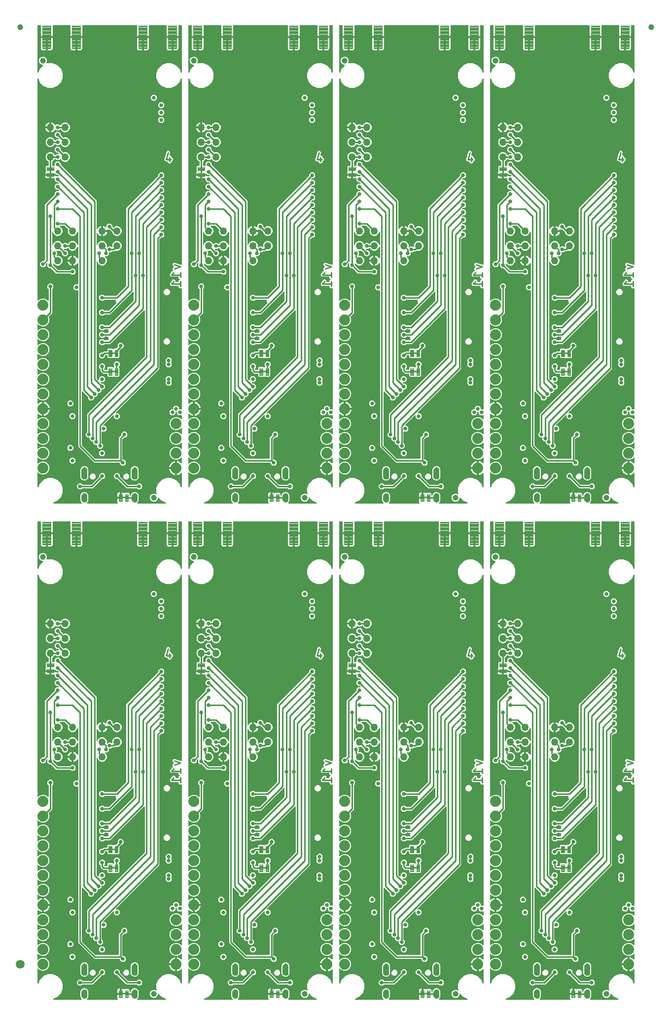
<source format=gbl>
G04 EAGLE Gerber RS-274X export*
G75*
%MOMM*%
%FSLAX34Y34*%
%LPD*%
%INBottom Copper*%
%IPPOS*%
%AMOC8*
5,1,8,0,0,1.08239X$1,22.5*%
G01*
%ADD10C,0.279400*%
%ADD11C,0.105000*%
%ADD12C,0.755600*%
%ADD13C,0.099059*%
%ADD14C,1.270000*%
%ADD15C,1.000000*%
%ADD16C,1.879600*%
%ADD17C,1.500000*%
%ADD18C,0.660400*%
%ADD19C,0.254000*%

G36*
X337809Y853697D02*
X337809Y853697D01*
X337827Y853695D01*
X337940Y853717D01*
X338054Y853735D01*
X338070Y853742D01*
X338088Y853746D01*
X338190Y853800D01*
X338294Y853850D01*
X338307Y853862D01*
X338323Y853871D01*
X338404Y853953D01*
X338488Y854032D01*
X338497Y854047D01*
X338510Y854060D01*
X338563Y854162D01*
X338620Y854262D01*
X338624Y854280D01*
X338632Y854296D01*
X338653Y854409D01*
X338678Y854522D01*
X338676Y854540D01*
X338680Y854557D01*
X338666Y854672D01*
X338656Y854787D01*
X338650Y854803D01*
X338647Y854821D01*
X338600Y854926D01*
X338557Y855034D01*
X338546Y855047D01*
X338539Y855064D01*
X338509Y855093D01*
X338390Y855240D01*
X338300Y855299D01*
X338264Y855335D01*
X338055Y855466D01*
X338029Y855494D01*
X337969Y855569D01*
X337938Y855590D01*
X337913Y855617D01*
X337908Y855619D01*
X337605Y856100D01*
X337509Y856212D01*
X337481Y856256D01*
X337068Y856669D01*
X337048Y856702D01*
X337007Y856789D01*
X336981Y856816D01*
X336962Y856848D01*
X336958Y856851D01*
X336770Y857388D01*
X336701Y857518D01*
X336684Y857567D01*
X336373Y858062D01*
X336361Y858098D01*
X336340Y858192D01*
X336321Y858224D01*
X336310Y858259D01*
X336306Y858264D01*
X336242Y858829D01*
X336204Y858970D01*
X336198Y859022D01*
X336036Y859485D01*
X336061Y859566D01*
X336061Y859653D01*
X336071Y859697D01*
X336071Y860297D01*
X336062Y860360D01*
X336066Y860397D01*
X335992Y861046D01*
X336010Y861077D01*
X336069Y861336D01*
X336066Y861376D01*
X336071Y861401D01*
X336071Y865499D01*
X336056Y865602D01*
X336047Y865706D01*
X336037Y865727D01*
X336031Y865762D01*
X335991Y865845D01*
X336066Y866503D01*
X336063Y866567D01*
X336071Y866603D01*
X336071Y867203D01*
X336071Y867208D01*
X336071Y867212D01*
X336067Y867229D01*
X336038Y867421D01*
X336198Y867878D01*
X336225Y868022D01*
X336242Y868071D01*
X336308Y868653D01*
X336321Y868688D01*
X336363Y868775D01*
X336368Y868812D01*
X336382Y868846D01*
X336382Y868852D01*
X336684Y869333D01*
X336743Y869468D01*
X336770Y869512D01*
X336963Y870064D01*
X336984Y870096D01*
X337044Y870171D01*
X337058Y870206D01*
X337078Y870237D01*
X337080Y870242D01*
X337481Y870644D01*
X337568Y870762D01*
X337605Y870800D01*
X337916Y871295D01*
X337944Y871321D01*
X338019Y871381D01*
X338040Y871412D01*
X338067Y871437D01*
X338069Y871442D01*
X338550Y871745D01*
X338662Y871841D01*
X338706Y871869D01*
X339119Y872282D01*
X339152Y872302D01*
X339239Y872343D01*
X339266Y872369D01*
X339298Y872388D01*
X339301Y872392D01*
X339838Y872580D01*
X339968Y872649D01*
X340017Y872666D01*
X340512Y872977D01*
X340548Y872989D01*
X340642Y873010D01*
X340674Y873029D01*
X340710Y873040D01*
X340714Y873044D01*
X341279Y873108D01*
X341420Y873146D01*
X341472Y873152D01*
X342024Y873345D01*
X342062Y873348D01*
X342158Y873348D01*
X342194Y873359D01*
X342231Y873363D01*
X342236Y873365D01*
X342801Y873302D01*
X342947Y873307D01*
X342999Y873302D01*
X343580Y873367D01*
X343618Y873362D01*
X343712Y873340D01*
X343749Y873343D01*
X343786Y873338D01*
X343791Y873339D01*
X344328Y873152D01*
X344472Y873125D01*
X344521Y873108D01*
X345103Y873042D01*
X345138Y873029D01*
X345225Y872987D01*
X345262Y872982D01*
X345297Y872968D01*
X345302Y872968D01*
X345783Y872666D01*
X345918Y872607D01*
X345962Y872580D01*
X346514Y872387D01*
X346546Y872366D01*
X346621Y872306D01*
X346656Y872292D01*
X346687Y872272D01*
X346692Y872270D01*
X347094Y871869D01*
X347212Y871782D01*
X347250Y871745D01*
X347745Y871434D01*
X347771Y871406D01*
X347831Y871331D01*
X347862Y871310D01*
X347887Y871283D01*
X347892Y871281D01*
X348195Y870800D01*
X348291Y870688D01*
X348319Y870644D01*
X348732Y870231D01*
X348752Y870198D01*
X348793Y870111D01*
X348819Y870084D01*
X348838Y870052D01*
X348842Y870049D01*
X349030Y869512D01*
X349099Y869382D01*
X349116Y869333D01*
X349427Y868838D01*
X349439Y868802D01*
X349460Y868708D01*
X349479Y868676D01*
X349490Y868640D01*
X349494Y868636D01*
X349558Y868071D01*
X349596Y867930D01*
X349602Y867878D01*
X349764Y867415D01*
X349739Y867334D01*
X349739Y867247D01*
X349729Y867203D01*
X349729Y866603D01*
X349738Y866540D01*
X349734Y866503D01*
X349808Y865854D01*
X349790Y865823D01*
X349731Y865564D01*
X349734Y865524D01*
X349729Y865499D01*
X349729Y861401D01*
X349744Y861298D01*
X349753Y861194D01*
X349763Y861173D01*
X349769Y861138D01*
X349809Y861055D01*
X349734Y860397D01*
X349737Y860333D01*
X349729Y860297D01*
X349729Y859697D01*
X349729Y859692D01*
X349729Y859688D01*
X349733Y859671D01*
X349762Y859479D01*
X349602Y859022D01*
X349575Y858878D01*
X349558Y858829D01*
X349492Y858247D01*
X349479Y858212D01*
X349437Y858125D01*
X349432Y858088D01*
X349418Y858054D01*
X349418Y858048D01*
X349116Y857567D01*
X349057Y857432D01*
X349030Y857388D01*
X348837Y856836D01*
X348816Y856804D01*
X348756Y856729D01*
X348742Y856694D01*
X348722Y856663D01*
X348721Y856658D01*
X348319Y856256D01*
X348231Y856138D01*
X348195Y856100D01*
X347884Y855605D01*
X347856Y855579D01*
X347781Y855519D01*
X347760Y855488D01*
X347733Y855463D01*
X347731Y855458D01*
X347536Y855335D01*
X347522Y855323D01*
X347506Y855316D01*
X347422Y855237D01*
X347334Y855162D01*
X347325Y855147D01*
X347312Y855134D01*
X347255Y855034D01*
X347193Y854936D01*
X347189Y854919D01*
X347180Y854904D01*
X347155Y854791D01*
X347125Y854679D01*
X347126Y854662D01*
X347122Y854644D01*
X347132Y854529D01*
X347136Y854414D01*
X347142Y854397D01*
X347144Y854379D01*
X347187Y854272D01*
X347225Y854163D01*
X347236Y854149D01*
X347243Y854132D01*
X347316Y854043D01*
X347385Y853950D01*
X347399Y853940D01*
X347410Y853926D01*
X347507Y853862D01*
X347600Y853794D01*
X347617Y853789D01*
X347632Y853779D01*
X347673Y853769D01*
X347851Y853709D01*
X347959Y853706D01*
X348008Y853695D01*
X399825Y853695D01*
X399859Y853700D01*
X399894Y853697D01*
X399990Y853720D01*
X400088Y853735D01*
X400119Y853750D01*
X400153Y853757D01*
X400238Y853807D01*
X400327Y853850D01*
X400352Y853874D01*
X400382Y853891D01*
X400449Y853964D01*
X400521Y854032D01*
X400539Y854062D01*
X400562Y854087D01*
X400604Y854177D01*
X400653Y854262D01*
X400661Y854296D01*
X400676Y854328D01*
X400690Y854425D01*
X400711Y854522D01*
X400708Y854556D01*
X400713Y854591D01*
X400698Y854688D01*
X400689Y854787D01*
X400677Y854819D01*
X400671Y854853D01*
X400627Y854942D01*
X400590Y855034D01*
X400569Y855061D01*
X400553Y855091D01*
X400515Y855127D01*
X400423Y855240D01*
X400378Y855270D01*
X399767Y855881D01*
X399367Y856573D01*
X399160Y857346D01*
X399160Y861950D01*
X404241Y861950D01*
X404342Y861965D01*
X404445Y861973D01*
X404473Y861985D01*
X404504Y861989D01*
X404596Y862034D01*
X404691Y862072D01*
X404715Y862092D01*
X404743Y862105D01*
X404818Y862175D01*
X404898Y862240D01*
X404915Y862266D01*
X404917Y862267D01*
X417195Y862267D01*
X417214Y862279D01*
X417236Y862283D01*
X417243Y862298D01*
X417252Y862304D01*
X417251Y862314D01*
X417258Y862330D01*
X417258Y864870D01*
X417246Y864889D01*
X417242Y864911D01*
X417227Y864918D01*
X417221Y864927D01*
X417211Y864926D01*
X417195Y864933D01*
X406653Y864933D01*
X406653Y872491D01*
X408209Y872491D01*
X408982Y872284D01*
X409674Y871884D01*
X410121Y871437D01*
X410203Y871376D01*
X410282Y871310D01*
X410310Y871298D01*
X410335Y871280D01*
X410432Y871246D01*
X410526Y871205D01*
X410557Y871202D01*
X410586Y871192D01*
X410688Y871189D01*
X410790Y871178D01*
X410821Y871184D01*
X410851Y871183D01*
X410950Y871210D01*
X411051Y871230D01*
X411071Y871243D01*
X411108Y871253D01*
X411332Y871396D01*
X411357Y871424D01*
X411377Y871437D01*
X411668Y871729D01*
X419166Y871729D01*
X420498Y870397D01*
X420498Y867537D01*
X420513Y867435D01*
X420521Y867333D01*
X420533Y867305D01*
X420538Y867274D01*
X420582Y867182D01*
X420620Y867086D01*
X420640Y867063D01*
X420653Y867035D01*
X420723Y866960D01*
X420788Y866880D01*
X420814Y866863D01*
X420835Y866841D01*
X420924Y866790D01*
X421009Y866733D01*
X421033Y866727D01*
X421065Y866709D01*
X421325Y866651D01*
X421363Y866654D01*
X421386Y866649D01*
X421498Y866649D01*
X421584Y866662D01*
X421670Y866666D01*
X421715Y866682D01*
X421761Y866689D01*
X421839Y866726D01*
X421920Y866756D01*
X421958Y866784D01*
X422000Y866804D01*
X422064Y866864D01*
X422133Y866916D01*
X422151Y866945D01*
X422194Y866986D01*
X422326Y867216D01*
X422330Y867234D01*
X422336Y867244D01*
X422558Y867878D01*
X422585Y868022D01*
X422602Y868072D01*
X422668Y868653D01*
X422681Y868688D01*
X422723Y868775D01*
X422728Y868811D01*
X422742Y868846D01*
X422742Y868852D01*
X423044Y869333D01*
X423103Y869468D01*
X423130Y869512D01*
X423323Y870064D01*
X423344Y870096D01*
X423404Y870171D01*
X423418Y870206D01*
X423438Y870237D01*
X423439Y870242D01*
X423841Y870644D01*
X423929Y870762D01*
X423965Y870800D01*
X424276Y871295D01*
X424304Y871321D01*
X424379Y871381D01*
X424400Y871412D01*
X424427Y871437D01*
X424429Y871442D01*
X424910Y871745D01*
X425022Y871841D01*
X425066Y871869D01*
X425479Y872282D01*
X425512Y872302D01*
X425599Y872343D01*
X425626Y872369D01*
X425658Y872388D01*
X425661Y872392D01*
X426198Y872580D01*
X426328Y872649D01*
X426377Y872666D01*
X426872Y872977D01*
X426908Y872989D01*
X427002Y873010D01*
X427034Y873029D01*
X427069Y873040D01*
X427074Y873044D01*
X427639Y873108D01*
X427780Y873146D01*
X427832Y873152D01*
X428384Y873345D01*
X428422Y873348D01*
X428518Y873348D01*
X428554Y873359D01*
X428591Y873363D01*
X428596Y873365D01*
X429161Y873302D01*
X429307Y873307D01*
X429359Y873302D01*
X429940Y873367D01*
X429978Y873362D01*
X430072Y873340D01*
X430109Y873343D01*
X430146Y873338D01*
X430151Y873339D01*
X430688Y873152D01*
X430832Y873125D01*
X430881Y873108D01*
X431463Y873042D01*
X431498Y873029D01*
X431585Y872987D01*
X431622Y872982D01*
X431656Y872968D01*
X431662Y872968D01*
X432143Y872666D01*
X432278Y872607D01*
X432322Y872580D01*
X432874Y872387D01*
X432906Y872366D01*
X432981Y872306D01*
X433016Y872292D01*
X433047Y872272D01*
X433052Y872271D01*
X433454Y871869D01*
X433572Y871781D01*
X433610Y871745D01*
X434105Y871434D01*
X434131Y871406D01*
X434191Y871331D01*
X434222Y871310D01*
X434247Y871283D01*
X434252Y871281D01*
X434555Y870800D01*
X434651Y870688D01*
X434679Y870644D01*
X435092Y870231D01*
X435112Y870198D01*
X435153Y870111D01*
X435179Y870084D01*
X435198Y870052D01*
X435202Y870049D01*
X435390Y869512D01*
X435459Y869382D01*
X435476Y869333D01*
X435787Y868838D01*
X435799Y868802D01*
X435820Y868708D01*
X435839Y868676D01*
X435850Y868641D01*
X435854Y868636D01*
X435918Y868071D01*
X435956Y867930D01*
X435962Y867878D01*
X436124Y867415D01*
X436099Y867334D01*
X436099Y867247D01*
X436089Y867203D01*
X436089Y866603D01*
X436098Y866540D01*
X436094Y866503D01*
X436168Y865854D01*
X436150Y865823D01*
X436091Y865564D01*
X436094Y865524D01*
X436089Y865499D01*
X436089Y861401D01*
X436104Y861298D01*
X436113Y861194D01*
X436123Y861173D01*
X436129Y861138D01*
X436169Y861055D01*
X436094Y860397D01*
X436097Y860333D01*
X436089Y860297D01*
X436089Y859697D01*
X436089Y859692D01*
X436089Y859688D01*
X436093Y859671D01*
X436122Y859479D01*
X435962Y859022D01*
X435935Y858878D01*
X435918Y858829D01*
X435852Y858247D01*
X435839Y858212D01*
X435797Y858125D01*
X435792Y858088D01*
X435778Y858054D01*
X435778Y858048D01*
X435476Y857567D01*
X435417Y857432D01*
X435390Y857388D01*
X435197Y856836D01*
X435176Y856804D01*
X435116Y856729D01*
X435102Y856694D01*
X435082Y856663D01*
X435081Y856658D01*
X434679Y856256D01*
X434591Y856138D01*
X434555Y856100D01*
X434244Y855605D01*
X434216Y855579D01*
X434141Y855519D01*
X434120Y855488D01*
X434093Y855463D01*
X434091Y855458D01*
X433896Y855335D01*
X433882Y855323D01*
X433866Y855316D01*
X433782Y855237D01*
X433694Y855162D01*
X433685Y855147D01*
X433672Y855134D01*
X433615Y855034D01*
X433553Y854936D01*
X433549Y854919D01*
X433540Y854904D01*
X433515Y854791D01*
X433485Y854679D01*
X433486Y854662D01*
X433482Y854644D01*
X433492Y854529D01*
X433496Y854414D01*
X433502Y854397D01*
X433504Y854379D01*
X433547Y854272D01*
X433585Y854163D01*
X433596Y854149D01*
X433603Y854132D01*
X433676Y854043D01*
X433745Y853950D01*
X433759Y853940D01*
X433770Y853926D01*
X433867Y853862D01*
X433960Y853794D01*
X433977Y853789D01*
X433992Y853779D01*
X434033Y853769D01*
X434211Y853709D01*
X434319Y853706D01*
X434368Y853695D01*
X482033Y853695D01*
X482124Y853709D01*
X482216Y853714D01*
X482255Y853728D01*
X482296Y853735D01*
X482379Y853775D01*
X482465Y853807D01*
X482498Y853832D01*
X482535Y853850D01*
X482603Y853913D01*
X482676Y853970D01*
X482699Y854004D01*
X482729Y854032D01*
X482775Y854112D01*
X482828Y854187D01*
X482841Y854227D01*
X482861Y854262D01*
X482881Y854352D01*
X482910Y854440D01*
X482910Y854482D01*
X482919Y854522D01*
X482912Y854614D01*
X482913Y854706D01*
X482901Y854746D01*
X482897Y854787D01*
X482863Y854872D01*
X482837Y854961D01*
X482814Y854995D01*
X482798Y855034D01*
X482740Y855105D01*
X482689Y855182D01*
X482663Y855200D01*
X482631Y855240D01*
X482410Y855387D01*
X482390Y855392D01*
X482373Y855404D01*
X475594Y858212D01*
X470575Y863230D01*
X470534Y863261D01*
X470498Y863299D01*
X470427Y863339D01*
X470361Y863388D01*
X470312Y863405D01*
X470268Y863431D01*
X470188Y863448D01*
X470110Y863475D01*
X470058Y863477D01*
X470008Y863488D01*
X469926Y863482D01*
X469844Y863484D01*
X469795Y863471D01*
X469743Y863467D01*
X469667Y863436D01*
X469588Y863415D01*
X469544Y863387D01*
X469496Y863368D01*
X469433Y863316D01*
X469364Y863272D01*
X469330Y863233D01*
X469290Y863200D01*
X469245Y863132D01*
X469192Y863069D01*
X469171Y863022D01*
X469143Y862979D01*
X469131Y862929D01*
X469087Y862825D01*
X469074Y862697D01*
X469061Y862638D01*
X469062Y862619D01*
X469059Y862602D01*
X469059Y862252D01*
X468027Y859760D01*
X466120Y857853D01*
X463628Y856821D01*
X460932Y856821D01*
X458440Y857853D01*
X456533Y859760D01*
X455501Y862252D01*
X455501Y864948D01*
X456533Y867440D01*
X458440Y869347D01*
X460932Y870379D01*
X463628Y870379D01*
X465763Y869495D01*
X465813Y869482D01*
X465860Y869461D01*
X465941Y869450D01*
X466021Y869431D01*
X466073Y869434D01*
X466124Y869427D01*
X466204Y869441D01*
X466286Y869446D01*
X466335Y869464D01*
X466386Y869473D01*
X466458Y869511D01*
X466535Y869539D01*
X466576Y869571D01*
X466622Y869594D01*
X466681Y869652D01*
X466746Y869702D01*
X466775Y869744D01*
X466812Y869780D01*
X466851Y869853D01*
X466898Y869920D01*
X466914Y869969D01*
X466939Y870014D01*
X466954Y870095D01*
X466980Y870173D01*
X466980Y870224D01*
X466990Y870275D01*
X466981Y870326D01*
X466983Y870438D01*
X466931Y870610D01*
X466923Y870655D01*
X466343Y872056D01*
X466343Y880544D01*
X469592Y888386D01*
X475594Y894388D01*
X483436Y897637D01*
X491924Y897637D01*
X499766Y894388D01*
X505768Y888386D01*
X508576Y881607D01*
X508624Y881528D01*
X508664Y881445D01*
X508692Y881415D01*
X508714Y881380D01*
X508783Y881318D01*
X508846Y881251D01*
X508882Y881230D01*
X508912Y881203D01*
X508996Y881165D01*
X509076Y881119D01*
X509117Y881110D01*
X509154Y881093D01*
X509246Y881081D01*
X509336Y881061D01*
X509377Y881064D01*
X509418Y881059D01*
X509509Y881075D01*
X509601Y881083D01*
X509639Y881098D01*
X509680Y881105D01*
X509762Y881147D01*
X509848Y881182D01*
X509880Y881208D01*
X509916Y881226D01*
X509982Y881291D01*
X510054Y881349D01*
X510077Y881383D01*
X510106Y881412D01*
X510150Y881493D01*
X510201Y881570D01*
X510208Y881601D01*
X510233Y881646D01*
X510284Y881907D01*
X510281Y881927D01*
X510285Y881947D01*
X510285Y905277D01*
X510278Y905328D01*
X510279Y905380D01*
X510258Y905459D01*
X510245Y905540D01*
X510223Y905586D01*
X510209Y905636D01*
X510165Y905705D01*
X510130Y905779D01*
X510094Y905817D01*
X510067Y905860D01*
X510004Y905913D01*
X509948Y905973D01*
X509904Y905999D01*
X509864Y906032D01*
X509789Y906065D01*
X509718Y906105D01*
X509667Y906117D01*
X509620Y906137D01*
X509538Y906145D01*
X509458Y906163D01*
X509407Y906159D01*
X509355Y906164D01*
X509275Y906148D01*
X509193Y906141D01*
X509145Y906122D01*
X509095Y906112D01*
X509051Y906084D01*
X508946Y906042D01*
X508807Y905929D01*
X508769Y905905D01*
X508158Y905294D01*
X506637Y904189D01*
X504963Y903336D01*
X503176Y902755D01*
X502157Y902594D01*
X502157Y913511D01*
X502142Y913612D01*
X502133Y913715D01*
X502122Y913743D01*
X502117Y913774D01*
X502073Y913866D01*
X502034Y913961D01*
X502015Y913985D01*
X502002Y914013D01*
X501932Y914088D01*
X501867Y914168D01*
X501841Y914185D01*
X501820Y914207D01*
X501731Y914258D01*
X501646Y914315D01*
X501622Y914320D01*
X501590Y914339D01*
X501330Y914397D01*
X501292Y914394D01*
X501269Y914399D01*
X500379Y914399D01*
X500379Y914401D01*
X501269Y914401D01*
X501370Y914416D01*
X501473Y914425D01*
X501501Y914436D01*
X501532Y914441D01*
X501624Y914485D01*
X501719Y914524D01*
X501743Y914543D01*
X501771Y914556D01*
X501846Y914626D01*
X501926Y914691D01*
X501943Y914717D01*
X501965Y914738D01*
X502016Y914827D01*
X502073Y914912D01*
X502079Y914936D01*
X502097Y914969D01*
X502155Y915228D01*
X502152Y915266D01*
X502157Y915289D01*
X502157Y926206D01*
X503176Y926045D01*
X504963Y925464D01*
X506637Y924611D01*
X508158Y923506D01*
X508769Y922895D01*
X508810Y922864D01*
X508846Y922827D01*
X508917Y922786D01*
X508983Y922737D01*
X509032Y922720D01*
X509076Y922695D01*
X509156Y922677D01*
X509234Y922650D01*
X509286Y922648D01*
X509336Y922637D01*
X509418Y922644D01*
X509500Y922641D01*
X509549Y922654D01*
X509601Y922659D01*
X509677Y922689D01*
X509756Y922711D01*
X509800Y922738D01*
X509848Y922758D01*
X509911Y922809D01*
X509980Y922853D01*
X510014Y922893D01*
X510054Y922925D01*
X510099Y922993D01*
X510152Y923056D01*
X510173Y923103D01*
X510201Y923146D01*
X510213Y923197D01*
X510257Y923300D01*
X510275Y923479D01*
X510285Y923523D01*
X510285Y931755D01*
X510278Y931806D01*
X510279Y931857D01*
X510258Y931936D01*
X510245Y932017D01*
X510223Y932064D01*
X510209Y932114D01*
X510165Y932183D01*
X510130Y932257D01*
X510095Y932294D01*
X510067Y932338D01*
X510004Y932391D01*
X509948Y932451D01*
X509904Y932477D01*
X509864Y932510D01*
X509789Y932542D01*
X509718Y932583D01*
X509667Y932594D01*
X509620Y932614D01*
X509538Y932623D01*
X509458Y932641D01*
X509407Y932637D01*
X509355Y932642D01*
X509275Y932626D01*
X509193Y932619D01*
X509145Y932600D01*
X509095Y932590D01*
X509051Y932562D01*
X508946Y932520D01*
X508807Y932407D01*
X508769Y932383D01*
X506711Y930325D01*
X502603Y928623D01*
X498157Y928623D01*
X494049Y930325D01*
X490905Y933469D01*
X489203Y937577D01*
X489203Y942023D01*
X490905Y946131D01*
X494049Y949275D01*
X498157Y950977D01*
X502603Y950977D01*
X506711Y949275D01*
X508769Y947217D01*
X508784Y947206D01*
X508795Y947192D01*
X508821Y947175D01*
X508846Y947149D01*
X508917Y947108D01*
X508983Y947060D01*
X509007Y947051D01*
X509016Y947045D01*
X509035Y947041D01*
X509076Y947017D01*
X509156Y946999D01*
X509234Y946972D01*
X509286Y946970D01*
X509336Y946959D01*
X509384Y946963D01*
X509393Y946961D01*
X509397Y946961D01*
X509427Y946966D01*
X509500Y946963D01*
X509549Y946977D01*
X509601Y946981D01*
X509645Y946998D01*
X509660Y947001D01*
X509688Y947014D01*
X509756Y947033D01*
X509800Y947061D01*
X509848Y947080D01*
X509883Y947109D01*
X509899Y947117D01*
X509924Y947140D01*
X509980Y947176D01*
X510014Y947215D01*
X510054Y947247D01*
X510078Y947283D01*
X510093Y947298D01*
X510112Y947331D01*
X510152Y947378D01*
X510173Y947426D01*
X510201Y947469D01*
X510208Y947498D01*
X510225Y947529D01*
X510235Y947571D01*
X510257Y947623D01*
X510266Y947711D01*
X510283Y947788D01*
X510280Y947823D01*
X510285Y947845D01*
X510285Y957155D01*
X510278Y957206D01*
X510279Y957257D01*
X510258Y957336D01*
X510245Y957417D01*
X510223Y957464D01*
X510209Y957514D01*
X510165Y957583D01*
X510130Y957657D01*
X510095Y957694D01*
X510067Y957738D01*
X510004Y957791D01*
X509948Y957851D01*
X509904Y957877D01*
X509864Y957910D01*
X509789Y957942D01*
X509718Y957983D01*
X509667Y957994D01*
X509620Y958014D01*
X509538Y958023D01*
X509458Y958041D01*
X509407Y958037D01*
X509355Y958042D01*
X509275Y958026D01*
X509193Y958019D01*
X509145Y958000D01*
X509095Y957990D01*
X509051Y957962D01*
X508946Y957920D01*
X508807Y957807D01*
X508769Y957783D01*
X506711Y955725D01*
X502603Y954023D01*
X498157Y954023D01*
X494049Y955725D01*
X490905Y958869D01*
X489203Y962977D01*
X489203Y967423D01*
X490905Y971531D01*
X494049Y974675D01*
X498157Y976377D01*
X502603Y976377D01*
X506711Y974675D01*
X508769Y972617D01*
X508810Y972587D01*
X508846Y972549D01*
X508917Y972508D01*
X508983Y972460D01*
X509032Y972443D01*
X509076Y972417D01*
X509156Y972399D01*
X509234Y972372D01*
X509286Y972370D01*
X509336Y972359D01*
X509418Y972366D01*
X509500Y972363D01*
X509549Y972377D01*
X509601Y972381D01*
X509677Y972411D01*
X509756Y972433D01*
X509800Y972461D01*
X509848Y972480D01*
X509911Y972532D01*
X509980Y972576D01*
X510014Y972615D01*
X510054Y972647D01*
X510099Y972716D01*
X510152Y972778D01*
X510173Y972826D01*
X510201Y972869D01*
X510213Y972919D01*
X510257Y973023D01*
X510275Y973201D01*
X510285Y973245D01*
X510285Y982555D01*
X510278Y982606D01*
X510279Y982657D01*
X510258Y982736D01*
X510245Y982817D01*
X510223Y982864D01*
X510209Y982914D01*
X510165Y982983D01*
X510130Y983057D01*
X510095Y983094D01*
X510067Y983138D01*
X510004Y983191D01*
X509948Y983251D01*
X509904Y983277D01*
X509864Y983310D01*
X509789Y983342D01*
X509718Y983383D01*
X509667Y983394D01*
X509620Y983414D01*
X509538Y983423D01*
X509458Y983441D01*
X509407Y983437D01*
X509355Y983442D01*
X509275Y983426D01*
X509193Y983419D01*
X509145Y983400D01*
X509095Y983390D01*
X509051Y983362D01*
X508946Y983320D01*
X508807Y983207D01*
X508769Y983183D01*
X506711Y981125D01*
X502603Y979423D01*
X498157Y979423D01*
X494049Y981125D01*
X490905Y984269D01*
X489203Y988377D01*
X489203Y992823D01*
X490905Y996931D01*
X494049Y1000075D01*
X498157Y1001777D01*
X502603Y1001777D01*
X506711Y1000075D01*
X508769Y998017D01*
X508810Y997987D01*
X508846Y997949D01*
X508917Y997908D01*
X508983Y997860D01*
X509032Y997843D01*
X509076Y997817D01*
X509156Y997799D01*
X509234Y997772D01*
X509286Y997770D01*
X509336Y997759D01*
X509418Y997766D01*
X509500Y997763D01*
X509549Y997777D01*
X509601Y997781D01*
X509677Y997811D01*
X509756Y997833D01*
X509800Y997861D01*
X509848Y997880D01*
X509911Y997932D01*
X509980Y997976D01*
X510014Y998015D01*
X510054Y998047D01*
X510099Y998116D01*
X510152Y998178D01*
X510173Y998226D01*
X510201Y998269D01*
X510213Y998319D01*
X510257Y998423D01*
X510275Y998601D01*
X510285Y998645D01*
X510285Y1003876D01*
X510278Y1003927D01*
X510279Y1003978D01*
X510258Y1004057D01*
X510245Y1004138D01*
X510223Y1004185D01*
X510209Y1004235D01*
X510165Y1004304D01*
X510130Y1004378D01*
X510094Y1004416D01*
X510067Y1004459D01*
X510004Y1004512D01*
X509948Y1004572D01*
X509903Y1004598D01*
X509864Y1004631D01*
X509789Y1004663D01*
X509718Y1004704D01*
X509667Y1004715D01*
X509620Y1004735D01*
X509538Y1004744D01*
X509458Y1004762D01*
X509407Y1004758D01*
X509355Y1004763D01*
X509275Y1004747D01*
X509193Y1004740D01*
X509145Y1004721D01*
X509095Y1004711D01*
X509051Y1004683D01*
X508946Y1004641D01*
X508858Y1004569D01*
X504625Y1004569D01*
X501649Y1007545D01*
X501649Y1010031D01*
X501634Y1010133D01*
X501626Y1010235D01*
X501614Y1010263D01*
X501609Y1010294D01*
X501565Y1010386D01*
X501527Y1010482D01*
X501507Y1010505D01*
X501494Y1010533D01*
X501424Y1010608D01*
X501359Y1010688D01*
X501333Y1010705D01*
X501312Y1010727D01*
X501223Y1010778D01*
X501138Y1010835D01*
X501114Y1010841D01*
X501082Y1010859D01*
X500822Y1010917D01*
X500784Y1010914D01*
X500761Y1010919D01*
X499999Y1010919D01*
X499897Y1010904D01*
X499795Y1010896D01*
X499767Y1010884D01*
X499736Y1010879D01*
X499644Y1010835D01*
X499548Y1010797D01*
X499525Y1010777D01*
X499497Y1010764D01*
X499422Y1010694D01*
X499342Y1010629D01*
X499325Y1010603D01*
X499303Y1010582D01*
X499252Y1010493D01*
X499195Y1010408D01*
X499189Y1010384D01*
X499171Y1010352D01*
X499113Y1010092D01*
X499113Y1010089D01*
X499113Y1010088D01*
X499116Y1010053D01*
X499111Y1010031D01*
X499111Y1007545D01*
X496135Y1004569D01*
X491925Y1004569D01*
X488949Y1007545D01*
X488949Y1011755D01*
X491925Y1014731D01*
X494411Y1014731D01*
X494513Y1014746D01*
X494615Y1014754D01*
X494643Y1014766D01*
X494674Y1014771D01*
X494766Y1014815D01*
X494862Y1014853D01*
X494885Y1014873D01*
X494913Y1014886D01*
X494988Y1014956D01*
X495068Y1015021D01*
X495085Y1015047D01*
X495107Y1015068D01*
X495158Y1015157D01*
X495215Y1015242D01*
X495221Y1015266D01*
X495239Y1015298D01*
X495297Y1015558D01*
X495294Y1015596D01*
X495299Y1015619D01*
X495299Y1018105D01*
X498275Y1021081D01*
X502485Y1021081D01*
X505461Y1018105D01*
X505461Y1015619D01*
X505476Y1015517D01*
X505484Y1015415D01*
X505496Y1015387D01*
X505501Y1015356D01*
X505545Y1015264D01*
X505583Y1015168D01*
X505603Y1015145D01*
X505616Y1015117D01*
X505686Y1015042D01*
X505751Y1014962D01*
X505777Y1014945D01*
X505798Y1014923D01*
X505887Y1014872D01*
X505972Y1014815D01*
X505996Y1014809D01*
X506028Y1014791D01*
X506288Y1014733D01*
X506326Y1014736D01*
X506349Y1014731D01*
X508843Y1014731D01*
X508846Y1014728D01*
X508917Y1014687D01*
X508983Y1014639D01*
X509032Y1014622D01*
X509076Y1014596D01*
X509156Y1014578D01*
X509234Y1014551D01*
X509286Y1014549D01*
X509336Y1014538D01*
X509418Y1014545D01*
X509500Y1014542D01*
X509549Y1014556D01*
X509601Y1014560D01*
X509677Y1014590D01*
X509756Y1014612D01*
X509800Y1014640D01*
X509848Y1014659D01*
X509911Y1014711D01*
X509980Y1014755D01*
X510014Y1014794D01*
X510054Y1014826D01*
X510099Y1014895D01*
X510152Y1014957D01*
X510173Y1015005D01*
X510201Y1015048D01*
X510213Y1015098D01*
X510257Y1015202D01*
X510275Y1015380D01*
X510285Y1015424D01*
X510285Y1221940D01*
X510270Y1222041D01*
X510262Y1222144D01*
X510250Y1222172D01*
X510245Y1222203D01*
X510201Y1222295D01*
X510163Y1222390D01*
X510143Y1222414D01*
X510130Y1222442D01*
X510060Y1222517D01*
X509995Y1222597D01*
X509969Y1222614D01*
X509948Y1222636D01*
X509859Y1222687D01*
X509774Y1222744D01*
X509750Y1222749D01*
X509718Y1222768D01*
X509458Y1222826D01*
X509420Y1222823D01*
X509397Y1222828D01*
X506558Y1222828D01*
X504697Y1224688D01*
X504697Y1226103D01*
X504682Y1226204D01*
X504674Y1226306D01*
X504662Y1226335D01*
X504657Y1226365D01*
X504613Y1226458D01*
X504575Y1226553D01*
X504555Y1226577D01*
X504542Y1226605D01*
X504472Y1226680D01*
X504407Y1226760D01*
X504381Y1226777D01*
X504360Y1226799D01*
X504271Y1226850D01*
X504186Y1226907D01*
X504162Y1226912D01*
X504130Y1226931D01*
X503870Y1226989D01*
X503832Y1226986D01*
X503809Y1226991D01*
X493112Y1226991D01*
X493050Y1226982D01*
X493014Y1226985D01*
X491905Y1226862D01*
X491838Y1226907D01*
X491816Y1226912D01*
X491786Y1226929D01*
X491588Y1226975D01*
X490801Y1227762D01*
X490750Y1227799D01*
X490727Y1227827D01*
X489856Y1228524D01*
X489841Y1228603D01*
X489829Y1228622D01*
X489820Y1228656D01*
X489711Y1228828D01*
X489711Y1229942D01*
X489702Y1230004D01*
X489706Y1230040D01*
X489583Y1231148D01*
X489627Y1231215D01*
X489632Y1231237D01*
X489650Y1231267D01*
X489695Y1231466D01*
X490482Y1232253D01*
X490519Y1232304D01*
X490548Y1232326D01*
X490628Y1232426D01*
X491338Y1233314D01*
X491338Y1233315D01*
X492049Y1234203D01*
X492759Y1235091D01*
X492760Y1235091D01*
X493470Y1235979D01*
X494181Y1236867D01*
X494181Y1236868D01*
X494559Y1237340D01*
X497174Y1237631D01*
X499228Y1235987D01*
X499434Y1234133D01*
X499448Y1234080D01*
X499453Y1234027D01*
X499482Y1233953D01*
X499503Y1233876D01*
X499532Y1233830D01*
X499552Y1233780D01*
X499602Y1233718D01*
X499644Y1233651D01*
X499685Y1233616D01*
X499719Y1233574D01*
X499786Y1233529D01*
X499846Y1233478D01*
X499896Y1233456D01*
X499940Y1233426D01*
X499990Y1233415D01*
X500090Y1233372D01*
X500275Y1233352D01*
X500317Y1233342D01*
X503809Y1233342D01*
X503911Y1233358D01*
X504013Y1233366D01*
X504041Y1233378D01*
X504072Y1233382D01*
X504164Y1233427D01*
X504260Y1233465D01*
X504283Y1233485D01*
X504311Y1233498D01*
X504386Y1233568D01*
X504466Y1233633D01*
X504483Y1233658D01*
X504505Y1233679D01*
X504556Y1233768D01*
X504613Y1233854D01*
X504619Y1233877D01*
X504637Y1233910D01*
X504695Y1234170D01*
X504692Y1234207D01*
X504697Y1234231D01*
X504697Y1235645D01*
X506407Y1237354D01*
X506468Y1237437D01*
X506534Y1237515D01*
X506546Y1237543D01*
X506564Y1237568D01*
X506598Y1237665D01*
X506638Y1237760D01*
X506642Y1237790D01*
X506652Y1237819D01*
X506655Y1237922D01*
X506666Y1238024D01*
X506660Y1238054D01*
X506661Y1238085D01*
X506634Y1238184D01*
X506614Y1238285D01*
X506601Y1238305D01*
X506591Y1238341D01*
X506448Y1238566D01*
X506419Y1238590D01*
X506407Y1238610D01*
X504697Y1240320D01*
X504697Y1241734D01*
X504682Y1241835D01*
X504674Y1241938D01*
X504662Y1241966D01*
X504657Y1241997D01*
X504613Y1242089D01*
X504575Y1242184D01*
X504555Y1242208D01*
X504542Y1242236D01*
X504472Y1242311D01*
X504407Y1242391D01*
X504381Y1242408D01*
X504360Y1242430D01*
X504271Y1242481D01*
X504186Y1242538D01*
X504162Y1242543D01*
X504130Y1242562D01*
X503870Y1242620D01*
X503832Y1242617D01*
X503809Y1242622D01*
X493112Y1242622D01*
X493050Y1242613D01*
X493014Y1242617D01*
X491905Y1242493D01*
X491838Y1242538D01*
X491816Y1242543D01*
X491786Y1242561D01*
X491588Y1242606D01*
X490801Y1243393D01*
X490792Y1243400D01*
X490787Y1243405D01*
X490757Y1243425D01*
X490750Y1243430D01*
X490727Y1243459D01*
X489856Y1244155D01*
X489841Y1244235D01*
X489829Y1244253D01*
X489820Y1244287D01*
X489711Y1244459D01*
X489711Y1245573D01*
X489702Y1245635D01*
X489706Y1245671D01*
X489583Y1246780D01*
X489627Y1246847D01*
X489632Y1246868D01*
X489650Y1246899D01*
X489695Y1247097D01*
X490482Y1247884D01*
X490519Y1247935D01*
X490548Y1247958D01*
X490913Y1248414D01*
X490914Y1248415D01*
X491624Y1249303D01*
X492335Y1250191D01*
X493045Y1251079D01*
X493045Y1251080D01*
X493756Y1251968D01*
X494466Y1252856D01*
X494467Y1252856D01*
X494559Y1252972D01*
X494589Y1252975D01*
X494650Y1252991D01*
X494713Y1252998D01*
X494778Y1253025D01*
X494846Y1253044D01*
X494900Y1253077D01*
X494958Y1253102D01*
X495012Y1253148D01*
X495071Y1253185D01*
X495112Y1253233D01*
X495161Y1253274D01*
X495198Y1253333D01*
X495244Y1253387D01*
X495269Y1253445D01*
X495303Y1253498D01*
X495322Y1253566D01*
X495350Y1253631D01*
X495357Y1253694D01*
X495373Y1253755D01*
X495369Y1253802D01*
X495379Y1253895D01*
X495337Y1254111D01*
X495334Y1254139D01*
X494454Y1256779D01*
X495728Y1259328D01*
X495730Y1259330D01*
X495785Y1259430D01*
X495843Y1259529D01*
X495848Y1259547D01*
X495857Y1259563D01*
X495879Y1259675D01*
X495906Y1259787D01*
X495905Y1259806D01*
X495909Y1259824D01*
X495897Y1259938D01*
X495890Y1260052D01*
X495884Y1260070D01*
X495882Y1260088D01*
X495837Y1260193D01*
X495796Y1260301D01*
X495785Y1260316D01*
X495777Y1260333D01*
X495744Y1260372D01*
X494454Y1262952D01*
X495286Y1265448D01*
X497639Y1266625D01*
X507592Y1263307D01*
X507682Y1263291D01*
X507770Y1263267D01*
X507802Y1263271D01*
X507854Y1263262D01*
X508115Y1263295D01*
X509000Y1262853D01*
X509040Y1262840D01*
X509076Y1262819D01*
X509166Y1262799D01*
X509253Y1262771D01*
X509295Y1262771D01*
X509336Y1262761D01*
X509427Y1262769D01*
X509518Y1262768D01*
X509559Y1262780D01*
X509601Y1262783D01*
X509686Y1262817D01*
X509773Y1262843D01*
X509808Y1262866D01*
X509848Y1262882D01*
X509919Y1262940D01*
X509995Y1262990D01*
X510021Y1263023D01*
X510054Y1263050D01*
X510105Y1263126D01*
X510162Y1263197D01*
X510178Y1263236D01*
X510201Y1263271D01*
X510213Y1263323D01*
X510261Y1263443D01*
X510274Y1263597D01*
X510285Y1263648D01*
X510285Y1581853D01*
X510271Y1581944D01*
X510266Y1582036D01*
X510252Y1582075D01*
X510245Y1582116D01*
X510205Y1582199D01*
X510173Y1582285D01*
X510148Y1582318D01*
X510130Y1582355D01*
X510067Y1582423D01*
X510010Y1582496D01*
X509976Y1582519D01*
X509948Y1582549D01*
X509868Y1582595D01*
X509793Y1582648D01*
X509753Y1582661D01*
X509718Y1582681D01*
X509628Y1582701D01*
X509540Y1582730D01*
X509498Y1582730D01*
X509458Y1582739D01*
X509366Y1582732D01*
X509274Y1582733D01*
X509234Y1582721D01*
X509193Y1582717D01*
X509107Y1582683D01*
X509019Y1582657D01*
X508985Y1582634D01*
X508946Y1582618D01*
X508875Y1582560D01*
X508798Y1582509D01*
X508780Y1582483D01*
X508740Y1582451D01*
X508593Y1582230D01*
X508588Y1582210D01*
X508576Y1582193D01*
X505768Y1575414D01*
X499766Y1569412D01*
X491924Y1566163D01*
X483436Y1566163D01*
X475594Y1569412D01*
X469592Y1575414D01*
X466343Y1583256D01*
X466343Y1591744D01*
X469592Y1599586D01*
X475594Y1605588D01*
X483436Y1608837D01*
X491924Y1608837D01*
X499766Y1605588D01*
X505768Y1599586D01*
X508576Y1592807D01*
X508624Y1592728D01*
X508664Y1592645D01*
X508692Y1592615D01*
X508714Y1592580D01*
X508783Y1592518D01*
X508846Y1592451D01*
X508882Y1592430D01*
X508912Y1592403D01*
X508996Y1592365D01*
X509076Y1592319D01*
X509117Y1592310D01*
X509154Y1592293D01*
X509246Y1592281D01*
X509336Y1592261D01*
X509377Y1592264D01*
X509418Y1592259D01*
X509509Y1592275D01*
X509601Y1592283D01*
X509639Y1592298D01*
X509680Y1592305D01*
X509762Y1592347D01*
X509848Y1592382D01*
X509880Y1592408D01*
X509916Y1592426D01*
X509982Y1592491D01*
X510054Y1592549D01*
X510077Y1592583D01*
X510106Y1592612D01*
X510150Y1592693D01*
X510201Y1592770D01*
X510208Y1592801D01*
X510233Y1592846D01*
X510284Y1593107D01*
X510281Y1593127D01*
X510285Y1593147D01*
X510285Y1672717D01*
X510270Y1672819D01*
X510262Y1672921D01*
X510250Y1672949D01*
X510245Y1672980D01*
X510201Y1673072D01*
X510163Y1673168D01*
X510143Y1673191D01*
X510130Y1673219D01*
X510060Y1673294D01*
X509995Y1673374D01*
X509969Y1673391D01*
X509948Y1673413D01*
X509859Y1673464D01*
X509774Y1673521D01*
X509750Y1673527D01*
X509718Y1673545D01*
X509458Y1673603D01*
X509420Y1673600D01*
X509397Y1673605D01*
X504959Y1673605D01*
X504857Y1673590D01*
X504755Y1673582D01*
X504727Y1673570D01*
X504696Y1673565D01*
X504604Y1673521D01*
X504508Y1673483D01*
X504485Y1673463D01*
X504457Y1673450D01*
X504382Y1673380D01*
X504302Y1673315D01*
X504285Y1673289D01*
X504263Y1673268D01*
X504212Y1673179D01*
X504155Y1673094D01*
X504149Y1673070D01*
X504131Y1673038D01*
X504073Y1672778D01*
X504076Y1672740D01*
X504071Y1672717D01*
X504071Y1655317D01*
X494919Y1655317D01*
X494818Y1655302D01*
X494715Y1655293D01*
X494687Y1655282D01*
X494656Y1655277D01*
X494564Y1655233D01*
X494469Y1655194D01*
X494445Y1655175D01*
X494417Y1655162D01*
X494342Y1655092D01*
X494262Y1655027D01*
X494245Y1655001D01*
X494223Y1654980D01*
X494172Y1654891D01*
X494115Y1654806D01*
X494110Y1654782D01*
X494091Y1654749D01*
X494033Y1654490D01*
X494036Y1654452D01*
X494031Y1654429D01*
X494031Y1653539D01*
X494029Y1653539D01*
X494029Y1654429D01*
X494014Y1654530D01*
X494005Y1654633D01*
X493994Y1654661D01*
X493989Y1654692D01*
X493945Y1654784D01*
X493906Y1654879D01*
X493887Y1654903D01*
X493874Y1654931D01*
X493804Y1655006D01*
X493739Y1655086D01*
X493713Y1655103D01*
X493692Y1655125D01*
X493603Y1655176D01*
X493518Y1655233D01*
X493494Y1655238D01*
X493461Y1655257D01*
X493202Y1655315D01*
X493164Y1655312D01*
X493141Y1655317D01*
X483989Y1655317D01*
X483989Y1672717D01*
X483974Y1672819D01*
X483966Y1672921D01*
X483954Y1672949D01*
X483949Y1672980D01*
X483905Y1673072D01*
X483867Y1673168D01*
X483847Y1673191D01*
X483834Y1673219D01*
X483764Y1673294D01*
X483699Y1673374D01*
X483673Y1673391D01*
X483652Y1673413D01*
X483563Y1673464D01*
X483478Y1673521D01*
X483454Y1673527D01*
X483422Y1673545D01*
X483162Y1673603D01*
X483124Y1673600D01*
X483101Y1673605D01*
X454159Y1673605D01*
X454057Y1673590D01*
X453955Y1673582D01*
X453927Y1673570D01*
X453896Y1673565D01*
X453804Y1673521D01*
X453708Y1673483D01*
X453685Y1673463D01*
X453657Y1673450D01*
X453582Y1673380D01*
X453502Y1673315D01*
X453485Y1673289D01*
X453463Y1673268D01*
X453412Y1673179D01*
X453355Y1673094D01*
X453349Y1673070D01*
X453331Y1673038D01*
X453273Y1672778D01*
X453276Y1672740D01*
X453271Y1672717D01*
X453271Y1655317D01*
X444119Y1655317D01*
X444018Y1655302D01*
X443915Y1655293D01*
X443887Y1655282D01*
X443856Y1655277D01*
X443764Y1655233D01*
X443669Y1655194D01*
X443645Y1655175D01*
X443617Y1655162D01*
X443542Y1655092D01*
X443462Y1655027D01*
X443445Y1655001D01*
X443423Y1654980D01*
X443372Y1654891D01*
X443315Y1654806D01*
X443310Y1654782D01*
X443291Y1654749D01*
X443233Y1654490D01*
X443236Y1654452D01*
X443231Y1654429D01*
X443231Y1653539D01*
X443229Y1653539D01*
X443229Y1654429D01*
X443214Y1654530D01*
X443205Y1654633D01*
X443194Y1654661D01*
X443189Y1654692D01*
X443145Y1654784D01*
X443106Y1654879D01*
X443087Y1654903D01*
X443074Y1654931D01*
X443004Y1655006D01*
X442939Y1655086D01*
X442913Y1655103D01*
X442892Y1655125D01*
X442803Y1655176D01*
X442718Y1655233D01*
X442694Y1655238D01*
X442661Y1655257D01*
X442402Y1655315D01*
X442364Y1655312D01*
X442341Y1655317D01*
X433189Y1655317D01*
X433189Y1672717D01*
X433174Y1672819D01*
X433166Y1672921D01*
X433154Y1672949D01*
X433149Y1672980D01*
X433105Y1673072D01*
X433067Y1673168D01*
X433047Y1673191D01*
X433034Y1673219D01*
X432964Y1673294D01*
X432899Y1673374D01*
X432873Y1673391D01*
X432852Y1673413D01*
X432763Y1673464D01*
X432678Y1673521D01*
X432654Y1673527D01*
X432622Y1673545D01*
X432362Y1673603D01*
X432324Y1673600D01*
X432301Y1673605D01*
X339859Y1673605D01*
X339757Y1673590D01*
X339655Y1673582D01*
X339627Y1673570D01*
X339596Y1673565D01*
X339504Y1673521D01*
X339408Y1673483D01*
X339385Y1673463D01*
X339357Y1673450D01*
X339282Y1673380D01*
X339202Y1673315D01*
X339185Y1673289D01*
X339163Y1673268D01*
X339112Y1673179D01*
X339055Y1673094D01*
X339049Y1673070D01*
X339031Y1673038D01*
X338973Y1672778D01*
X338976Y1672740D01*
X338971Y1672717D01*
X338971Y1655317D01*
X329819Y1655317D01*
X329718Y1655302D01*
X329615Y1655293D01*
X329587Y1655282D01*
X329556Y1655277D01*
X329464Y1655233D01*
X329369Y1655194D01*
X329345Y1655175D01*
X329317Y1655162D01*
X329242Y1655092D01*
X329162Y1655027D01*
X329145Y1655001D01*
X329123Y1654980D01*
X329072Y1654891D01*
X329015Y1654806D01*
X329010Y1654782D01*
X328991Y1654749D01*
X328933Y1654490D01*
X328936Y1654452D01*
X328931Y1654429D01*
X328931Y1653539D01*
X328929Y1653539D01*
X328929Y1654429D01*
X328914Y1654530D01*
X328905Y1654633D01*
X328894Y1654661D01*
X328889Y1654692D01*
X328845Y1654784D01*
X328806Y1654879D01*
X328787Y1654903D01*
X328774Y1654931D01*
X328704Y1655006D01*
X328639Y1655086D01*
X328613Y1655103D01*
X328592Y1655125D01*
X328503Y1655176D01*
X328418Y1655233D01*
X328394Y1655238D01*
X328361Y1655257D01*
X328102Y1655315D01*
X328064Y1655312D01*
X328041Y1655317D01*
X318889Y1655317D01*
X318889Y1672717D01*
X318874Y1672819D01*
X318866Y1672921D01*
X318854Y1672949D01*
X318849Y1672980D01*
X318805Y1673072D01*
X318767Y1673168D01*
X318747Y1673191D01*
X318734Y1673219D01*
X318664Y1673294D01*
X318599Y1673374D01*
X318573Y1673391D01*
X318552Y1673413D01*
X318463Y1673464D01*
X318378Y1673521D01*
X318354Y1673527D01*
X318322Y1673545D01*
X318062Y1673603D01*
X318024Y1673600D01*
X318001Y1673605D01*
X289059Y1673605D01*
X288957Y1673590D01*
X288855Y1673582D01*
X288827Y1673570D01*
X288796Y1673565D01*
X288704Y1673521D01*
X288608Y1673483D01*
X288585Y1673463D01*
X288557Y1673450D01*
X288482Y1673380D01*
X288402Y1673315D01*
X288385Y1673289D01*
X288363Y1673268D01*
X288312Y1673179D01*
X288255Y1673094D01*
X288249Y1673070D01*
X288231Y1673038D01*
X288173Y1672778D01*
X288176Y1672740D01*
X288171Y1672717D01*
X288171Y1655317D01*
X279019Y1655317D01*
X278918Y1655302D01*
X278815Y1655293D01*
X278787Y1655282D01*
X278756Y1655277D01*
X278664Y1655233D01*
X278569Y1655194D01*
X278545Y1655175D01*
X278517Y1655162D01*
X278442Y1655092D01*
X278362Y1655027D01*
X278345Y1655001D01*
X278323Y1654980D01*
X278272Y1654891D01*
X278215Y1654806D01*
X278210Y1654782D01*
X278191Y1654749D01*
X278133Y1654490D01*
X278136Y1654452D01*
X278131Y1654429D01*
X278131Y1653539D01*
X278129Y1653539D01*
X278129Y1654429D01*
X278114Y1654530D01*
X278105Y1654633D01*
X278094Y1654661D01*
X278089Y1654692D01*
X278045Y1654784D01*
X278006Y1654879D01*
X277987Y1654903D01*
X277974Y1654931D01*
X277904Y1655006D01*
X277839Y1655086D01*
X277813Y1655103D01*
X277792Y1655125D01*
X277703Y1655176D01*
X277618Y1655233D01*
X277594Y1655238D01*
X277561Y1655257D01*
X277302Y1655315D01*
X277264Y1655312D01*
X277241Y1655317D01*
X268089Y1655317D01*
X268089Y1672717D01*
X268074Y1672819D01*
X268066Y1672921D01*
X268054Y1672949D01*
X268049Y1672980D01*
X268005Y1673072D01*
X267967Y1673168D01*
X267947Y1673191D01*
X267934Y1673219D01*
X267864Y1673294D01*
X267799Y1673374D01*
X267773Y1673391D01*
X267752Y1673413D01*
X267663Y1673464D01*
X267578Y1673521D01*
X267554Y1673527D01*
X267522Y1673545D01*
X267262Y1673603D01*
X267224Y1673600D01*
X267201Y1673605D01*
X262763Y1673605D01*
X262661Y1673590D01*
X262559Y1673582D01*
X262531Y1673570D01*
X262500Y1673565D01*
X262408Y1673521D01*
X262312Y1673483D01*
X262289Y1673463D01*
X262261Y1673450D01*
X262186Y1673380D01*
X262106Y1673315D01*
X262089Y1673289D01*
X262067Y1673268D01*
X262016Y1673179D01*
X261959Y1673094D01*
X261953Y1673070D01*
X261935Y1673038D01*
X261877Y1672778D01*
X261880Y1672740D01*
X261875Y1672717D01*
X261875Y1593147D01*
X261889Y1593056D01*
X261894Y1592964D01*
X261908Y1592925D01*
X261915Y1592884D01*
X261955Y1592801D01*
X261987Y1592715D01*
X262012Y1592682D01*
X262030Y1592645D01*
X262093Y1592577D01*
X262150Y1592504D01*
X262184Y1592481D01*
X262212Y1592451D01*
X262292Y1592405D01*
X262367Y1592352D01*
X262407Y1592339D01*
X262442Y1592319D01*
X262532Y1592299D01*
X262620Y1592270D01*
X262662Y1592270D01*
X262702Y1592261D01*
X262794Y1592268D01*
X262886Y1592267D01*
X262926Y1592279D01*
X262967Y1592283D01*
X263053Y1592317D01*
X263141Y1592343D01*
X263175Y1592366D01*
X263214Y1592382D01*
X263285Y1592440D01*
X263362Y1592491D01*
X263380Y1592517D01*
X263420Y1592549D01*
X263567Y1592770D01*
X263572Y1592790D01*
X263584Y1592807D01*
X266392Y1599586D01*
X271410Y1604605D01*
X271441Y1604646D01*
X271479Y1604682D01*
X271519Y1604753D01*
X271568Y1604819D01*
X271585Y1604868D01*
X271611Y1604912D01*
X271628Y1604992D01*
X271655Y1605070D01*
X271657Y1605122D01*
X271668Y1605172D01*
X271662Y1605254D01*
X271664Y1605336D01*
X271651Y1605385D01*
X271647Y1605437D01*
X271616Y1605513D01*
X271595Y1605592D01*
X271567Y1605636D01*
X271548Y1605684D01*
X271496Y1605747D01*
X271452Y1605816D01*
X271413Y1605850D01*
X271380Y1605890D01*
X271312Y1605935D01*
X271249Y1605988D01*
X271202Y1606009D01*
X271159Y1606037D01*
X271109Y1606049D01*
X271005Y1606093D01*
X270827Y1606111D01*
X270782Y1606121D01*
X270432Y1606121D01*
X267940Y1607153D01*
X266033Y1609060D01*
X265001Y1611552D01*
X265001Y1614248D01*
X266033Y1616740D01*
X267940Y1618647D01*
X270432Y1619679D01*
X273128Y1619679D01*
X275620Y1618647D01*
X277527Y1616740D01*
X278559Y1614248D01*
X278559Y1611552D01*
X277675Y1609417D01*
X277662Y1609367D01*
X277641Y1609320D01*
X277630Y1609239D01*
X277611Y1609159D01*
X277614Y1609107D01*
X277607Y1609056D01*
X277621Y1608976D01*
X277626Y1608894D01*
X277644Y1608845D01*
X277653Y1608794D01*
X277691Y1608722D01*
X277719Y1608645D01*
X277751Y1608604D01*
X277774Y1608558D01*
X277832Y1608499D01*
X277882Y1608434D01*
X277924Y1608405D01*
X277960Y1608368D01*
X278033Y1608329D01*
X278100Y1608282D01*
X278149Y1608266D01*
X278194Y1608241D01*
X278275Y1608226D01*
X278353Y1608200D01*
X278404Y1608200D01*
X278455Y1608190D01*
X278506Y1608199D01*
X278618Y1608197D01*
X278790Y1608249D01*
X278835Y1608257D01*
X280236Y1608837D01*
X288724Y1608837D01*
X296566Y1605588D01*
X302568Y1599586D01*
X305817Y1591744D01*
X305817Y1583256D01*
X302568Y1575414D01*
X296566Y1569412D01*
X288724Y1566163D01*
X280236Y1566163D01*
X272394Y1569412D01*
X266392Y1575414D01*
X263584Y1582193D01*
X263536Y1582272D01*
X263496Y1582355D01*
X263468Y1582385D01*
X263446Y1582420D01*
X263377Y1582482D01*
X263314Y1582549D01*
X263278Y1582570D01*
X263248Y1582597D01*
X263164Y1582635D01*
X263084Y1582681D01*
X263043Y1582690D01*
X263006Y1582707D01*
X262914Y1582719D01*
X262824Y1582739D01*
X262783Y1582736D01*
X262742Y1582741D01*
X262651Y1582725D01*
X262559Y1582717D01*
X262521Y1582702D01*
X262480Y1582695D01*
X262398Y1582653D01*
X262312Y1582618D01*
X262280Y1582592D01*
X262244Y1582574D01*
X262178Y1582509D01*
X262106Y1582451D01*
X262083Y1582417D01*
X262054Y1582388D01*
X262010Y1582307D01*
X261959Y1582230D01*
X261952Y1582199D01*
X261927Y1582154D01*
X261876Y1581893D01*
X261879Y1581873D01*
X261875Y1581853D01*
X261875Y1201845D01*
X261882Y1201794D01*
X261881Y1201743D01*
X261902Y1201664D01*
X261915Y1201583D01*
X261937Y1201536D01*
X261951Y1201486D01*
X261995Y1201417D01*
X262030Y1201343D01*
X262065Y1201306D01*
X262093Y1201262D01*
X262156Y1201209D01*
X262212Y1201149D01*
X262256Y1201123D01*
X262296Y1201090D01*
X262371Y1201058D01*
X262442Y1201017D01*
X262493Y1201006D01*
X262540Y1200986D01*
X262622Y1200977D01*
X262702Y1200959D01*
X262753Y1200963D01*
X262805Y1200958D01*
X262885Y1200974D01*
X262967Y1200981D01*
X263015Y1201000D01*
X263065Y1201010D01*
X263109Y1201038D01*
X263214Y1201080D01*
X263306Y1201155D01*
X263308Y1201156D01*
X263316Y1201163D01*
X263353Y1201193D01*
X263391Y1201217D01*
X265449Y1203275D01*
X269557Y1204977D01*
X274003Y1204977D01*
X278111Y1203275D01*
X279915Y1201471D01*
X279956Y1201441D01*
X279992Y1201403D01*
X280063Y1201362D01*
X280129Y1201314D01*
X280178Y1201297D01*
X280222Y1201271D01*
X280302Y1201253D01*
X280380Y1201226D01*
X280432Y1201224D01*
X280482Y1201213D01*
X280564Y1201220D01*
X280646Y1201217D01*
X280695Y1201231D01*
X280747Y1201235D01*
X280823Y1201265D01*
X280902Y1201287D01*
X280946Y1201315D01*
X280994Y1201334D01*
X281057Y1201386D01*
X281126Y1201430D01*
X281160Y1201469D01*
X281200Y1201501D01*
X281245Y1201570D01*
X281298Y1201632D01*
X281319Y1201680D01*
X281347Y1201723D01*
X281359Y1201773D01*
X281403Y1201877D01*
X281421Y1202055D01*
X281431Y1202099D01*
X281431Y1221046D01*
X281428Y1221066D01*
X281430Y1221087D01*
X281408Y1221198D01*
X281391Y1221308D01*
X281382Y1221327D01*
X281378Y1221348D01*
X281354Y1221386D01*
X281276Y1221548D01*
X281199Y1221630D01*
X281171Y1221674D01*
X279399Y1223445D01*
X279399Y1227655D01*
X282375Y1230631D01*
X286585Y1230631D01*
X289561Y1227655D01*
X289561Y1223445D01*
X287789Y1221674D01*
X287776Y1221657D01*
X287760Y1221643D01*
X287698Y1221550D01*
X287631Y1221460D01*
X287624Y1221440D01*
X287613Y1221422D01*
X287603Y1221378D01*
X287544Y1221209D01*
X287540Y1221096D01*
X287529Y1221046D01*
X287529Y1179837D01*
X282017Y1174325D01*
X281980Y1174275D01*
X281936Y1174232D01*
X281902Y1174169D01*
X281859Y1174111D01*
X281839Y1174053D01*
X281809Y1173998D01*
X281795Y1173928D01*
X281772Y1173860D01*
X281770Y1173798D01*
X281758Y1173737D01*
X281766Y1173690D01*
X281763Y1173595D01*
X281819Y1173388D01*
X281824Y1173357D01*
X282957Y1170623D01*
X282957Y1166177D01*
X281255Y1162069D01*
X278111Y1158925D01*
X274003Y1157223D01*
X269557Y1157223D01*
X265449Y1158925D01*
X263391Y1160983D01*
X263350Y1161013D01*
X263314Y1161051D01*
X263243Y1161092D01*
X263177Y1161140D01*
X263128Y1161157D01*
X263084Y1161183D01*
X263004Y1161201D01*
X262926Y1161228D01*
X262874Y1161230D01*
X262824Y1161241D01*
X262742Y1161234D01*
X262660Y1161237D01*
X262611Y1161223D01*
X262559Y1161219D01*
X262483Y1161189D01*
X262404Y1161167D01*
X262360Y1161139D01*
X262312Y1161120D01*
X262249Y1161068D01*
X262180Y1161024D01*
X262146Y1160985D01*
X262106Y1160953D01*
X262061Y1160884D01*
X262008Y1160822D01*
X261987Y1160774D01*
X261959Y1160731D01*
X261947Y1160681D01*
X261903Y1160577D01*
X261885Y1160399D01*
X261875Y1160355D01*
X261875Y1151045D01*
X261882Y1150994D01*
X261881Y1150943D01*
X261902Y1150864D01*
X261915Y1150783D01*
X261937Y1150736D01*
X261951Y1150686D01*
X261995Y1150617D01*
X262030Y1150543D01*
X262065Y1150506D01*
X262093Y1150462D01*
X262156Y1150409D01*
X262212Y1150349D01*
X262256Y1150323D01*
X262296Y1150290D01*
X262371Y1150258D01*
X262442Y1150217D01*
X262493Y1150206D01*
X262540Y1150186D01*
X262622Y1150177D01*
X262702Y1150159D01*
X262753Y1150163D01*
X262805Y1150158D01*
X262885Y1150174D01*
X262967Y1150181D01*
X263015Y1150200D01*
X263065Y1150210D01*
X263109Y1150238D01*
X263214Y1150280D01*
X263353Y1150393D01*
X263391Y1150417D01*
X265449Y1152475D01*
X269557Y1154177D01*
X274003Y1154177D01*
X278111Y1152475D01*
X281255Y1149331D01*
X282957Y1145223D01*
X282957Y1140777D01*
X281255Y1136669D01*
X278111Y1133525D01*
X274003Y1131823D01*
X269557Y1131823D01*
X265449Y1133525D01*
X263391Y1135583D01*
X263350Y1135613D01*
X263314Y1135651D01*
X263243Y1135692D01*
X263177Y1135740D01*
X263128Y1135757D01*
X263084Y1135783D01*
X263004Y1135801D01*
X262926Y1135828D01*
X262874Y1135830D01*
X262824Y1135841D01*
X262742Y1135834D01*
X262660Y1135837D01*
X262611Y1135823D01*
X262559Y1135819D01*
X262483Y1135789D01*
X262404Y1135767D01*
X262360Y1135739D01*
X262312Y1135720D01*
X262249Y1135668D01*
X262180Y1135624D01*
X262146Y1135585D01*
X262106Y1135553D01*
X262061Y1135484D01*
X262008Y1135422D01*
X261987Y1135374D01*
X261959Y1135331D01*
X261947Y1135281D01*
X261903Y1135177D01*
X261885Y1134999D01*
X261875Y1134955D01*
X261875Y1125645D01*
X261882Y1125594D01*
X261881Y1125543D01*
X261902Y1125464D01*
X261915Y1125383D01*
X261937Y1125336D01*
X261951Y1125286D01*
X261995Y1125217D01*
X262030Y1125143D01*
X262065Y1125106D01*
X262093Y1125062D01*
X262156Y1125009D01*
X262212Y1124949D01*
X262256Y1124923D01*
X262296Y1124890D01*
X262371Y1124858D01*
X262442Y1124817D01*
X262493Y1124806D01*
X262540Y1124786D01*
X262622Y1124777D01*
X262702Y1124759D01*
X262753Y1124763D01*
X262805Y1124758D01*
X262885Y1124774D01*
X262967Y1124781D01*
X263015Y1124800D01*
X263065Y1124810D01*
X263109Y1124838D01*
X263214Y1124880D01*
X263353Y1124993D01*
X263391Y1125017D01*
X265449Y1127075D01*
X269557Y1128777D01*
X274003Y1128777D01*
X278111Y1127075D01*
X281255Y1123931D01*
X282957Y1119823D01*
X282957Y1115377D01*
X281255Y1111269D01*
X278111Y1108125D01*
X274003Y1106423D01*
X269557Y1106423D01*
X265449Y1108125D01*
X263391Y1110183D01*
X263350Y1110213D01*
X263314Y1110251D01*
X263243Y1110292D01*
X263177Y1110340D01*
X263128Y1110357D01*
X263084Y1110383D01*
X263004Y1110401D01*
X262926Y1110428D01*
X262874Y1110430D01*
X262824Y1110441D01*
X262742Y1110434D01*
X262660Y1110437D01*
X262611Y1110423D01*
X262559Y1110419D01*
X262483Y1110389D01*
X262404Y1110367D01*
X262360Y1110339D01*
X262312Y1110320D01*
X262249Y1110268D01*
X262180Y1110224D01*
X262146Y1110185D01*
X262106Y1110153D01*
X262061Y1110084D01*
X262008Y1110022D01*
X261987Y1109974D01*
X261959Y1109931D01*
X261947Y1109881D01*
X261903Y1109777D01*
X261886Y1109614D01*
X261877Y1109572D01*
X261877Y1109566D01*
X261875Y1109555D01*
X261875Y1100245D01*
X261882Y1100194D01*
X261881Y1100143D01*
X261902Y1100064D01*
X261915Y1099983D01*
X261937Y1099936D01*
X261951Y1099886D01*
X261995Y1099817D01*
X262030Y1099743D01*
X262065Y1099706D01*
X262093Y1099662D01*
X262156Y1099609D01*
X262212Y1099549D01*
X262256Y1099523D01*
X262296Y1099490D01*
X262371Y1099458D01*
X262442Y1099417D01*
X262493Y1099406D01*
X262540Y1099386D01*
X262622Y1099377D01*
X262702Y1099359D01*
X262753Y1099363D01*
X262805Y1099358D01*
X262885Y1099374D01*
X262967Y1099381D01*
X263015Y1099400D01*
X263065Y1099410D01*
X263109Y1099438D01*
X263214Y1099480D01*
X263353Y1099593D01*
X263391Y1099617D01*
X265449Y1101675D01*
X269557Y1103377D01*
X274003Y1103377D01*
X278111Y1101675D01*
X281255Y1098531D01*
X282957Y1094423D01*
X282957Y1089977D01*
X281255Y1085869D01*
X278111Y1082725D01*
X274003Y1081023D01*
X269557Y1081023D01*
X265449Y1082725D01*
X263391Y1084783D01*
X263350Y1084813D01*
X263314Y1084851D01*
X263243Y1084892D01*
X263177Y1084940D01*
X263128Y1084957D01*
X263084Y1084983D01*
X263004Y1085001D01*
X262926Y1085028D01*
X262874Y1085030D01*
X262824Y1085041D01*
X262742Y1085034D01*
X262660Y1085037D01*
X262611Y1085023D01*
X262559Y1085019D01*
X262483Y1084989D01*
X262404Y1084967D01*
X262360Y1084939D01*
X262312Y1084920D01*
X262249Y1084868D01*
X262180Y1084824D01*
X262146Y1084785D01*
X262106Y1084753D01*
X262061Y1084684D01*
X262008Y1084622D01*
X261987Y1084574D01*
X261959Y1084531D01*
X261947Y1084481D01*
X261903Y1084377D01*
X261885Y1084199D01*
X261875Y1084155D01*
X261875Y1074845D01*
X261882Y1074794D01*
X261881Y1074743D01*
X261897Y1074683D01*
X261898Y1074665D01*
X261904Y1074651D01*
X261915Y1074583D01*
X261937Y1074536D01*
X261951Y1074486D01*
X261995Y1074417D01*
X262030Y1074343D01*
X262065Y1074306D01*
X262093Y1074262D01*
X262156Y1074209D01*
X262212Y1074149D01*
X262256Y1074123D01*
X262296Y1074090D01*
X262371Y1074058D01*
X262442Y1074017D01*
X262493Y1074006D01*
X262540Y1073986D01*
X262622Y1073977D01*
X262702Y1073959D01*
X262753Y1073963D01*
X262805Y1073958D01*
X262885Y1073974D01*
X262967Y1073981D01*
X263015Y1074000D01*
X263065Y1074010D01*
X263109Y1074038D01*
X263214Y1074080D01*
X263274Y1074129D01*
X263289Y1074136D01*
X263327Y1074172D01*
X263353Y1074193D01*
X263391Y1074217D01*
X265449Y1076275D01*
X269557Y1077977D01*
X274003Y1077977D01*
X278111Y1076275D01*
X281255Y1073131D01*
X282957Y1069023D01*
X282957Y1064577D01*
X281255Y1060469D01*
X278111Y1057325D01*
X274003Y1055623D01*
X269557Y1055623D01*
X265449Y1057325D01*
X263391Y1059383D01*
X263350Y1059413D01*
X263314Y1059451D01*
X263243Y1059492D01*
X263177Y1059540D01*
X263128Y1059557D01*
X263084Y1059583D01*
X263004Y1059601D01*
X262926Y1059628D01*
X262874Y1059630D01*
X262824Y1059641D01*
X262742Y1059634D01*
X262660Y1059637D01*
X262611Y1059623D01*
X262559Y1059619D01*
X262483Y1059589D01*
X262404Y1059567D01*
X262360Y1059539D01*
X262312Y1059520D01*
X262249Y1059468D01*
X262180Y1059424D01*
X262146Y1059385D01*
X262106Y1059353D01*
X262061Y1059284D01*
X262008Y1059222D01*
X261987Y1059174D01*
X261959Y1059131D01*
X261947Y1059081D01*
X261903Y1058977D01*
X261885Y1058799D01*
X261875Y1058755D01*
X261875Y1049445D01*
X261882Y1049394D01*
X261881Y1049343D01*
X261902Y1049264D01*
X261915Y1049183D01*
X261937Y1049136D01*
X261951Y1049086D01*
X261995Y1049017D01*
X262030Y1048943D01*
X262065Y1048906D01*
X262093Y1048862D01*
X262156Y1048809D01*
X262212Y1048749D01*
X262256Y1048723D01*
X262296Y1048690D01*
X262371Y1048658D01*
X262442Y1048617D01*
X262493Y1048606D01*
X262540Y1048586D01*
X262622Y1048577D01*
X262702Y1048559D01*
X262753Y1048563D01*
X262805Y1048558D01*
X262885Y1048574D01*
X262967Y1048581D01*
X263015Y1048600D01*
X263065Y1048610D01*
X263109Y1048638D01*
X263214Y1048680D01*
X263353Y1048793D01*
X263391Y1048817D01*
X265449Y1050875D01*
X269557Y1052577D01*
X274003Y1052577D01*
X278111Y1050875D01*
X281255Y1047731D01*
X282957Y1043623D01*
X282957Y1039177D01*
X281255Y1035069D01*
X278111Y1031925D01*
X274003Y1030223D01*
X269557Y1030223D01*
X265449Y1031925D01*
X263391Y1033983D01*
X263350Y1034013D01*
X263314Y1034051D01*
X263243Y1034092D01*
X263177Y1034140D01*
X263128Y1034157D01*
X263084Y1034183D01*
X263004Y1034201D01*
X262926Y1034228D01*
X262874Y1034230D01*
X262824Y1034241D01*
X262742Y1034234D01*
X262660Y1034237D01*
X262611Y1034223D01*
X262559Y1034219D01*
X262483Y1034189D01*
X262404Y1034167D01*
X262360Y1034139D01*
X262312Y1034120D01*
X262249Y1034068D01*
X262180Y1034024D01*
X262146Y1033985D01*
X262106Y1033953D01*
X262061Y1033884D01*
X262008Y1033822D01*
X261987Y1033774D01*
X261959Y1033731D01*
X261947Y1033681D01*
X261903Y1033577D01*
X261885Y1033399D01*
X261875Y1033355D01*
X261875Y1025123D01*
X261882Y1025072D01*
X261881Y1025020D01*
X261895Y1024969D01*
X261898Y1024923D01*
X261909Y1024897D01*
X261915Y1024860D01*
X261937Y1024814D01*
X261951Y1024764D01*
X261982Y1024714D01*
X261997Y1024676D01*
X262012Y1024658D01*
X262030Y1024621D01*
X262066Y1024583D01*
X262093Y1024540D01*
X262143Y1024498D01*
X262165Y1024470D01*
X262181Y1024459D01*
X262212Y1024427D01*
X262256Y1024401D01*
X262296Y1024368D01*
X262359Y1024340D01*
X262386Y1024323D01*
X262398Y1024320D01*
X262442Y1024295D01*
X262493Y1024283D01*
X262540Y1024263D01*
X262622Y1024255D01*
X262702Y1024237D01*
X262753Y1024241D01*
X262763Y1024239D01*
X262767Y1024239D01*
X262771Y1024239D01*
X262805Y1024236D01*
X262885Y1024252D01*
X262967Y1024259D01*
X263009Y1024275D01*
X263030Y1024279D01*
X263038Y1024282D01*
X263065Y1024288D01*
X263109Y1024316D01*
X263214Y1024358D01*
X263244Y1024382D01*
X263269Y1024394D01*
X263338Y1024459D01*
X263353Y1024471D01*
X263391Y1024495D01*
X264002Y1025106D01*
X265523Y1026211D01*
X267197Y1027064D01*
X268984Y1027645D01*
X270003Y1027806D01*
X270003Y1016889D01*
X270018Y1016788D01*
X270026Y1016685D01*
X270038Y1016657D01*
X270043Y1016626D01*
X270087Y1016534D01*
X270125Y1016439D01*
X270145Y1016415D01*
X270158Y1016387D01*
X270228Y1016312D01*
X270293Y1016232D01*
X270319Y1016215D01*
X270340Y1016193D01*
X270429Y1016142D01*
X270514Y1016085D01*
X270538Y1016080D01*
X270570Y1016061D01*
X270830Y1016003D01*
X270868Y1016006D01*
X270891Y1016001D01*
X271781Y1016001D01*
X271781Y1015999D01*
X270891Y1015999D01*
X270789Y1015984D01*
X270687Y1015975D01*
X270659Y1015964D01*
X270628Y1015959D01*
X270536Y1015915D01*
X270440Y1015876D01*
X270417Y1015857D01*
X270389Y1015844D01*
X270314Y1015774D01*
X270234Y1015709D01*
X270217Y1015683D01*
X270195Y1015662D01*
X270144Y1015573D01*
X270087Y1015488D01*
X270081Y1015464D01*
X270063Y1015431D01*
X270005Y1015172D01*
X270008Y1015134D01*
X270003Y1015111D01*
X270003Y1004194D01*
X268984Y1004355D01*
X267197Y1004936D01*
X265523Y1005789D01*
X264002Y1006894D01*
X263391Y1007505D01*
X263350Y1007536D01*
X263314Y1007573D01*
X263243Y1007614D01*
X263177Y1007663D01*
X263128Y1007680D01*
X263084Y1007705D01*
X263004Y1007723D01*
X262926Y1007750D01*
X262874Y1007752D01*
X262824Y1007763D01*
X262742Y1007756D01*
X262660Y1007759D01*
X262611Y1007746D01*
X262559Y1007741D01*
X262483Y1007711D01*
X262404Y1007689D01*
X262360Y1007662D01*
X262312Y1007642D01*
X262249Y1007591D01*
X262180Y1007547D01*
X262146Y1007507D01*
X262106Y1007475D01*
X262061Y1007407D01*
X262008Y1007344D01*
X261987Y1007297D01*
X261959Y1007254D01*
X261947Y1007203D01*
X261903Y1007100D01*
X261885Y1006921D01*
X261875Y1006877D01*
X261875Y998645D01*
X261882Y998594D01*
X261881Y998543D01*
X261902Y998464D01*
X261915Y998383D01*
X261937Y998336D01*
X261951Y998286D01*
X261995Y998217D01*
X262030Y998143D01*
X262065Y998106D01*
X262093Y998062D01*
X262156Y998009D01*
X262212Y997949D01*
X262256Y997923D01*
X262296Y997890D01*
X262371Y997858D01*
X262442Y997817D01*
X262493Y997806D01*
X262540Y997786D01*
X262622Y997777D01*
X262702Y997759D01*
X262753Y997763D01*
X262805Y997758D01*
X262885Y997774D01*
X262967Y997781D01*
X263015Y997800D01*
X263065Y997810D01*
X263109Y997838D01*
X263214Y997880D01*
X263353Y997993D01*
X263391Y998017D01*
X265449Y1000075D01*
X269557Y1001777D01*
X274003Y1001777D01*
X278111Y1000075D01*
X281255Y996931D01*
X282957Y992823D01*
X282957Y988377D01*
X281255Y984269D01*
X278111Y981125D01*
X274003Y979423D01*
X269557Y979423D01*
X265449Y981125D01*
X263391Y983183D01*
X263350Y983213D01*
X263314Y983251D01*
X263243Y983292D01*
X263177Y983340D01*
X263128Y983357D01*
X263084Y983383D01*
X263004Y983401D01*
X262926Y983428D01*
X262874Y983430D01*
X262824Y983441D01*
X262742Y983434D01*
X262660Y983437D01*
X262611Y983423D01*
X262559Y983419D01*
X262483Y983389D01*
X262404Y983367D01*
X262360Y983339D01*
X262312Y983320D01*
X262249Y983268D01*
X262180Y983224D01*
X262146Y983185D01*
X262106Y983153D01*
X262061Y983084D01*
X262008Y983022D01*
X261987Y982974D01*
X261959Y982931D01*
X261947Y982881D01*
X261903Y982777D01*
X261885Y982599D01*
X261875Y982555D01*
X261875Y973245D01*
X261882Y973194D01*
X261881Y973143D01*
X261902Y973064D01*
X261915Y972983D01*
X261937Y972936D01*
X261951Y972886D01*
X261995Y972817D01*
X262030Y972743D01*
X262065Y972706D01*
X262093Y972662D01*
X262156Y972609D01*
X262212Y972549D01*
X262256Y972523D01*
X262296Y972490D01*
X262371Y972458D01*
X262442Y972417D01*
X262493Y972406D01*
X262540Y972386D01*
X262622Y972377D01*
X262702Y972359D01*
X262753Y972363D01*
X262805Y972358D01*
X262885Y972374D01*
X262967Y972381D01*
X263015Y972400D01*
X263065Y972410D01*
X263109Y972438D01*
X263214Y972480D01*
X263353Y972593D01*
X263391Y972617D01*
X265449Y974675D01*
X269557Y976377D01*
X274003Y976377D01*
X278111Y974675D01*
X281255Y971531D01*
X282957Y967423D01*
X282957Y962977D01*
X281255Y958869D01*
X278111Y955725D01*
X274003Y954023D01*
X269557Y954023D01*
X265449Y955725D01*
X263391Y957783D01*
X263350Y957813D01*
X263314Y957851D01*
X263243Y957892D01*
X263177Y957940D01*
X263128Y957957D01*
X263084Y957983D01*
X263004Y958001D01*
X262926Y958028D01*
X262874Y958030D01*
X262824Y958041D01*
X262742Y958034D01*
X262660Y958037D01*
X262611Y958023D01*
X262559Y958019D01*
X262483Y957989D01*
X262404Y957967D01*
X262360Y957939D01*
X262312Y957920D01*
X262249Y957868D01*
X262180Y957824D01*
X262146Y957785D01*
X262106Y957753D01*
X262061Y957684D01*
X262008Y957622D01*
X261987Y957574D01*
X261959Y957531D01*
X261947Y957481D01*
X261903Y957377D01*
X261885Y957199D01*
X261875Y957155D01*
X261875Y947845D01*
X261882Y947794D01*
X261881Y947743D01*
X261895Y947691D01*
X261898Y947645D01*
X261909Y947619D01*
X261915Y947583D01*
X261937Y947536D01*
X261951Y947486D01*
X261982Y947436D01*
X261997Y947399D01*
X262012Y947380D01*
X262030Y947343D01*
X262065Y947306D01*
X262093Y947262D01*
X262142Y947220D01*
X262165Y947192D01*
X262181Y947182D01*
X262212Y947149D01*
X262256Y947123D01*
X262296Y947090D01*
X262359Y947063D01*
X262386Y947045D01*
X262399Y947042D01*
X262442Y947017D01*
X262493Y947006D01*
X262540Y946986D01*
X262622Y946977D01*
X262702Y946959D01*
X262752Y946963D01*
X262763Y946961D01*
X262767Y946961D01*
X262771Y946962D01*
X262805Y946958D01*
X262885Y946974D01*
X262967Y946981D01*
X263008Y946998D01*
X263030Y947001D01*
X263038Y947005D01*
X263065Y947010D01*
X263109Y947038D01*
X263214Y947080D01*
X263243Y947104D01*
X263269Y947117D01*
X263338Y947181D01*
X263353Y947193D01*
X263391Y947217D01*
X265449Y949275D01*
X269557Y950977D01*
X274003Y950977D01*
X278111Y949275D01*
X281255Y946131D01*
X282957Y942023D01*
X282957Y937577D01*
X281255Y933469D01*
X278111Y930325D01*
X274003Y928623D01*
X269557Y928623D01*
X265449Y930325D01*
X263391Y932383D01*
X263350Y932413D01*
X263314Y932451D01*
X263243Y932492D01*
X263177Y932540D01*
X263128Y932557D01*
X263084Y932583D01*
X263004Y932601D01*
X262926Y932628D01*
X262874Y932630D01*
X262824Y932641D01*
X262742Y932634D01*
X262660Y932637D01*
X262611Y932623D01*
X262559Y932619D01*
X262483Y932589D01*
X262404Y932567D01*
X262360Y932539D01*
X262312Y932520D01*
X262249Y932468D01*
X262180Y932424D01*
X262146Y932385D01*
X262106Y932353D01*
X262061Y932284D01*
X262008Y932222D01*
X261987Y932174D01*
X261959Y932131D01*
X261947Y932081D01*
X261903Y931977D01*
X261885Y931799D01*
X261875Y931755D01*
X261875Y922445D01*
X261882Y922394D01*
X261881Y922343D01*
X261902Y922264D01*
X261915Y922183D01*
X261937Y922136D01*
X261951Y922086D01*
X261995Y922017D01*
X262030Y921943D01*
X262065Y921906D01*
X262093Y921862D01*
X262156Y921809D01*
X262212Y921749D01*
X262256Y921723D01*
X262296Y921690D01*
X262371Y921658D01*
X262442Y921617D01*
X262493Y921606D01*
X262540Y921586D01*
X262622Y921577D01*
X262702Y921559D01*
X262753Y921563D01*
X262805Y921558D01*
X262885Y921574D01*
X262967Y921581D01*
X263015Y921600D01*
X263065Y921610D01*
X263109Y921638D01*
X263214Y921680D01*
X263353Y921793D01*
X263391Y921817D01*
X265449Y923875D01*
X269557Y925577D01*
X274003Y925577D01*
X278111Y923875D01*
X281255Y920731D01*
X282957Y916623D01*
X282957Y912177D01*
X281255Y908069D01*
X278111Y904925D01*
X274003Y903223D01*
X269557Y903223D01*
X265449Y904925D01*
X263391Y906983D01*
X263350Y907013D01*
X263314Y907051D01*
X263243Y907092D01*
X263177Y907140D01*
X263128Y907157D01*
X263084Y907183D01*
X263004Y907201D01*
X262926Y907228D01*
X262874Y907230D01*
X262824Y907241D01*
X262742Y907234D01*
X262660Y907237D01*
X262611Y907223D01*
X262559Y907219D01*
X262483Y907189D01*
X262404Y907167D01*
X262360Y907139D01*
X262312Y907120D01*
X262249Y907068D01*
X262180Y907024D01*
X262146Y906985D01*
X262106Y906953D01*
X262061Y906884D01*
X262008Y906822D01*
X261987Y906774D01*
X261959Y906731D01*
X261947Y906681D01*
X261903Y906577D01*
X261885Y906399D01*
X261875Y906355D01*
X261875Y881947D01*
X261889Y881856D01*
X261894Y881764D01*
X261908Y881725D01*
X261915Y881684D01*
X261955Y881601D01*
X261987Y881515D01*
X262012Y881482D01*
X262030Y881445D01*
X262093Y881377D01*
X262150Y881304D01*
X262184Y881281D01*
X262212Y881251D01*
X262292Y881205D01*
X262367Y881152D01*
X262407Y881139D01*
X262442Y881119D01*
X262532Y881099D01*
X262620Y881070D01*
X262662Y881070D01*
X262702Y881061D01*
X262794Y881068D01*
X262886Y881067D01*
X262926Y881079D01*
X262967Y881083D01*
X263053Y881117D01*
X263141Y881143D01*
X263175Y881166D01*
X263214Y881182D01*
X263285Y881240D01*
X263362Y881291D01*
X263380Y881317D01*
X263420Y881349D01*
X263567Y881570D01*
X263572Y881590D01*
X263584Y881607D01*
X266392Y888386D01*
X272394Y894388D01*
X280236Y897637D01*
X288724Y897637D01*
X296566Y894388D01*
X302568Y888386D01*
X305817Y880544D01*
X305817Y872056D01*
X302568Y864214D01*
X296566Y858212D01*
X289787Y855404D01*
X289708Y855356D01*
X289625Y855316D01*
X289595Y855288D01*
X289560Y855266D01*
X289498Y855197D01*
X289431Y855134D01*
X289410Y855098D01*
X289383Y855068D01*
X289345Y854984D01*
X289299Y854904D01*
X289290Y854863D01*
X289273Y854826D01*
X289261Y854734D01*
X289241Y854644D01*
X289244Y854603D01*
X289239Y854562D01*
X289255Y854471D01*
X289263Y854379D01*
X289278Y854341D01*
X289285Y854300D01*
X289327Y854218D01*
X289362Y854132D01*
X289388Y854100D01*
X289406Y854064D01*
X289471Y853998D01*
X289529Y853926D01*
X289563Y853903D01*
X289592Y853874D01*
X289673Y853830D01*
X289750Y853779D01*
X289781Y853772D01*
X289826Y853747D01*
X290087Y853696D01*
X290107Y853699D01*
X290127Y853695D01*
X337792Y853695D01*
X337809Y853697D01*
G37*
G36*
X78729Y2797D02*
X78729Y2797D01*
X78747Y2795D01*
X78860Y2817D01*
X78975Y2835D01*
X78991Y2842D01*
X79008Y2846D01*
X79110Y2900D01*
X79214Y2950D01*
X79227Y2962D01*
X79243Y2971D01*
X79323Y3053D01*
X79408Y3132D01*
X79417Y3147D01*
X79430Y3160D01*
X79483Y3262D01*
X79540Y3362D01*
X79544Y3380D01*
X79552Y3396D01*
X79573Y3509D01*
X79598Y3622D01*
X79596Y3640D01*
X79600Y3657D01*
X79586Y3772D01*
X79576Y3887D01*
X79570Y3903D01*
X79567Y3921D01*
X79520Y4027D01*
X79477Y4134D01*
X79466Y4147D01*
X79459Y4164D01*
X79429Y4193D01*
X79310Y4340D01*
X79220Y4399D01*
X79184Y4435D01*
X78975Y4567D01*
X78949Y4594D01*
X78889Y4669D01*
X78858Y4690D01*
X78833Y4717D01*
X78828Y4719D01*
X78525Y5200D01*
X78429Y5312D01*
X78401Y5356D01*
X77988Y5769D01*
X77968Y5802D01*
X77927Y5889D01*
X77901Y5916D01*
X77882Y5948D01*
X77878Y5951D01*
X77690Y6488D01*
X77621Y6618D01*
X77604Y6667D01*
X77293Y7162D01*
X77281Y7198D01*
X77260Y7292D01*
X77241Y7324D01*
X77230Y7360D01*
X77226Y7364D01*
X77162Y7929D01*
X77124Y8070D01*
X77118Y8122D01*
X76956Y8585D01*
X76981Y8666D01*
X76981Y8753D01*
X76991Y8797D01*
X76991Y9397D01*
X76982Y9460D01*
X76986Y9497D01*
X76912Y10146D01*
X76930Y10177D01*
X76989Y10436D01*
X76986Y10476D01*
X76991Y10501D01*
X76991Y14599D01*
X76976Y14702D01*
X76967Y14806D01*
X76957Y14827D01*
X76951Y14862D01*
X76911Y14945D01*
X76986Y15603D01*
X76983Y15667D01*
X76991Y15703D01*
X76991Y16303D01*
X76991Y16308D01*
X76991Y16312D01*
X76987Y16329D01*
X76958Y16521D01*
X77118Y16978D01*
X77145Y17122D01*
X77162Y17171D01*
X77228Y17753D01*
X77241Y17788D01*
X77283Y17875D01*
X77288Y17912D01*
X77302Y17946D01*
X77302Y17952D01*
X77604Y18433D01*
X77663Y18568D01*
X77690Y18612D01*
X77883Y19164D01*
X77904Y19196D01*
X77964Y19271D01*
X77978Y19306D01*
X77998Y19337D01*
X77999Y19342D01*
X78401Y19744D01*
X78489Y19862D01*
X78525Y19900D01*
X78836Y20395D01*
X78864Y20421D01*
X78939Y20481D01*
X78960Y20512D01*
X78987Y20537D01*
X78989Y20542D01*
X79470Y20845D01*
X79582Y20941D01*
X79626Y20969D01*
X80039Y21382D01*
X80072Y21402D01*
X80159Y21443D01*
X80186Y21469D01*
X80218Y21488D01*
X80221Y21492D01*
X80758Y21680D01*
X80888Y21749D01*
X80937Y21766D01*
X81432Y22077D01*
X81468Y22089D01*
X81562Y22110D01*
X81594Y22129D01*
X81629Y22140D01*
X81634Y22144D01*
X82199Y22208D01*
X82340Y22246D01*
X82392Y22252D01*
X82944Y22445D01*
X82982Y22448D01*
X83078Y22448D01*
X83114Y22459D01*
X83151Y22463D01*
X83156Y22465D01*
X83721Y22402D01*
X83867Y22407D01*
X83919Y22402D01*
X84500Y22467D01*
X84538Y22462D01*
X84632Y22440D01*
X84669Y22443D01*
X84706Y22438D01*
X84711Y22439D01*
X85248Y22252D01*
X85392Y22225D01*
X85441Y22208D01*
X86023Y22142D01*
X86058Y22129D01*
X86145Y22087D01*
X86182Y22082D01*
X86216Y22068D01*
X86222Y22068D01*
X86703Y21766D01*
X86838Y21707D01*
X86882Y21680D01*
X87434Y21487D01*
X87466Y21466D01*
X87541Y21406D01*
X87576Y21392D01*
X87607Y21372D01*
X87612Y21371D01*
X88014Y20969D01*
X88132Y20881D01*
X88170Y20845D01*
X88665Y20534D01*
X88691Y20506D01*
X88751Y20431D01*
X88782Y20410D01*
X88807Y20383D01*
X88812Y20381D01*
X89115Y19900D01*
X89211Y19788D01*
X89239Y19744D01*
X89652Y19331D01*
X89672Y19298D01*
X89713Y19211D01*
X89739Y19184D01*
X89758Y19152D01*
X89762Y19149D01*
X89950Y18612D01*
X90019Y18482D01*
X90036Y18433D01*
X90347Y17938D01*
X90359Y17902D01*
X90380Y17808D01*
X90399Y17776D01*
X90410Y17741D01*
X90414Y17736D01*
X90478Y17171D01*
X90516Y17030D01*
X90522Y16978D01*
X90684Y16515D01*
X90659Y16434D01*
X90659Y16347D01*
X90649Y16303D01*
X90649Y15703D01*
X90658Y15640D01*
X90654Y15603D01*
X90728Y14954D01*
X90710Y14923D01*
X90651Y14664D01*
X90654Y14624D01*
X90649Y14599D01*
X90649Y10501D01*
X90664Y10398D01*
X90673Y10294D01*
X90683Y10273D01*
X90689Y10238D01*
X90729Y10155D01*
X90654Y9497D01*
X90657Y9433D01*
X90649Y9397D01*
X90649Y8797D01*
X90649Y8792D01*
X90649Y8788D01*
X90653Y8771D01*
X90682Y8579D01*
X90522Y8122D01*
X90495Y7978D01*
X90478Y7929D01*
X90412Y7347D01*
X90399Y7312D01*
X90357Y7225D01*
X90352Y7188D01*
X90338Y7154D01*
X90338Y7148D01*
X90036Y6667D01*
X89977Y6532D01*
X89950Y6488D01*
X89757Y5936D01*
X89736Y5904D01*
X89676Y5829D01*
X89662Y5794D01*
X89642Y5763D01*
X89640Y5758D01*
X89239Y5356D01*
X89152Y5238D01*
X89115Y5200D01*
X88804Y4705D01*
X88776Y4679D01*
X88701Y4619D01*
X88680Y4588D01*
X88653Y4563D01*
X88651Y4558D01*
X88456Y4435D01*
X88442Y4423D01*
X88426Y4416D01*
X88342Y4337D01*
X88254Y4262D01*
X88245Y4247D01*
X88232Y4234D01*
X88175Y4134D01*
X88113Y4036D01*
X88109Y4019D01*
X88100Y4004D01*
X88075Y3891D01*
X88045Y3779D01*
X88046Y3762D01*
X88042Y3744D01*
X88052Y3629D01*
X88056Y3514D01*
X88062Y3497D01*
X88064Y3479D01*
X88107Y3372D01*
X88145Y3263D01*
X88156Y3249D01*
X88163Y3232D01*
X88236Y3143D01*
X88305Y3050D01*
X88319Y3040D01*
X88330Y3026D01*
X88427Y2962D01*
X88520Y2894D01*
X88537Y2889D01*
X88551Y2879D01*
X88593Y2869D01*
X88771Y2809D01*
X88879Y2806D01*
X88928Y2795D01*
X140745Y2795D01*
X140779Y2800D01*
X140814Y2797D01*
X140910Y2820D01*
X141008Y2835D01*
X141039Y2850D01*
X141073Y2858D01*
X141158Y2907D01*
X141247Y2950D01*
X141273Y2974D01*
X141303Y2992D01*
X141369Y3064D01*
X141441Y3132D01*
X141459Y3162D01*
X141482Y3188D01*
X141524Y3277D01*
X141573Y3362D01*
X141581Y3396D01*
X141596Y3428D01*
X141610Y3526D01*
X141631Y3622D01*
X141628Y3657D01*
X141633Y3691D01*
X141618Y3789D01*
X141610Y3887D01*
X141597Y3919D01*
X141591Y3954D01*
X141547Y4042D01*
X141511Y4134D01*
X141489Y4161D01*
X141473Y4192D01*
X141434Y4227D01*
X141343Y4340D01*
X141298Y4370D01*
X140687Y4981D01*
X140287Y5673D01*
X140080Y6446D01*
X140080Y11050D01*
X145161Y11050D01*
X145262Y11065D01*
X145365Y11073D01*
X145393Y11085D01*
X145424Y11089D01*
X145516Y11134D01*
X145611Y11172D01*
X145635Y11192D01*
X145663Y11205D01*
X145738Y11275D01*
X145818Y11340D01*
X145835Y11366D01*
X145837Y11367D01*
X158115Y11367D01*
X158134Y11379D01*
X158156Y11383D01*
X158163Y11398D01*
X158172Y11404D01*
X158171Y11414D01*
X158178Y11430D01*
X158178Y13970D01*
X158166Y13989D01*
X158162Y14011D01*
X158147Y14018D01*
X158141Y14027D01*
X158131Y14026D01*
X158115Y14033D01*
X147573Y14033D01*
X147573Y21591D01*
X149129Y21591D01*
X149902Y21384D01*
X150594Y20984D01*
X151041Y20537D01*
X151123Y20476D01*
X151202Y20410D01*
X151230Y20398D01*
X151255Y20380D01*
X151352Y20346D01*
X151446Y20305D01*
X151477Y20302D01*
X151506Y20292D01*
X151608Y20289D01*
X151710Y20278D01*
X151741Y20284D01*
X151771Y20283D01*
X151870Y20310D01*
X151971Y20330D01*
X151991Y20343D01*
X152028Y20353D01*
X152252Y20496D01*
X152277Y20524D01*
X152297Y20537D01*
X152588Y20829D01*
X160086Y20829D01*
X161418Y19497D01*
X161418Y16637D01*
X161433Y16535D01*
X161441Y16433D01*
X161453Y16405D01*
X161458Y16374D01*
X161502Y16282D01*
X161540Y16186D01*
X161560Y16163D01*
X161573Y16135D01*
X161643Y16060D01*
X161708Y15980D01*
X161734Y15963D01*
X161755Y15941D01*
X161844Y15890D01*
X161929Y15833D01*
X161953Y15827D01*
X161985Y15809D01*
X162245Y15751D01*
X162283Y15754D01*
X162306Y15749D01*
X162418Y15749D01*
X162504Y15762D01*
X162590Y15766D01*
X162634Y15781D01*
X162681Y15789D01*
X162759Y15826D01*
X162840Y15856D01*
X162878Y15884D01*
X162920Y15904D01*
X162984Y15964D01*
X163053Y16016D01*
X163071Y16045D01*
X163114Y16086D01*
X163246Y16316D01*
X163250Y16334D01*
X163256Y16344D01*
X163478Y16978D01*
X163505Y17122D01*
X163522Y17171D01*
X163588Y17753D01*
X163601Y17788D01*
X163643Y17875D01*
X163648Y17912D01*
X163662Y17946D01*
X163662Y17952D01*
X163964Y18433D01*
X164023Y18568D01*
X164050Y18612D01*
X164243Y19164D01*
X164264Y19196D01*
X164324Y19271D01*
X164338Y19306D01*
X164358Y19337D01*
X164359Y19342D01*
X164761Y19744D01*
X164849Y19862D01*
X164885Y19900D01*
X165196Y20395D01*
X165224Y20421D01*
X165299Y20481D01*
X165320Y20512D01*
X165347Y20537D01*
X165349Y20542D01*
X165830Y20845D01*
X165942Y20941D01*
X165986Y20969D01*
X166399Y21382D01*
X166432Y21402D01*
X166519Y21443D01*
X166546Y21469D01*
X166578Y21488D01*
X166581Y21492D01*
X167118Y21680D01*
X167248Y21749D01*
X167297Y21766D01*
X167792Y22077D01*
X167828Y22089D01*
X167922Y22110D01*
X167954Y22129D01*
X167989Y22140D01*
X167994Y22144D01*
X168559Y22208D01*
X168700Y22246D01*
X168752Y22252D01*
X169304Y22445D01*
X169342Y22448D01*
X169438Y22448D01*
X169474Y22459D01*
X169511Y22463D01*
X169516Y22465D01*
X170081Y22402D01*
X170227Y22407D01*
X170279Y22402D01*
X170860Y22467D01*
X170898Y22462D01*
X170992Y22440D01*
X171029Y22443D01*
X171066Y22438D01*
X171071Y22439D01*
X171608Y22252D01*
X171752Y22225D01*
X171801Y22208D01*
X172383Y22142D01*
X172418Y22129D01*
X172505Y22087D01*
X172542Y22082D01*
X172577Y22068D01*
X172582Y22068D01*
X173063Y21766D01*
X173198Y21707D01*
X173242Y21680D01*
X173794Y21487D01*
X173826Y21466D01*
X173901Y21406D01*
X173936Y21392D01*
X173967Y21372D01*
X173972Y21370D01*
X174374Y20969D01*
X174492Y20882D01*
X174530Y20845D01*
X175025Y20534D01*
X175051Y20506D01*
X175111Y20431D01*
X175142Y20410D01*
X175167Y20383D01*
X175172Y20381D01*
X175475Y19900D01*
X175571Y19788D01*
X175599Y19744D01*
X176012Y19331D01*
X176032Y19298D01*
X176073Y19211D01*
X176099Y19184D01*
X176118Y19152D01*
X176122Y19149D01*
X176310Y18612D01*
X176379Y18482D01*
X176396Y18433D01*
X176707Y17938D01*
X176719Y17902D01*
X176740Y17808D01*
X176759Y17776D01*
X176770Y17740D01*
X176774Y17736D01*
X176838Y17171D01*
X176876Y17030D01*
X176882Y16978D01*
X177044Y16515D01*
X177019Y16434D01*
X177019Y16347D01*
X177009Y16303D01*
X177009Y15703D01*
X177018Y15640D01*
X177014Y15603D01*
X177088Y14954D01*
X177070Y14923D01*
X177011Y14664D01*
X177014Y14624D01*
X177009Y14599D01*
X177009Y10501D01*
X177024Y10398D01*
X177033Y10294D01*
X177043Y10273D01*
X177049Y10238D01*
X177089Y10155D01*
X177014Y9497D01*
X177017Y9433D01*
X177009Y9397D01*
X177009Y8797D01*
X177009Y8792D01*
X177009Y8788D01*
X177013Y8771D01*
X177042Y8579D01*
X176882Y8122D01*
X176855Y7978D01*
X176838Y7929D01*
X176772Y7347D01*
X176759Y7312D01*
X176717Y7225D01*
X176712Y7188D01*
X176698Y7153D01*
X176698Y7148D01*
X176396Y6667D01*
X176337Y6532D01*
X176310Y6488D01*
X176117Y5936D01*
X176096Y5904D01*
X176036Y5829D01*
X176022Y5794D01*
X176002Y5763D01*
X176001Y5758D01*
X175599Y5356D01*
X175512Y5238D01*
X175475Y5200D01*
X175164Y4705D01*
X175136Y4679D01*
X175061Y4619D01*
X175040Y4588D01*
X175013Y4563D01*
X175011Y4558D01*
X174816Y4435D01*
X174802Y4423D01*
X174786Y4416D01*
X174702Y4337D01*
X174614Y4262D01*
X174605Y4247D01*
X174592Y4234D01*
X174535Y4134D01*
X174473Y4036D01*
X174469Y4019D01*
X174460Y4004D01*
X174435Y3891D01*
X174405Y3779D01*
X174406Y3762D01*
X174402Y3744D01*
X174412Y3629D01*
X174416Y3514D01*
X174422Y3497D01*
X174424Y3479D01*
X174467Y3372D01*
X174505Y3263D01*
X174516Y3249D01*
X174523Y3232D01*
X174596Y3143D01*
X174665Y3050D01*
X174679Y3040D01*
X174690Y3026D01*
X174787Y2962D01*
X174880Y2894D01*
X174897Y2889D01*
X174912Y2879D01*
X174953Y2869D01*
X175131Y2809D01*
X175239Y2806D01*
X175288Y2795D01*
X222953Y2795D01*
X223044Y2809D01*
X223136Y2814D01*
X223175Y2828D01*
X223216Y2835D01*
X223299Y2875D01*
X223385Y2907D01*
X223418Y2932D01*
X223455Y2950D01*
X223523Y3013D01*
X223596Y3070D01*
X223619Y3104D01*
X223649Y3132D01*
X223695Y3212D01*
X223748Y3287D01*
X223761Y3327D01*
X223781Y3362D01*
X223801Y3452D01*
X223830Y3540D01*
X223830Y3582D01*
X223839Y3622D01*
X223832Y3714D01*
X223833Y3806D01*
X223821Y3846D01*
X223817Y3887D01*
X223783Y3972D01*
X223757Y4061D01*
X223734Y4095D01*
X223718Y4134D01*
X223660Y4205D01*
X223609Y4282D01*
X223583Y4300D01*
X223551Y4340D01*
X223330Y4487D01*
X223310Y4492D01*
X223293Y4504D01*
X216514Y7312D01*
X211495Y12330D01*
X211454Y12361D01*
X211418Y12399D01*
X211347Y12439D01*
X211281Y12488D01*
X211232Y12505D01*
X211188Y12531D01*
X211108Y12548D01*
X211030Y12575D01*
X210978Y12577D01*
X210928Y12588D01*
X210846Y12582D01*
X210764Y12584D01*
X210715Y12571D01*
X210663Y12567D01*
X210587Y12536D01*
X210508Y12515D01*
X210464Y12487D01*
X210416Y12468D01*
X210353Y12416D01*
X210284Y12372D01*
X210250Y12333D01*
X210210Y12300D01*
X210165Y12232D01*
X210112Y12169D01*
X210091Y12122D01*
X210063Y12079D01*
X210051Y12029D01*
X210007Y11925D01*
X209994Y11797D01*
X209981Y11738D01*
X209982Y11719D01*
X209979Y11702D01*
X209979Y11352D01*
X208947Y8860D01*
X207040Y6953D01*
X204548Y5921D01*
X201852Y5921D01*
X199360Y6953D01*
X197453Y8860D01*
X196421Y11352D01*
X196421Y14048D01*
X197453Y16540D01*
X199360Y18447D01*
X201852Y19479D01*
X204548Y19479D01*
X206683Y18595D01*
X206733Y18582D01*
X206780Y18561D01*
X206861Y18550D01*
X206941Y18531D01*
X206993Y18534D01*
X207044Y18527D01*
X207124Y18541D01*
X207206Y18546D01*
X207255Y18564D01*
X207306Y18573D01*
X207378Y18611D01*
X207455Y18639D01*
X207496Y18671D01*
X207542Y18694D01*
X207601Y18752D01*
X207666Y18802D01*
X207695Y18844D01*
X207732Y18880D01*
X207771Y18953D01*
X207818Y19020D01*
X207834Y19069D01*
X207859Y19114D01*
X207874Y19195D01*
X207900Y19273D01*
X207900Y19324D01*
X207910Y19375D01*
X207901Y19426D01*
X207903Y19538D01*
X207851Y19710D01*
X207843Y19755D01*
X207263Y21156D01*
X207263Y29644D01*
X210512Y37486D01*
X216514Y43488D01*
X224356Y46737D01*
X232844Y46737D01*
X240686Y43488D01*
X246688Y37486D01*
X249496Y30707D01*
X249544Y30628D01*
X249584Y30545D01*
X249612Y30515D01*
X249634Y30480D01*
X249703Y30418D01*
X249766Y30351D01*
X249802Y30330D01*
X249832Y30303D01*
X249916Y30265D01*
X249996Y30219D01*
X250037Y30210D01*
X250074Y30193D01*
X250166Y30181D01*
X250256Y30161D01*
X250297Y30164D01*
X250338Y30159D01*
X250429Y30175D01*
X250521Y30183D01*
X250559Y30198D01*
X250600Y30205D01*
X250682Y30247D01*
X250768Y30282D01*
X250800Y30308D01*
X250836Y30326D01*
X250902Y30391D01*
X250974Y30449D01*
X250997Y30483D01*
X251026Y30512D01*
X251070Y30593D01*
X251121Y30670D01*
X251128Y30701D01*
X251153Y30746D01*
X251204Y31007D01*
X251201Y31027D01*
X251205Y31047D01*
X251205Y54377D01*
X251198Y54428D01*
X251199Y54480D01*
X251178Y54559D01*
X251165Y54640D01*
X251143Y54686D01*
X251129Y54736D01*
X251085Y54805D01*
X251050Y54879D01*
X251014Y54917D01*
X250987Y54960D01*
X250924Y55013D01*
X250868Y55073D01*
X250824Y55099D01*
X250784Y55132D01*
X250709Y55165D01*
X250638Y55205D01*
X250587Y55217D01*
X250540Y55237D01*
X250458Y55245D01*
X250378Y55263D01*
X250327Y55259D01*
X250275Y55264D01*
X250195Y55248D01*
X250113Y55241D01*
X250065Y55222D01*
X250015Y55212D01*
X249971Y55184D01*
X249866Y55142D01*
X249727Y55029D01*
X249689Y55005D01*
X249078Y54394D01*
X247557Y53289D01*
X245883Y52436D01*
X244096Y51855D01*
X243077Y51694D01*
X243077Y62611D01*
X243062Y62712D01*
X243053Y62815D01*
X243042Y62843D01*
X243037Y62874D01*
X242993Y62966D01*
X242954Y63061D01*
X242935Y63085D01*
X242922Y63113D01*
X242852Y63188D01*
X242787Y63268D01*
X242761Y63285D01*
X242740Y63307D01*
X242651Y63358D01*
X242566Y63415D01*
X242542Y63420D01*
X242510Y63439D01*
X242250Y63497D01*
X242212Y63494D01*
X242189Y63499D01*
X241299Y63499D01*
X241299Y63501D01*
X242189Y63501D01*
X242290Y63516D01*
X242393Y63525D01*
X242421Y63536D01*
X242452Y63541D01*
X242544Y63585D01*
X242639Y63624D01*
X242663Y63643D01*
X242691Y63656D01*
X242766Y63726D01*
X242846Y63791D01*
X242863Y63817D01*
X242885Y63838D01*
X242936Y63927D01*
X242993Y64012D01*
X242999Y64036D01*
X243017Y64069D01*
X243075Y64328D01*
X243072Y64366D01*
X243077Y64389D01*
X243077Y75306D01*
X244096Y75145D01*
X245883Y74564D01*
X247557Y73711D01*
X249078Y72606D01*
X249689Y71995D01*
X249730Y71964D01*
X249766Y71927D01*
X249837Y71886D01*
X249903Y71837D01*
X249952Y71820D01*
X249996Y71795D01*
X250076Y71777D01*
X250154Y71750D01*
X250206Y71748D01*
X250256Y71737D01*
X250338Y71744D01*
X250420Y71741D01*
X250469Y71754D01*
X250521Y71759D01*
X250597Y71789D01*
X250676Y71811D01*
X250720Y71838D01*
X250768Y71858D01*
X250831Y71909D01*
X250900Y71953D01*
X250934Y71993D01*
X250974Y72025D01*
X251019Y72093D01*
X251072Y72156D01*
X251093Y72203D01*
X251121Y72246D01*
X251133Y72297D01*
X251177Y72400D01*
X251195Y72579D01*
X251205Y72623D01*
X251205Y80855D01*
X251198Y80906D01*
X251199Y80957D01*
X251178Y81036D01*
X251165Y81117D01*
X251143Y81164D01*
X251129Y81214D01*
X251085Y81283D01*
X251050Y81357D01*
X251015Y81394D01*
X250987Y81438D01*
X250924Y81491D01*
X250868Y81551D01*
X250824Y81577D01*
X250784Y81610D01*
X250709Y81642D01*
X250638Y81683D01*
X250587Y81694D01*
X250540Y81714D01*
X250458Y81723D01*
X250378Y81741D01*
X250327Y81737D01*
X250275Y81742D01*
X250195Y81726D01*
X250113Y81719D01*
X250065Y81700D01*
X250015Y81690D01*
X249971Y81662D01*
X249866Y81620D01*
X249727Y81507D01*
X249689Y81483D01*
X247631Y79425D01*
X243523Y77723D01*
X239077Y77723D01*
X234969Y79425D01*
X231825Y82569D01*
X230123Y86677D01*
X230123Y91123D01*
X231825Y95231D01*
X234969Y98375D01*
X239077Y100077D01*
X243523Y100077D01*
X247631Y98375D01*
X249689Y96317D01*
X249704Y96306D01*
X249715Y96292D01*
X249741Y96275D01*
X249766Y96249D01*
X249837Y96208D01*
X249903Y96160D01*
X249927Y96151D01*
X249936Y96145D01*
X249955Y96141D01*
X249996Y96117D01*
X250076Y96099D01*
X250154Y96072D01*
X250206Y96070D01*
X250256Y96059D01*
X250304Y96063D01*
X250313Y96061D01*
X250317Y96061D01*
X250347Y96066D01*
X250420Y96063D01*
X250469Y96077D01*
X250521Y96081D01*
X250565Y96098D01*
X250580Y96101D01*
X250608Y96114D01*
X250676Y96133D01*
X250720Y96161D01*
X250768Y96180D01*
X250803Y96209D01*
X250819Y96217D01*
X250844Y96240D01*
X250900Y96276D01*
X250934Y96315D01*
X250974Y96347D01*
X250998Y96383D01*
X251013Y96398D01*
X251032Y96431D01*
X251072Y96478D01*
X251093Y96526D01*
X251121Y96569D01*
X251128Y96598D01*
X251145Y96629D01*
X251155Y96671D01*
X251177Y96723D01*
X251186Y96811D01*
X251203Y96888D01*
X251200Y96923D01*
X251205Y96945D01*
X251205Y106255D01*
X251198Y106306D01*
X251199Y106357D01*
X251178Y106436D01*
X251165Y106517D01*
X251143Y106564D01*
X251129Y106614D01*
X251085Y106683D01*
X251050Y106757D01*
X251015Y106794D01*
X250987Y106838D01*
X250924Y106891D01*
X250868Y106951D01*
X250824Y106977D01*
X250784Y107010D01*
X250709Y107042D01*
X250638Y107083D01*
X250587Y107094D01*
X250540Y107114D01*
X250458Y107123D01*
X250378Y107141D01*
X250327Y107137D01*
X250275Y107142D01*
X250195Y107126D01*
X250113Y107119D01*
X250065Y107100D01*
X250015Y107090D01*
X249971Y107062D01*
X249866Y107020D01*
X249727Y106907D01*
X249689Y106883D01*
X247631Y104825D01*
X243523Y103123D01*
X239077Y103123D01*
X234969Y104825D01*
X231825Y107969D01*
X230123Y112077D01*
X230123Y116523D01*
X231825Y120631D01*
X234969Y123775D01*
X239077Y125477D01*
X243523Y125477D01*
X247631Y123775D01*
X249689Y121717D01*
X249730Y121687D01*
X249766Y121649D01*
X249837Y121608D01*
X249903Y121560D01*
X249952Y121543D01*
X249996Y121517D01*
X250076Y121499D01*
X250154Y121472D01*
X250206Y121470D01*
X250256Y121459D01*
X250338Y121466D01*
X250420Y121463D01*
X250469Y121477D01*
X250521Y121481D01*
X250597Y121511D01*
X250676Y121533D01*
X250720Y121561D01*
X250768Y121580D01*
X250831Y121632D01*
X250900Y121676D01*
X250934Y121715D01*
X250974Y121747D01*
X251019Y121816D01*
X251072Y121878D01*
X251093Y121926D01*
X251121Y121969D01*
X251133Y122019D01*
X251177Y122123D01*
X251195Y122301D01*
X251205Y122345D01*
X251205Y131655D01*
X251198Y131706D01*
X251199Y131757D01*
X251178Y131836D01*
X251165Y131917D01*
X251143Y131964D01*
X251129Y132014D01*
X251085Y132083D01*
X251050Y132157D01*
X251015Y132194D01*
X250987Y132238D01*
X250924Y132291D01*
X250868Y132351D01*
X250824Y132377D01*
X250784Y132410D01*
X250709Y132442D01*
X250638Y132483D01*
X250587Y132494D01*
X250540Y132514D01*
X250458Y132523D01*
X250378Y132541D01*
X250327Y132537D01*
X250275Y132542D01*
X250195Y132526D01*
X250113Y132519D01*
X250065Y132500D01*
X250015Y132490D01*
X249971Y132462D01*
X249866Y132420D01*
X249727Y132307D01*
X249689Y132283D01*
X247631Y130225D01*
X243523Y128523D01*
X239077Y128523D01*
X234969Y130225D01*
X231825Y133369D01*
X230123Y137477D01*
X230123Y141923D01*
X231825Y146031D01*
X234969Y149175D01*
X239077Y150877D01*
X243523Y150877D01*
X247631Y149175D01*
X249689Y147117D01*
X249730Y147087D01*
X249766Y147049D01*
X249837Y147008D01*
X249903Y146960D01*
X249952Y146943D01*
X249996Y146917D01*
X250076Y146899D01*
X250154Y146872D01*
X250206Y146870D01*
X250256Y146859D01*
X250338Y146866D01*
X250420Y146863D01*
X250469Y146877D01*
X250521Y146881D01*
X250597Y146911D01*
X250676Y146933D01*
X250720Y146961D01*
X250768Y146980D01*
X250831Y147032D01*
X250900Y147076D01*
X250934Y147115D01*
X250974Y147147D01*
X251019Y147216D01*
X251072Y147278D01*
X251093Y147326D01*
X251121Y147369D01*
X251133Y147419D01*
X251177Y147523D01*
X251195Y147701D01*
X251205Y147745D01*
X251205Y152976D01*
X251198Y153027D01*
X251199Y153078D01*
X251178Y153157D01*
X251165Y153238D01*
X251143Y153285D01*
X251129Y153335D01*
X251085Y153404D01*
X251050Y153478D01*
X251014Y153516D01*
X250987Y153559D01*
X250924Y153612D01*
X250868Y153672D01*
X250823Y153698D01*
X250784Y153731D01*
X250709Y153763D01*
X250638Y153804D01*
X250587Y153815D01*
X250540Y153835D01*
X250458Y153844D01*
X250378Y153862D01*
X250327Y153858D01*
X250275Y153863D01*
X250195Y153847D01*
X250113Y153840D01*
X250065Y153821D01*
X250015Y153811D01*
X249971Y153783D01*
X249866Y153741D01*
X249778Y153669D01*
X245545Y153669D01*
X242569Y156645D01*
X242569Y159131D01*
X242554Y159233D01*
X242546Y159335D01*
X242534Y159363D01*
X242529Y159394D01*
X242485Y159486D01*
X242447Y159582D01*
X242427Y159605D01*
X242414Y159633D01*
X242344Y159708D01*
X242279Y159788D01*
X242253Y159805D01*
X242232Y159827D01*
X242143Y159878D01*
X242058Y159935D01*
X242034Y159941D01*
X242002Y159959D01*
X241742Y160017D01*
X241704Y160014D01*
X241681Y160019D01*
X240919Y160019D01*
X240817Y160004D01*
X240715Y159996D01*
X240687Y159984D01*
X240656Y159979D01*
X240564Y159935D01*
X240468Y159897D01*
X240445Y159877D01*
X240417Y159864D01*
X240342Y159794D01*
X240262Y159729D01*
X240245Y159703D01*
X240223Y159682D01*
X240172Y159593D01*
X240115Y159508D01*
X240109Y159484D01*
X240091Y159452D01*
X240033Y159192D01*
X240033Y159189D01*
X240033Y159188D01*
X240036Y159153D01*
X240031Y159131D01*
X240031Y156645D01*
X237055Y153669D01*
X232845Y153669D01*
X229869Y156645D01*
X229869Y160855D01*
X232845Y163831D01*
X235331Y163831D01*
X235433Y163846D01*
X235535Y163854D01*
X235563Y163866D01*
X235594Y163871D01*
X235686Y163915D01*
X235782Y163953D01*
X235805Y163973D01*
X235833Y163986D01*
X235908Y164056D01*
X235988Y164121D01*
X236005Y164147D01*
X236027Y164168D01*
X236078Y164257D01*
X236135Y164342D01*
X236141Y164366D01*
X236159Y164398D01*
X236217Y164658D01*
X236214Y164696D01*
X236219Y164719D01*
X236219Y167205D01*
X239195Y170181D01*
X243405Y170181D01*
X246381Y167205D01*
X246381Y164719D01*
X246396Y164617D01*
X246404Y164515D01*
X246416Y164487D01*
X246421Y164456D01*
X246465Y164364D01*
X246503Y164268D01*
X246523Y164245D01*
X246536Y164217D01*
X246606Y164142D01*
X246671Y164062D01*
X246697Y164045D01*
X246718Y164023D01*
X246807Y163972D01*
X246892Y163915D01*
X246916Y163909D01*
X246948Y163891D01*
X247208Y163833D01*
X247246Y163836D01*
X247269Y163831D01*
X249763Y163831D01*
X249766Y163828D01*
X249837Y163787D01*
X249903Y163739D01*
X249952Y163722D01*
X249996Y163696D01*
X250076Y163678D01*
X250154Y163651D01*
X250206Y163649D01*
X250256Y163638D01*
X250338Y163645D01*
X250420Y163642D01*
X250469Y163656D01*
X250521Y163660D01*
X250597Y163690D01*
X250676Y163712D01*
X250720Y163740D01*
X250768Y163759D01*
X250831Y163811D01*
X250900Y163855D01*
X250934Y163894D01*
X250974Y163926D01*
X251019Y163995D01*
X251072Y164057D01*
X251093Y164105D01*
X251121Y164148D01*
X251133Y164198D01*
X251177Y164302D01*
X251195Y164480D01*
X251205Y164524D01*
X251205Y371040D01*
X251190Y371141D01*
X251182Y371244D01*
X251170Y371272D01*
X251165Y371303D01*
X251121Y371395D01*
X251083Y371490D01*
X251063Y371514D01*
X251050Y371542D01*
X250980Y371617D01*
X250915Y371697D01*
X250889Y371714D01*
X250868Y371736D01*
X250779Y371787D01*
X250694Y371844D01*
X250670Y371849D01*
X250638Y371868D01*
X250378Y371926D01*
X250340Y371923D01*
X250317Y371928D01*
X247478Y371928D01*
X245617Y373788D01*
X245617Y375203D01*
X245602Y375304D01*
X245594Y375406D01*
X245582Y375435D01*
X245577Y375465D01*
X245533Y375558D01*
X245495Y375653D01*
X245475Y375677D01*
X245462Y375705D01*
X245392Y375780D01*
X245327Y375860D01*
X245301Y375877D01*
X245280Y375899D01*
X245191Y375950D01*
X245106Y376007D01*
X245082Y376012D01*
X245050Y376031D01*
X244790Y376089D01*
X244752Y376086D01*
X244729Y376091D01*
X234032Y376091D01*
X233970Y376082D01*
X233934Y376085D01*
X232825Y375962D01*
X232758Y376007D01*
X232736Y376012D01*
X232706Y376029D01*
X232508Y376075D01*
X231721Y376862D01*
X231670Y376899D01*
X231647Y376927D01*
X230776Y377624D01*
X230761Y377703D01*
X230749Y377722D01*
X230740Y377756D01*
X230631Y377928D01*
X230631Y379042D01*
X230622Y379104D01*
X230626Y379140D01*
X230503Y380248D01*
X230547Y380315D01*
X230552Y380337D01*
X230570Y380367D01*
X230615Y380566D01*
X231402Y381353D01*
X231439Y381404D01*
X231468Y381426D01*
X231548Y381526D01*
X232258Y382414D01*
X232258Y382415D01*
X232969Y383303D01*
X233679Y384191D01*
X233680Y384191D01*
X234390Y385079D01*
X235101Y385967D01*
X235101Y385968D01*
X235479Y386440D01*
X238094Y386731D01*
X240148Y385087D01*
X240354Y383233D01*
X240368Y383180D01*
X240373Y383127D01*
X240402Y383053D01*
X240423Y382976D01*
X240452Y382930D01*
X240472Y382880D01*
X240522Y382818D01*
X240564Y382751D01*
X240605Y382716D01*
X240639Y382674D01*
X240706Y382629D01*
X240766Y382578D01*
X240816Y382556D01*
X240860Y382526D01*
X240910Y382515D01*
X241010Y382472D01*
X241195Y382452D01*
X241237Y382442D01*
X244729Y382442D01*
X244831Y382458D01*
X244933Y382466D01*
X244961Y382478D01*
X244992Y382482D01*
X245084Y382527D01*
X245180Y382565D01*
X245203Y382585D01*
X245231Y382598D01*
X245306Y382668D01*
X245386Y382733D01*
X245403Y382758D01*
X245425Y382779D01*
X245476Y382868D01*
X245533Y382954D01*
X245539Y382977D01*
X245557Y383010D01*
X245615Y383270D01*
X245612Y383307D01*
X245617Y383331D01*
X245617Y384745D01*
X247327Y386454D01*
X247388Y386537D01*
X247454Y386615D01*
X247466Y386643D01*
X247484Y386668D01*
X247518Y386765D01*
X247558Y386860D01*
X247562Y386890D01*
X247572Y386919D01*
X247575Y387022D01*
X247586Y387124D01*
X247580Y387154D01*
X247581Y387185D01*
X247554Y387284D01*
X247534Y387385D01*
X247521Y387405D01*
X247511Y387441D01*
X247368Y387666D01*
X247339Y387690D01*
X247327Y387710D01*
X245617Y389420D01*
X245617Y390834D01*
X245602Y390935D01*
X245594Y391038D01*
X245582Y391066D01*
X245577Y391097D01*
X245533Y391189D01*
X245495Y391284D01*
X245475Y391308D01*
X245462Y391336D01*
X245392Y391411D01*
X245327Y391491D01*
X245301Y391508D01*
X245280Y391530D01*
X245191Y391581D01*
X245106Y391638D01*
X245082Y391643D01*
X245050Y391662D01*
X244790Y391720D01*
X244752Y391717D01*
X244729Y391722D01*
X234032Y391722D01*
X233970Y391713D01*
X233934Y391717D01*
X232825Y391593D01*
X232758Y391638D01*
X232736Y391643D01*
X232706Y391661D01*
X232508Y391706D01*
X231721Y392493D01*
X231712Y392500D01*
X231707Y392505D01*
X231677Y392525D01*
X231670Y392530D01*
X231647Y392559D01*
X230776Y393255D01*
X230761Y393335D01*
X230749Y393353D01*
X230740Y393387D01*
X230631Y393559D01*
X230631Y394673D01*
X230622Y394735D01*
X230626Y394771D01*
X230503Y395880D01*
X230547Y395947D01*
X230552Y395968D01*
X230570Y395999D01*
X230615Y396197D01*
X231402Y396984D01*
X231439Y397035D01*
X231468Y397058D01*
X231833Y397514D01*
X231834Y397515D01*
X232544Y398403D01*
X233255Y399291D01*
X233965Y400179D01*
X233965Y400180D01*
X234676Y401068D01*
X235386Y401956D01*
X235387Y401956D01*
X235479Y402072D01*
X235509Y402075D01*
X235570Y402091D01*
X235633Y402098D01*
X235698Y402125D01*
X235766Y402144D01*
X235820Y402177D01*
X235878Y402202D01*
X235932Y402248D01*
X235991Y402285D01*
X236032Y402333D01*
X236081Y402374D01*
X236118Y402433D01*
X236164Y402487D01*
X236189Y402545D01*
X236223Y402598D01*
X236242Y402666D01*
X236270Y402731D01*
X236277Y402794D01*
X236293Y402855D01*
X236289Y402902D01*
X236299Y402995D01*
X236257Y403211D01*
X236254Y403239D01*
X235374Y405879D01*
X236648Y408428D01*
X236650Y408430D01*
X236705Y408530D01*
X236763Y408629D01*
X236768Y408647D01*
X236777Y408663D01*
X236799Y408775D01*
X236826Y408887D01*
X236825Y408906D01*
X236829Y408924D01*
X236817Y409038D01*
X236810Y409152D01*
X236804Y409170D01*
X236802Y409188D01*
X236757Y409293D01*
X236716Y409401D01*
X236705Y409416D01*
X236697Y409433D01*
X236664Y409472D01*
X235374Y412052D01*
X236206Y414548D01*
X238559Y415725D01*
X248512Y412407D01*
X248602Y412391D01*
X248690Y412367D01*
X248722Y412371D01*
X248774Y412362D01*
X249035Y412395D01*
X249920Y411953D01*
X249960Y411940D01*
X249996Y411919D01*
X250086Y411899D01*
X250173Y411871D01*
X250215Y411871D01*
X250256Y411861D01*
X250347Y411869D01*
X250438Y411868D01*
X250479Y411880D01*
X250521Y411883D01*
X250606Y411917D01*
X250693Y411943D01*
X250728Y411966D01*
X250768Y411982D01*
X250839Y412040D01*
X250915Y412090D01*
X250941Y412123D01*
X250974Y412150D01*
X251025Y412226D01*
X251082Y412297D01*
X251098Y412336D01*
X251121Y412371D01*
X251133Y412423D01*
X251181Y412543D01*
X251194Y412697D01*
X251205Y412748D01*
X251205Y730953D01*
X251191Y731044D01*
X251186Y731136D01*
X251172Y731175D01*
X251165Y731216D01*
X251125Y731299D01*
X251093Y731385D01*
X251068Y731418D01*
X251050Y731455D01*
X250987Y731523D01*
X250930Y731596D01*
X250896Y731619D01*
X250868Y731649D01*
X250788Y731695D01*
X250713Y731748D01*
X250673Y731761D01*
X250638Y731781D01*
X250548Y731801D01*
X250460Y731830D01*
X250418Y731830D01*
X250378Y731839D01*
X250286Y731832D01*
X250194Y731833D01*
X250154Y731821D01*
X250113Y731817D01*
X250027Y731783D01*
X249939Y731757D01*
X249905Y731734D01*
X249866Y731718D01*
X249795Y731660D01*
X249718Y731609D01*
X249700Y731583D01*
X249660Y731551D01*
X249513Y731330D01*
X249508Y731310D01*
X249496Y731293D01*
X246688Y724514D01*
X240686Y718512D01*
X232844Y715263D01*
X224356Y715263D01*
X216514Y718512D01*
X210512Y724514D01*
X207263Y732356D01*
X207263Y740844D01*
X210512Y748686D01*
X216514Y754688D01*
X224356Y757937D01*
X232844Y757937D01*
X240686Y754688D01*
X246688Y748686D01*
X249496Y741907D01*
X249544Y741828D01*
X249584Y741745D01*
X249612Y741715D01*
X249634Y741680D01*
X249703Y741618D01*
X249766Y741551D01*
X249802Y741530D01*
X249832Y741503D01*
X249916Y741465D01*
X249996Y741419D01*
X250037Y741410D01*
X250074Y741393D01*
X250166Y741381D01*
X250256Y741361D01*
X250297Y741364D01*
X250338Y741359D01*
X250429Y741375D01*
X250521Y741383D01*
X250559Y741398D01*
X250600Y741405D01*
X250682Y741447D01*
X250768Y741482D01*
X250800Y741508D01*
X250836Y741526D01*
X250902Y741591D01*
X250974Y741649D01*
X250997Y741683D01*
X251026Y741712D01*
X251070Y741793D01*
X251121Y741870D01*
X251128Y741901D01*
X251153Y741946D01*
X251204Y742207D01*
X251201Y742227D01*
X251205Y742247D01*
X251205Y821817D01*
X251190Y821919D01*
X251182Y822021D01*
X251170Y822049D01*
X251165Y822080D01*
X251121Y822172D01*
X251083Y822268D01*
X251063Y822291D01*
X251050Y822319D01*
X250980Y822394D01*
X250915Y822474D01*
X250889Y822491D01*
X250868Y822513D01*
X250779Y822564D01*
X250694Y822621D01*
X250670Y822627D01*
X250638Y822645D01*
X250378Y822703D01*
X250340Y822700D01*
X250317Y822705D01*
X245879Y822705D01*
X245777Y822690D01*
X245675Y822682D01*
X245647Y822670D01*
X245616Y822665D01*
X245524Y822621D01*
X245428Y822583D01*
X245405Y822563D01*
X245377Y822550D01*
X245302Y822480D01*
X245222Y822415D01*
X245205Y822389D01*
X245183Y822368D01*
X245132Y822279D01*
X245075Y822194D01*
X245069Y822170D01*
X245051Y822138D01*
X244993Y821878D01*
X244996Y821840D01*
X244991Y821817D01*
X244991Y804417D01*
X235839Y804417D01*
X235738Y804402D01*
X235635Y804393D01*
X235607Y804382D01*
X235576Y804377D01*
X235484Y804333D01*
X235389Y804294D01*
X235365Y804275D01*
X235337Y804262D01*
X235262Y804192D01*
X235182Y804127D01*
X235165Y804101D01*
X235143Y804080D01*
X235092Y803991D01*
X235035Y803906D01*
X235030Y803882D01*
X235011Y803849D01*
X234953Y803590D01*
X234956Y803552D01*
X234951Y803529D01*
X234951Y802639D01*
X234949Y802639D01*
X234949Y803529D01*
X234934Y803630D01*
X234925Y803733D01*
X234914Y803761D01*
X234909Y803792D01*
X234865Y803884D01*
X234826Y803979D01*
X234807Y804003D01*
X234794Y804031D01*
X234724Y804106D01*
X234659Y804186D01*
X234633Y804203D01*
X234612Y804225D01*
X234523Y804276D01*
X234438Y804333D01*
X234414Y804338D01*
X234381Y804357D01*
X234122Y804415D01*
X234084Y804412D01*
X234061Y804417D01*
X224909Y804417D01*
X224909Y821817D01*
X224894Y821919D01*
X224886Y822021D01*
X224874Y822049D01*
X224869Y822080D01*
X224825Y822172D01*
X224787Y822268D01*
X224767Y822291D01*
X224754Y822319D01*
X224684Y822394D01*
X224619Y822474D01*
X224593Y822491D01*
X224572Y822513D01*
X224483Y822564D01*
X224398Y822621D01*
X224374Y822627D01*
X224342Y822645D01*
X224082Y822703D01*
X224044Y822700D01*
X224021Y822705D01*
X195079Y822705D01*
X194977Y822690D01*
X194875Y822682D01*
X194847Y822670D01*
X194816Y822665D01*
X194724Y822621D01*
X194628Y822583D01*
X194605Y822563D01*
X194577Y822550D01*
X194502Y822480D01*
X194422Y822415D01*
X194405Y822389D01*
X194383Y822368D01*
X194332Y822279D01*
X194275Y822194D01*
X194269Y822170D01*
X194251Y822138D01*
X194193Y821878D01*
X194196Y821840D01*
X194191Y821817D01*
X194191Y804417D01*
X185039Y804417D01*
X184938Y804402D01*
X184835Y804393D01*
X184807Y804382D01*
X184776Y804377D01*
X184684Y804333D01*
X184589Y804294D01*
X184565Y804275D01*
X184537Y804262D01*
X184462Y804192D01*
X184382Y804127D01*
X184365Y804101D01*
X184343Y804080D01*
X184292Y803991D01*
X184235Y803906D01*
X184230Y803882D01*
X184211Y803849D01*
X184153Y803590D01*
X184156Y803552D01*
X184151Y803529D01*
X184151Y802639D01*
X184149Y802639D01*
X184149Y803529D01*
X184134Y803630D01*
X184125Y803733D01*
X184114Y803761D01*
X184109Y803792D01*
X184065Y803884D01*
X184026Y803979D01*
X184007Y804003D01*
X183994Y804031D01*
X183924Y804106D01*
X183859Y804186D01*
X183833Y804203D01*
X183812Y804225D01*
X183723Y804276D01*
X183638Y804333D01*
X183614Y804338D01*
X183581Y804357D01*
X183322Y804415D01*
X183284Y804412D01*
X183261Y804417D01*
X174109Y804417D01*
X174109Y821817D01*
X174094Y821919D01*
X174086Y822021D01*
X174074Y822049D01*
X174069Y822080D01*
X174025Y822172D01*
X173987Y822268D01*
X173967Y822291D01*
X173954Y822319D01*
X173884Y822394D01*
X173819Y822474D01*
X173793Y822491D01*
X173772Y822513D01*
X173683Y822564D01*
X173598Y822621D01*
X173574Y822627D01*
X173542Y822645D01*
X173282Y822703D01*
X173244Y822700D01*
X173221Y822705D01*
X80779Y822705D01*
X80677Y822690D01*
X80575Y822682D01*
X80547Y822670D01*
X80516Y822665D01*
X80424Y822621D01*
X80328Y822583D01*
X80305Y822563D01*
X80277Y822550D01*
X80202Y822480D01*
X80122Y822415D01*
X80105Y822389D01*
X80083Y822368D01*
X80032Y822279D01*
X79975Y822194D01*
X79969Y822170D01*
X79951Y822138D01*
X79893Y821878D01*
X79896Y821840D01*
X79891Y821817D01*
X79891Y804417D01*
X70739Y804417D01*
X70638Y804402D01*
X70535Y804393D01*
X70507Y804382D01*
X70476Y804377D01*
X70384Y804333D01*
X70289Y804294D01*
X70265Y804275D01*
X70237Y804262D01*
X70162Y804192D01*
X70082Y804127D01*
X70065Y804101D01*
X70043Y804080D01*
X69992Y803991D01*
X69935Y803906D01*
X69930Y803882D01*
X69911Y803849D01*
X69853Y803590D01*
X69856Y803552D01*
X69851Y803529D01*
X69851Y802639D01*
X69849Y802639D01*
X69849Y803529D01*
X69834Y803630D01*
X69825Y803733D01*
X69814Y803761D01*
X69809Y803792D01*
X69765Y803884D01*
X69726Y803979D01*
X69707Y804003D01*
X69694Y804031D01*
X69624Y804106D01*
X69559Y804186D01*
X69533Y804203D01*
X69512Y804225D01*
X69423Y804276D01*
X69338Y804333D01*
X69314Y804338D01*
X69281Y804357D01*
X69022Y804415D01*
X68984Y804412D01*
X68961Y804417D01*
X59809Y804417D01*
X59809Y821817D01*
X59794Y821919D01*
X59786Y822021D01*
X59774Y822049D01*
X59769Y822080D01*
X59725Y822172D01*
X59687Y822268D01*
X59667Y822291D01*
X59654Y822319D01*
X59584Y822394D01*
X59519Y822474D01*
X59493Y822491D01*
X59472Y822513D01*
X59383Y822564D01*
X59298Y822621D01*
X59274Y822627D01*
X59242Y822645D01*
X58982Y822703D01*
X58944Y822700D01*
X58921Y822705D01*
X29979Y822705D01*
X29877Y822690D01*
X29775Y822682D01*
X29747Y822670D01*
X29716Y822665D01*
X29624Y822621D01*
X29528Y822583D01*
X29505Y822563D01*
X29477Y822550D01*
X29402Y822480D01*
X29322Y822415D01*
X29305Y822389D01*
X29283Y822368D01*
X29232Y822279D01*
X29175Y822194D01*
X29169Y822170D01*
X29151Y822138D01*
X29093Y821878D01*
X29096Y821840D01*
X29091Y821817D01*
X29091Y804417D01*
X19939Y804417D01*
X19838Y804402D01*
X19735Y804393D01*
X19707Y804382D01*
X19676Y804377D01*
X19584Y804333D01*
X19489Y804294D01*
X19465Y804275D01*
X19437Y804262D01*
X19362Y804192D01*
X19282Y804127D01*
X19265Y804101D01*
X19243Y804080D01*
X19192Y803991D01*
X19135Y803906D01*
X19130Y803882D01*
X19111Y803849D01*
X19053Y803590D01*
X19056Y803552D01*
X19051Y803529D01*
X19051Y802639D01*
X19049Y802639D01*
X19049Y803529D01*
X19034Y803630D01*
X19025Y803733D01*
X19014Y803761D01*
X19009Y803792D01*
X18965Y803884D01*
X18926Y803979D01*
X18907Y804003D01*
X18894Y804031D01*
X18824Y804106D01*
X18759Y804186D01*
X18733Y804203D01*
X18712Y804225D01*
X18623Y804276D01*
X18538Y804333D01*
X18514Y804338D01*
X18481Y804357D01*
X18222Y804415D01*
X18184Y804412D01*
X18161Y804417D01*
X9009Y804417D01*
X9009Y821817D01*
X8994Y821919D01*
X8986Y822021D01*
X8974Y822049D01*
X8969Y822080D01*
X8925Y822172D01*
X8887Y822268D01*
X8867Y822291D01*
X8854Y822319D01*
X8784Y822394D01*
X8719Y822474D01*
X8693Y822491D01*
X8672Y822513D01*
X8583Y822564D01*
X8498Y822621D01*
X8474Y822627D01*
X8442Y822645D01*
X8182Y822703D01*
X8144Y822700D01*
X8121Y822705D01*
X3683Y822705D01*
X3581Y822690D01*
X3479Y822682D01*
X3451Y822670D01*
X3420Y822665D01*
X3328Y822621D01*
X3232Y822583D01*
X3209Y822563D01*
X3181Y822550D01*
X3106Y822480D01*
X3026Y822415D01*
X3009Y822389D01*
X2987Y822368D01*
X2936Y822279D01*
X2879Y822194D01*
X2873Y822170D01*
X2855Y822138D01*
X2797Y821878D01*
X2800Y821840D01*
X2795Y821817D01*
X2795Y742247D01*
X2809Y742156D01*
X2814Y742064D01*
X2828Y742025D01*
X2835Y741984D01*
X2875Y741901D01*
X2907Y741815D01*
X2932Y741782D01*
X2950Y741745D01*
X3013Y741677D01*
X3070Y741604D01*
X3104Y741581D01*
X3132Y741551D01*
X3212Y741505D01*
X3287Y741452D01*
X3327Y741439D01*
X3362Y741419D01*
X3452Y741399D01*
X3540Y741370D01*
X3582Y741370D01*
X3622Y741361D01*
X3714Y741368D01*
X3806Y741367D01*
X3846Y741379D01*
X3887Y741383D01*
X3973Y741417D01*
X4061Y741443D01*
X4095Y741466D01*
X4134Y741482D01*
X4205Y741540D01*
X4282Y741591D01*
X4300Y741617D01*
X4340Y741649D01*
X4487Y741870D01*
X4492Y741890D01*
X4504Y741907D01*
X7312Y748686D01*
X12330Y753705D01*
X12361Y753746D01*
X12399Y753782D01*
X12439Y753853D01*
X12488Y753919D01*
X12505Y753968D01*
X12531Y754012D01*
X12548Y754092D01*
X12575Y754170D01*
X12577Y754222D01*
X12588Y754272D01*
X12582Y754354D01*
X12584Y754436D01*
X12571Y754485D01*
X12567Y754537D01*
X12536Y754613D01*
X12515Y754692D01*
X12487Y754736D01*
X12468Y754784D01*
X12416Y754847D01*
X12372Y754916D01*
X12333Y754950D01*
X12300Y754990D01*
X12232Y755035D01*
X12169Y755088D01*
X12122Y755109D01*
X12079Y755137D01*
X12029Y755149D01*
X11925Y755193D01*
X11747Y755211D01*
X11702Y755221D01*
X11352Y755221D01*
X8860Y756253D01*
X6953Y758160D01*
X5921Y760652D01*
X5921Y763348D01*
X6953Y765840D01*
X8860Y767747D01*
X11352Y768779D01*
X14048Y768779D01*
X16540Y767747D01*
X18447Y765840D01*
X19479Y763348D01*
X19479Y760652D01*
X18595Y758517D01*
X18582Y758467D01*
X18561Y758420D01*
X18550Y758339D01*
X18531Y758259D01*
X18534Y758207D01*
X18527Y758156D01*
X18541Y758076D01*
X18546Y757994D01*
X18564Y757945D01*
X18573Y757894D01*
X18611Y757822D01*
X18639Y757745D01*
X18671Y757704D01*
X18694Y757658D01*
X18752Y757599D01*
X18802Y757534D01*
X18844Y757505D01*
X18880Y757468D01*
X18953Y757429D01*
X19020Y757382D01*
X19069Y757366D01*
X19114Y757341D01*
X19195Y757326D01*
X19273Y757300D01*
X19324Y757300D01*
X19375Y757290D01*
X19426Y757299D01*
X19538Y757297D01*
X19710Y757349D01*
X19755Y757357D01*
X21156Y757937D01*
X29644Y757937D01*
X37486Y754688D01*
X43488Y748686D01*
X46737Y740844D01*
X46737Y732356D01*
X43488Y724514D01*
X37486Y718512D01*
X29644Y715263D01*
X21156Y715263D01*
X13314Y718512D01*
X7312Y724514D01*
X4504Y731293D01*
X4456Y731372D01*
X4416Y731455D01*
X4388Y731485D01*
X4366Y731520D01*
X4297Y731582D01*
X4234Y731649D01*
X4198Y731670D01*
X4168Y731697D01*
X4084Y731735D01*
X4004Y731781D01*
X3963Y731790D01*
X3926Y731807D01*
X3834Y731819D01*
X3744Y731839D01*
X3703Y731836D01*
X3662Y731841D01*
X3571Y731825D01*
X3479Y731817D01*
X3441Y731802D01*
X3400Y731795D01*
X3318Y731753D01*
X3232Y731718D01*
X3200Y731692D01*
X3164Y731674D01*
X3098Y731609D01*
X3026Y731551D01*
X3003Y731517D01*
X2974Y731488D01*
X2930Y731407D01*
X2879Y731330D01*
X2872Y731299D01*
X2847Y731254D01*
X2796Y730993D01*
X2799Y730973D01*
X2795Y730953D01*
X2795Y350945D01*
X2802Y350894D01*
X2801Y350843D01*
X2822Y350764D01*
X2835Y350683D01*
X2857Y350636D01*
X2871Y350586D01*
X2915Y350517D01*
X2950Y350443D01*
X2985Y350406D01*
X3013Y350362D01*
X3076Y350309D01*
X3132Y350249D01*
X3176Y350223D01*
X3216Y350190D01*
X3291Y350158D01*
X3362Y350117D01*
X3413Y350106D01*
X3460Y350086D01*
X3542Y350077D01*
X3622Y350059D01*
X3673Y350063D01*
X3725Y350058D01*
X3805Y350074D01*
X3887Y350081D01*
X3935Y350100D01*
X3985Y350110D01*
X4029Y350138D01*
X4134Y350180D01*
X4226Y350255D01*
X4228Y350256D01*
X4236Y350263D01*
X4273Y350293D01*
X4311Y350317D01*
X6369Y352375D01*
X10477Y354077D01*
X14923Y354077D01*
X19031Y352375D01*
X20835Y350571D01*
X20876Y350541D01*
X20912Y350503D01*
X20983Y350462D01*
X21049Y350414D01*
X21098Y350397D01*
X21142Y350371D01*
X21222Y350353D01*
X21300Y350326D01*
X21352Y350324D01*
X21402Y350313D01*
X21484Y350320D01*
X21566Y350317D01*
X21615Y350331D01*
X21667Y350335D01*
X21743Y350365D01*
X21822Y350387D01*
X21866Y350415D01*
X21914Y350434D01*
X21977Y350486D01*
X22046Y350530D01*
X22080Y350569D01*
X22120Y350601D01*
X22165Y350670D01*
X22218Y350732D01*
X22239Y350780D01*
X22267Y350823D01*
X22279Y350873D01*
X22323Y350977D01*
X22341Y351155D01*
X22351Y351199D01*
X22351Y370146D01*
X22348Y370166D01*
X22350Y370187D01*
X22328Y370298D01*
X22311Y370408D01*
X22302Y370427D01*
X22298Y370448D01*
X22274Y370486D01*
X22196Y370648D01*
X22119Y370730D01*
X22091Y370774D01*
X20319Y372545D01*
X20319Y376755D01*
X23295Y379731D01*
X27505Y379731D01*
X30481Y376755D01*
X30481Y372545D01*
X28709Y370774D01*
X28696Y370757D01*
X28680Y370743D01*
X28618Y370650D01*
X28551Y370560D01*
X28544Y370540D01*
X28533Y370522D01*
X28523Y370478D01*
X28464Y370309D01*
X28460Y370196D01*
X28449Y370146D01*
X28449Y328937D01*
X26403Y326891D01*
X22937Y323425D01*
X22900Y323375D01*
X22856Y323332D01*
X22822Y323269D01*
X22779Y323211D01*
X22759Y323153D01*
X22729Y323098D01*
X22715Y323028D01*
X22692Y322960D01*
X22690Y322898D01*
X22678Y322837D01*
X22686Y322790D01*
X22683Y322695D01*
X22739Y322488D01*
X22744Y322457D01*
X23877Y319723D01*
X23877Y315277D01*
X22175Y311169D01*
X19031Y308025D01*
X14923Y306323D01*
X10477Y306323D01*
X6369Y308025D01*
X4311Y310083D01*
X4270Y310113D01*
X4234Y310151D01*
X4163Y310192D01*
X4097Y310240D01*
X4048Y310257D01*
X4004Y310283D01*
X3924Y310301D01*
X3846Y310328D01*
X3794Y310330D01*
X3744Y310341D01*
X3662Y310334D01*
X3580Y310337D01*
X3531Y310323D01*
X3479Y310319D01*
X3403Y310289D01*
X3324Y310267D01*
X3280Y310239D01*
X3232Y310220D01*
X3169Y310168D01*
X3100Y310124D01*
X3066Y310085D01*
X3026Y310053D01*
X2981Y309984D01*
X2928Y309922D01*
X2907Y309874D01*
X2879Y309831D01*
X2867Y309781D01*
X2823Y309677D01*
X2805Y309499D01*
X2795Y309455D01*
X2795Y300145D01*
X2802Y300094D01*
X2801Y300043D01*
X2822Y299964D01*
X2835Y299883D01*
X2857Y299836D01*
X2871Y299786D01*
X2915Y299717D01*
X2950Y299643D01*
X2985Y299606D01*
X3013Y299562D01*
X3076Y299509D01*
X3132Y299449D01*
X3176Y299423D01*
X3216Y299390D01*
X3291Y299358D01*
X3362Y299317D01*
X3413Y299306D01*
X3460Y299286D01*
X3542Y299277D01*
X3622Y299259D01*
X3673Y299263D01*
X3725Y299258D01*
X3805Y299274D01*
X3887Y299281D01*
X3935Y299300D01*
X3985Y299310D01*
X4029Y299338D01*
X4134Y299380D01*
X4273Y299493D01*
X4311Y299517D01*
X6369Y301575D01*
X10477Y303277D01*
X14923Y303277D01*
X19031Y301575D01*
X22175Y298431D01*
X23877Y294323D01*
X23877Y289877D01*
X22175Y285769D01*
X19031Y282625D01*
X14923Y280923D01*
X10477Y280923D01*
X6369Y282625D01*
X4311Y284683D01*
X4270Y284713D01*
X4234Y284751D01*
X4163Y284792D01*
X4097Y284840D01*
X4048Y284857D01*
X4004Y284883D01*
X3924Y284901D01*
X3846Y284928D01*
X3794Y284930D01*
X3744Y284941D01*
X3662Y284934D01*
X3580Y284937D01*
X3531Y284923D01*
X3479Y284919D01*
X3403Y284889D01*
X3324Y284867D01*
X3280Y284839D01*
X3232Y284820D01*
X3169Y284768D01*
X3100Y284724D01*
X3066Y284685D01*
X3026Y284653D01*
X2981Y284584D01*
X2928Y284522D01*
X2907Y284474D01*
X2879Y284431D01*
X2867Y284381D01*
X2823Y284277D01*
X2805Y284099D01*
X2795Y284055D01*
X2795Y274745D01*
X2802Y274694D01*
X2801Y274643D01*
X2822Y274564D01*
X2835Y274483D01*
X2857Y274436D01*
X2871Y274386D01*
X2915Y274317D01*
X2950Y274243D01*
X2985Y274206D01*
X3013Y274162D01*
X3076Y274109D01*
X3132Y274049D01*
X3176Y274023D01*
X3216Y273990D01*
X3291Y273958D01*
X3362Y273917D01*
X3413Y273906D01*
X3460Y273886D01*
X3542Y273877D01*
X3622Y273859D01*
X3673Y273863D01*
X3725Y273858D01*
X3805Y273874D01*
X3887Y273881D01*
X3935Y273900D01*
X3985Y273910D01*
X4029Y273938D01*
X4134Y273980D01*
X4273Y274093D01*
X4311Y274117D01*
X6369Y276175D01*
X10477Y277877D01*
X14923Y277877D01*
X19031Y276175D01*
X22175Y273031D01*
X23877Y268923D01*
X23877Y264477D01*
X22175Y260369D01*
X19031Y257225D01*
X14923Y255523D01*
X10477Y255523D01*
X6369Y257225D01*
X4311Y259283D01*
X4270Y259313D01*
X4234Y259351D01*
X4163Y259392D01*
X4097Y259440D01*
X4048Y259457D01*
X4004Y259483D01*
X3924Y259501D01*
X3846Y259528D01*
X3794Y259530D01*
X3744Y259541D01*
X3662Y259534D01*
X3580Y259537D01*
X3531Y259523D01*
X3479Y259519D01*
X3403Y259489D01*
X3324Y259467D01*
X3280Y259439D01*
X3232Y259420D01*
X3169Y259368D01*
X3100Y259324D01*
X3066Y259285D01*
X3026Y259253D01*
X2981Y259184D01*
X2928Y259122D01*
X2907Y259074D01*
X2879Y259031D01*
X2867Y258981D01*
X2823Y258877D01*
X2806Y258714D01*
X2797Y258672D01*
X2797Y258666D01*
X2795Y258655D01*
X2795Y249345D01*
X2802Y249294D01*
X2801Y249243D01*
X2822Y249164D01*
X2835Y249083D01*
X2857Y249036D01*
X2871Y248986D01*
X2915Y248917D01*
X2950Y248843D01*
X2985Y248806D01*
X3013Y248762D01*
X3076Y248709D01*
X3132Y248649D01*
X3176Y248623D01*
X3216Y248590D01*
X3291Y248558D01*
X3362Y248517D01*
X3413Y248506D01*
X3460Y248486D01*
X3542Y248477D01*
X3622Y248459D01*
X3673Y248463D01*
X3725Y248458D01*
X3805Y248474D01*
X3887Y248481D01*
X3935Y248500D01*
X3985Y248510D01*
X4029Y248538D01*
X4134Y248580D01*
X4273Y248693D01*
X4311Y248717D01*
X6369Y250775D01*
X10477Y252477D01*
X14923Y252477D01*
X19031Y250775D01*
X22175Y247631D01*
X23877Y243523D01*
X23877Y239077D01*
X22175Y234969D01*
X19031Y231825D01*
X14923Y230123D01*
X10477Y230123D01*
X6369Y231825D01*
X4311Y233883D01*
X4270Y233913D01*
X4234Y233951D01*
X4163Y233992D01*
X4097Y234040D01*
X4048Y234057D01*
X4004Y234083D01*
X3924Y234101D01*
X3846Y234128D01*
X3794Y234130D01*
X3744Y234141D01*
X3662Y234134D01*
X3580Y234137D01*
X3531Y234123D01*
X3479Y234119D01*
X3403Y234089D01*
X3324Y234067D01*
X3280Y234039D01*
X3232Y234020D01*
X3169Y233968D01*
X3100Y233924D01*
X3066Y233885D01*
X3026Y233853D01*
X2981Y233784D01*
X2928Y233722D01*
X2907Y233674D01*
X2879Y233631D01*
X2867Y233581D01*
X2823Y233477D01*
X2805Y233299D01*
X2795Y233255D01*
X2795Y223945D01*
X2802Y223894D01*
X2801Y223843D01*
X2817Y223783D01*
X2818Y223765D01*
X2824Y223751D01*
X2835Y223683D01*
X2857Y223636D01*
X2871Y223586D01*
X2915Y223517D01*
X2950Y223443D01*
X2985Y223406D01*
X3013Y223362D01*
X3076Y223309D01*
X3132Y223249D01*
X3176Y223223D01*
X3216Y223190D01*
X3291Y223158D01*
X3362Y223117D01*
X3413Y223106D01*
X3460Y223086D01*
X3542Y223077D01*
X3622Y223059D01*
X3673Y223063D01*
X3725Y223058D01*
X3805Y223074D01*
X3887Y223081D01*
X3935Y223100D01*
X3985Y223110D01*
X4029Y223138D01*
X4134Y223180D01*
X4194Y223229D01*
X4209Y223236D01*
X4247Y223272D01*
X4273Y223293D01*
X4311Y223317D01*
X6369Y225375D01*
X10477Y227077D01*
X14923Y227077D01*
X19031Y225375D01*
X22175Y222231D01*
X23877Y218123D01*
X23877Y213677D01*
X22175Y209569D01*
X19031Y206425D01*
X14923Y204723D01*
X10477Y204723D01*
X6369Y206425D01*
X4311Y208483D01*
X4270Y208513D01*
X4234Y208551D01*
X4163Y208592D01*
X4097Y208640D01*
X4048Y208657D01*
X4004Y208683D01*
X3924Y208701D01*
X3846Y208728D01*
X3794Y208730D01*
X3744Y208741D01*
X3662Y208734D01*
X3580Y208737D01*
X3531Y208723D01*
X3479Y208719D01*
X3403Y208689D01*
X3324Y208667D01*
X3280Y208639D01*
X3232Y208620D01*
X3169Y208568D01*
X3100Y208524D01*
X3066Y208485D01*
X3026Y208453D01*
X2981Y208384D01*
X2928Y208322D01*
X2907Y208274D01*
X2879Y208231D01*
X2867Y208181D01*
X2823Y208077D01*
X2805Y207899D01*
X2795Y207855D01*
X2795Y198545D01*
X2802Y198494D01*
X2801Y198443D01*
X2822Y198364D01*
X2835Y198283D01*
X2857Y198236D01*
X2871Y198186D01*
X2915Y198117D01*
X2950Y198043D01*
X2985Y198006D01*
X3013Y197962D01*
X3076Y197909D01*
X3132Y197849D01*
X3176Y197823D01*
X3216Y197790D01*
X3291Y197758D01*
X3362Y197717D01*
X3413Y197706D01*
X3460Y197686D01*
X3542Y197677D01*
X3622Y197659D01*
X3673Y197663D01*
X3725Y197658D01*
X3805Y197674D01*
X3887Y197681D01*
X3935Y197700D01*
X3985Y197710D01*
X4029Y197738D01*
X4134Y197780D01*
X4273Y197893D01*
X4311Y197917D01*
X6369Y199975D01*
X10477Y201677D01*
X14923Y201677D01*
X19031Y199975D01*
X22175Y196831D01*
X23877Y192723D01*
X23877Y188277D01*
X22175Y184169D01*
X19031Y181025D01*
X14923Y179323D01*
X10477Y179323D01*
X6369Y181025D01*
X4311Y183083D01*
X4270Y183113D01*
X4234Y183151D01*
X4163Y183192D01*
X4097Y183240D01*
X4048Y183257D01*
X4004Y183283D01*
X3924Y183301D01*
X3846Y183328D01*
X3794Y183330D01*
X3744Y183341D01*
X3662Y183334D01*
X3580Y183337D01*
X3531Y183323D01*
X3479Y183319D01*
X3403Y183289D01*
X3324Y183267D01*
X3280Y183239D01*
X3232Y183220D01*
X3169Y183168D01*
X3100Y183124D01*
X3066Y183085D01*
X3026Y183053D01*
X2981Y182984D01*
X2928Y182922D01*
X2907Y182874D01*
X2879Y182831D01*
X2867Y182781D01*
X2823Y182677D01*
X2805Y182499D01*
X2795Y182455D01*
X2795Y174223D01*
X2802Y174172D01*
X2801Y174120D01*
X2815Y174069D01*
X2818Y174023D01*
X2829Y173997D01*
X2835Y173960D01*
X2857Y173914D01*
X2871Y173864D01*
X2902Y173814D01*
X2917Y173776D01*
X2932Y173758D01*
X2950Y173721D01*
X2986Y173683D01*
X3013Y173640D01*
X3063Y173598D01*
X3085Y173570D01*
X3101Y173559D01*
X3132Y173527D01*
X3176Y173501D01*
X3216Y173468D01*
X3279Y173440D01*
X3306Y173423D01*
X3318Y173420D01*
X3362Y173395D01*
X3413Y173383D01*
X3460Y173363D01*
X3542Y173355D01*
X3622Y173337D01*
X3673Y173341D01*
X3683Y173339D01*
X3687Y173339D01*
X3691Y173339D01*
X3725Y173336D01*
X3805Y173352D01*
X3887Y173359D01*
X3929Y173375D01*
X3950Y173379D01*
X3958Y173382D01*
X3985Y173388D01*
X4029Y173416D01*
X4134Y173458D01*
X4164Y173482D01*
X4189Y173494D01*
X4258Y173559D01*
X4273Y173571D01*
X4311Y173595D01*
X4922Y174206D01*
X6443Y175311D01*
X8117Y176164D01*
X9904Y176745D01*
X10923Y176906D01*
X10923Y165989D01*
X10938Y165888D01*
X10946Y165785D01*
X10958Y165757D01*
X10963Y165726D01*
X11007Y165634D01*
X11045Y165539D01*
X11065Y165515D01*
X11078Y165487D01*
X11148Y165412D01*
X11213Y165332D01*
X11239Y165315D01*
X11260Y165293D01*
X11349Y165242D01*
X11434Y165185D01*
X11458Y165180D01*
X11490Y165161D01*
X11750Y165103D01*
X11788Y165106D01*
X11811Y165101D01*
X12701Y165101D01*
X12701Y165099D01*
X11811Y165099D01*
X11709Y165084D01*
X11607Y165075D01*
X11579Y165064D01*
X11548Y165059D01*
X11456Y165015D01*
X11360Y164976D01*
X11337Y164957D01*
X11309Y164944D01*
X11234Y164874D01*
X11154Y164809D01*
X11137Y164783D01*
X11115Y164762D01*
X11064Y164673D01*
X11007Y164588D01*
X11001Y164564D01*
X10983Y164531D01*
X10925Y164272D01*
X10928Y164234D01*
X10923Y164211D01*
X10923Y153294D01*
X9904Y153455D01*
X8117Y154036D01*
X6443Y154889D01*
X4922Y155994D01*
X4311Y156605D01*
X4270Y156636D01*
X4234Y156673D01*
X4163Y156714D01*
X4097Y156763D01*
X4048Y156780D01*
X4004Y156805D01*
X3924Y156823D01*
X3846Y156850D01*
X3794Y156852D01*
X3744Y156863D01*
X3662Y156856D01*
X3580Y156859D01*
X3531Y156846D01*
X3479Y156841D01*
X3403Y156811D01*
X3324Y156789D01*
X3280Y156762D01*
X3232Y156742D01*
X3169Y156691D01*
X3100Y156647D01*
X3066Y156607D01*
X3026Y156575D01*
X2981Y156507D01*
X2928Y156444D01*
X2907Y156397D01*
X2879Y156354D01*
X2867Y156303D01*
X2823Y156200D01*
X2805Y156021D01*
X2795Y155977D01*
X2795Y147745D01*
X2802Y147694D01*
X2801Y147643D01*
X2822Y147564D01*
X2835Y147483D01*
X2857Y147436D01*
X2871Y147386D01*
X2915Y147317D01*
X2950Y147243D01*
X2985Y147206D01*
X3013Y147162D01*
X3076Y147109D01*
X3132Y147049D01*
X3176Y147023D01*
X3216Y146990D01*
X3291Y146958D01*
X3362Y146917D01*
X3413Y146906D01*
X3460Y146886D01*
X3542Y146877D01*
X3622Y146859D01*
X3673Y146863D01*
X3725Y146858D01*
X3805Y146874D01*
X3887Y146881D01*
X3935Y146900D01*
X3985Y146910D01*
X4029Y146938D01*
X4134Y146980D01*
X4273Y147093D01*
X4311Y147117D01*
X6369Y149175D01*
X10477Y150877D01*
X14923Y150877D01*
X19031Y149175D01*
X22175Y146031D01*
X23877Y141923D01*
X23877Y137477D01*
X22175Y133369D01*
X19031Y130225D01*
X14923Y128523D01*
X10477Y128523D01*
X6369Y130225D01*
X4311Y132283D01*
X4270Y132313D01*
X4234Y132351D01*
X4163Y132392D01*
X4097Y132440D01*
X4048Y132457D01*
X4004Y132483D01*
X3924Y132501D01*
X3846Y132528D01*
X3794Y132530D01*
X3744Y132541D01*
X3662Y132534D01*
X3580Y132537D01*
X3531Y132523D01*
X3479Y132519D01*
X3403Y132489D01*
X3324Y132467D01*
X3280Y132439D01*
X3232Y132420D01*
X3169Y132368D01*
X3100Y132324D01*
X3066Y132285D01*
X3026Y132253D01*
X2981Y132184D01*
X2928Y132122D01*
X2907Y132074D01*
X2879Y132031D01*
X2867Y131981D01*
X2823Y131877D01*
X2805Y131699D01*
X2795Y131655D01*
X2795Y122345D01*
X2802Y122294D01*
X2801Y122243D01*
X2822Y122164D01*
X2835Y122083D01*
X2857Y122036D01*
X2871Y121986D01*
X2915Y121917D01*
X2950Y121843D01*
X2985Y121806D01*
X3013Y121762D01*
X3076Y121709D01*
X3132Y121649D01*
X3176Y121623D01*
X3216Y121590D01*
X3291Y121558D01*
X3362Y121517D01*
X3413Y121506D01*
X3460Y121486D01*
X3542Y121477D01*
X3622Y121459D01*
X3673Y121463D01*
X3725Y121458D01*
X3805Y121474D01*
X3887Y121481D01*
X3935Y121500D01*
X3985Y121510D01*
X4029Y121538D01*
X4134Y121580D01*
X4273Y121693D01*
X4311Y121717D01*
X6369Y123775D01*
X10477Y125477D01*
X14923Y125477D01*
X19031Y123775D01*
X22175Y120631D01*
X23877Y116523D01*
X23877Y112077D01*
X22175Y107969D01*
X19031Y104825D01*
X14923Y103123D01*
X10477Y103123D01*
X6369Y104825D01*
X4311Y106883D01*
X4270Y106913D01*
X4234Y106951D01*
X4163Y106992D01*
X4097Y107040D01*
X4048Y107057D01*
X4004Y107083D01*
X3924Y107101D01*
X3846Y107128D01*
X3794Y107130D01*
X3744Y107141D01*
X3662Y107134D01*
X3580Y107137D01*
X3531Y107123D01*
X3479Y107119D01*
X3403Y107089D01*
X3324Y107067D01*
X3280Y107039D01*
X3232Y107020D01*
X3169Y106968D01*
X3100Y106924D01*
X3066Y106885D01*
X3026Y106853D01*
X2981Y106784D01*
X2928Y106722D01*
X2907Y106674D01*
X2879Y106631D01*
X2867Y106581D01*
X2823Y106477D01*
X2805Y106299D01*
X2795Y106255D01*
X2795Y96945D01*
X2802Y96894D01*
X2801Y96843D01*
X2815Y96791D01*
X2818Y96745D01*
X2829Y96719D01*
X2835Y96683D01*
X2857Y96636D01*
X2871Y96586D01*
X2902Y96536D01*
X2917Y96499D01*
X2932Y96480D01*
X2950Y96443D01*
X2985Y96406D01*
X3013Y96362D01*
X3062Y96320D01*
X3085Y96292D01*
X3101Y96282D01*
X3132Y96249D01*
X3176Y96223D01*
X3216Y96190D01*
X3279Y96163D01*
X3306Y96145D01*
X3319Y96142D01*
X3362Y96117D01*
X3413Y96106D01*
X3460Y96086D01*
X3542Y96077D01*
X3622Y96059D01*
X3672Y96063D01*
X3683Y96061D01*
X3687Y96061D01*
X3691Y96062D01*
X3725Y96058D01*
X3805Y96074D01*
X3887Y96081D01*
X3928Y96098D01*
X3950Y96101D01*
X3958Y96105D01*
X3985Y96110D01*
X4029Y96138D01*
X4134Y96180D01*
X4163Y96204D01*
X4189Y96217D01*
X4258Y96281D01*
X4273Y96293D01*
X4311Y96317D01*
X6369Y98375D01*
X10477Y100077D01*
X14923Y100077D01*
X19031Y98375D01*
X22175Y95231D01*
X23877Y91123D01*
X23877Y86677D01*
X22175Y82569D01*
X19031Y79425D01*
X14923Y77723D01*
X10477Y77723D01*
X6369Y79425D01*
X4311Y81483D01*
X4270Y81513D01*
X4234Y81551D01*
X4163Y81592D01*
X4097Y81640D01*
X4048Y81657D01*
X4004Y81683D01*
X3924Y81701D01*
X3846Y81728D01*
X3794Y81730D01*
X3744Y81741D01*
X3662Y81734D01*
X3580Y81737D01*
X3531Y81723D01*
X3479Y81719D01*
X3403Y81689D01*
X3324Y81667D01*
X3280Y81639D01*
X3232Y81620D01*
X3169Y81568D01*
X3100Y81524D01*
X3066Y81485D01*
X3026Y81453D01*
X2981Y81384D01*
X2928Y81322D01*
X2907Y81274D01*
X2879Y81231D01*
X2867Y81181D01*
X2823Y81077D01*
X2805Y80899D01*
X2795Y80855D01*
X2795Y71545D01*
X2802Y71494D01*
X2801Y71443D01*
X2822Y71364D01*
X2835Y71283D01*
X2857Y71236D01*
X2871Y71186D01*
X2915Y71117D01*
X2950Y71043D01*
X2985Y71006D01*
X3013Y70962D01*
X3076Y70909D01*
X3132Y70849D01*
X3176Y70823D01*
X3216Y70790D01*
X3291Y70758D01*
X3362Y70717D01*
X3413Y70706D01*
X3460Y70686D01*
X3542Y70677D01*
X3622Y70659D01*
X3673Y70663D01*
X3725Y70658D01*
X3805Y70674D01*
X3887Y70681D01*
X3935Y70700D01*
X3985Y70710D01*
X4029Y70738D01*
X4134Y70780D01*
X4273Y70893D01*
X4311Y70917D01*
X6369Y72975D01*
X10477Y74677D01*
X14923Y74677D01*
X19031Y72975D01*
X22175Y69831D01*
X23877Y65723D01*
X23877Y61277D01*
X22175Y57169D01*
X19031Y54025D01*
X14923Y52323D01*
X10477Y52323D01*
X6369Y54025D01*
X4311Y56083D01*
X4270Y56113D01*
X4234Y56151D01*
X4163Y56192D01*
X4097Y56240D01*
X4048Y56257D01*
X4004Y56283D01*
X3924Y56301D01*
X3846Y56328D01*
X3794Y56330D01*
X3744Y56341D01*
X3662Y56334D01*
X3580Y56337D01*
X3531Y56323D01*
X3479Y56319D01*
X3403Y56289D01*
X3324Y56267D01*
X3280Y56239D01*
X3232Y56220D01*
X3169Y56168D01*
X3100Y56124D01*
X3066Y56085D01*
X3026Y56053D01*
X2981Y55984D01*
X2928Y55922D01*
X2907Y55874D01*
X2879Y55831D01*
X2867Y55781D01*
X2823Y55677D01*
X2805Y55499D01*
X2795Y55455D01*
X2795Y31047D01*
X2809Y30956D01*
X2814Y30864D01*
X2828Y30825D01*
X2835Y30784D01*
X2875Y30701D01*
X2907Y30615D01*
X2932Y30582D01*
X2950Y30545D01*
X3013Y30477D01*
X3070Y30404D01*
X3104Y30381D01*
X3132Y30351D01*
X3212Y30305D01*
X3287Y30252D01*
X3327Y30239D01*
X3362Y30219D01*
X3452Y30199D01*
X3540Y30170D01*
X3582Y30170D01*
X3622Y30161D01*
X3714Y30168D01*
X3806Y30167D01*
X3846Y30179D01*
X3887Y30183D01*
X3973Y30217D01*
X4061Y30243D01*
X4095Y30266D01*
X4134Y30282D01*
X4205Y30340D01*
X4282Y30391D01*
X4300Y30417D01*
X4340Y30449D01*
X4487Y30670D01*
X4492Y30690D01*
X4504Y30707D01*
X7312Y37486D01*
X13314Y43488D01*
X21156Y46737D01*
X29644Y46737D01*
X37486Y43488D01*
X43488Y37486D01*
X46737Y29644D01*
X46737Y21156D01*
X43488Y13314D01*
X37486Y7312D01*
X30707Y4504D01*
X30628Y4456D01*
X30545Y4416D01*
X30515Y4388D01*
X30480Y4366D01*
X30418Y4297D01*
X30351Y4234D01*
X30330Y4198D01*
X30303Y4168D01*
X30265Y4084D01*
X30219Y4004D01*
X30210Y3963D01*
X30193Y3926D01*
X30181Y3834D01*
X30161Y3744D01*
X30164Y3703D01*
X30159Y3662D01*
X30175Y3571D01*
X30183Y3479D01*
X30198Y3441D01*
X30205Y3400D01*
X30247Y3318D01*
X30282Y3232D01*
X30308Y3200D01*
X30326Y3164D01*
X30391Y3098D01*
X30449Y3026D01*
X30483Y3003D01*
X30512Y2974D01*
X30593Y2930D01*
X30670Y2879D01*
X30701Y2872D01*
X30746Y2847D01*
X31007Y2796D01*
X31027Y2799D01*
X31047Y2795D01*
X78712Y2795D01*
X78729Y2797D01*
G37*
G36*
X596889Y853697D02*
X596889Y853697D01*
X596907Y853695D01*
X597020Y853717D01*
X597135Y853735D01*
X597151Y853742D01*
X597168Y853746D01*
X597270Y853800D01*
X597374Y853850D01*
X597387Y853862D01*
X597403Y853871D01*
X597483Y853953D01*
X597568Y854032D01*
X597577Y854047D01*
X597590Y854060D01*
X597643Y854162D01*
X597700Y854262D01*
X597704Y854280D01*
X597712Y854296D01*
X597733Y854409D01*
X597758Y854522D01*
X597756Y854540D01*
X597760Y854557D01*
X597746Y854672D01*
X597736Y854787D01*
X597730Y854803D01*
X597727Y854821D01*
X597680Y854927D01*
X597637Y855034D01*
X597626Y855047D01*
X597619Y855064D01*
X597589Y855093D01*
X597470Y855240D01*
X597380Y855299D01*
X597344Y855335D01*
X597135Y855467D01*
X597109Y855494D01*
X597049Y855569D01*
X597018Y855590D01*
X596993Y855617D01*
X596988Y855619D01*
X596685Y856100D01*
X596589Y856212D01*
X596561Y856256D01*
X596148Y856669D01*
X596128Y856702D01*
X596087Y856789D01*
X596061Y856816D01*
X596042Y856848D01*
X596038Y856851D01*
X595850Y857388D01*
X595781Y857518D01*
X595764Y857567D01*
X595453Y858062D01*
X595441Y858098D01*
X595420Y858192D01*
X595401Y858224D01*
X595390Y858259D01*
X595386Y858264D01*
X595322Y858829D01*
X595284Y858970D01*
X595278Y859022D01*
X595116Y859485D01*
X595141Y859566D01*
X595141Y859653D01*
X595151Y859697D01*
X595151Y860297D01*
X595142Y860360D01*
X595146Y860397D01*
X595072Y861046D01*
X595090Y861077D01*
X595149Y861336D01*
X595146Y861376D01*
X595151Y861401D01*
X595151Y865499D01*
X595136Y865602D01*
X595127Y865706D01*
X595117Y865727D01*
X595111Y865762D01*
X595071Y865845D01*
X595146Y866503D01*
X595143Y866567D01*
X595151Y866603D01*
X595151Y867203D01*
X595151Y867208D01*
X595151Y867212D01*
X595147Y867229D01*
X595118Y867421D01*
X595278Y867878D01*
X595305Y868022D01*
X595322Y868071D01*
X595388Y868653D01*
X595401Y868688D01*
X595443Y868775D01*
X595448Y868812D01*
X595462Y868846D01*
X595462Y868852D01*
X595764Y869333D01*
X595823Y869468D01*
X595850Y869512D01*
X596043Y870064D01*
X596064Y870096D01*
X596124Y870171D01*
X596138Y870206D01*
X596158Y870237D01*
X596159Y870242D01*
X596561Y870644D01*
X596649Y870762D01*
X596685Y870800D01*
X596996Y871295D01*
X597024Y871321D01*
X597099Y871381D01*
X597120Y871412D01*
X597147Y871437D01*
X597149Y871442D01*
X597630Y871745D01*
X597742Y871841D01*
X597786Y871869D01*
X598199Y872282D01*
X598232Y872302D01*
X598319Y872343D01*
X598346Y872369D01*
X598378Y872388D01*
X598381Y872392D01*
X598918Y872580D01*
X599048Y872649D01*
X599097Y872666D01*
X599592Y872977D01*
X599628Y872989D01*
X599722Y873010D01*
X599754Y873029D01*
X599789Y873040D01*
X599794Y873044D01*
X600359Y873108D01*
X600500Y873146D01*
X600552Y873152D01*
X601104Y873345D01*
X601142Y873348D01*
X601238Y873348D01*
X601274Y873359D01*
X601311Y873363D01*
X601316Y873365D01*
X601881Y873302D01*
X602027Y873307D01*
X602079Y873302D01*
X602660Y873367D01*
X602698Y873362D01*
X602792Y873340D01*
X602829Y873343D01*
X602866Y873338D01*
X602871Y873339D01*
X603408Y873152D01*
X603552Y873125D01*
X603601Y873108D01*
X604183Y873042D01*
X604218Y873029D01*
X604305Y872987D01*
X604342Y872982D01*
X604376Y872968D01*
X604382Y872968D01*
X604863Y872666D01*
X604998Y872607D01*
X605042Y872580D01*
X605594Y872387D01*
X605626Y872366D01*
X605701Y872306D01*
X605736Y872292D01*
X605767Y872272D01*
X605772Y872271D01*
X606174Y871869D01*
X606292Y871781D01*
X606330Y871745D01*
X606825Y871434D01*
X606851Y871406D01*
X606911Y871331D01*
X606942Y871310D01*
X606967Y871283D01*
X606972Y871281D01*
X607275Y870800D01*
X607371Y870688D01*
X607399Y870644D01*
X607812Y870231D01*
X607832Y870198D01*
X607873Y870111D01*
X607899Y870084D01*
X607918Y870052D01*
X607922Y870049D01*
X608110Y869512D01*
X608179Y869382D01*
X608196Y869333D01*
X608507Y868838D01*
X608519Y868802D01*
X608540Y868708D01*
X608559Y868676D01*
X608570Y868641D01*
X608574Y868636D01*
X608638Y868071D01*
X608676Y867930D01*
X608682Y867878D01*
X608844Y867415D01*
X608819Y867334D01*
X608819Y867247D01*
X608809Y867203D01*
X608809Y866603D01*
X608818Y866540D01*
X608814Y866503D01*
X608888Y865854D01*
X608870Y865823D01*
X608811Y865564D01*
X608814Y865524D01*
X608809Y865499D01*
X608809Y861401D01*
X608824Y861298D01*
X608833Y861194D01*
X608843Y861173D01*
X608849Y861138D01*
X608889Y861055D01*
X608814Y860397D01*
X608817Y860333D01*
X608809Y860297D01*
X608809Y859697D01*
X608809Y859692D01*
X608809Y859688D01*
X608813Y859671D01*
X608842Y859479D01*
X608682Y859022D01*
X608655Y858878D01*
X608638Y858829D01*
X608572Y858247D01*
X608559Y858212D01*
X608517Y858125D01*
X608512Y858088D01*
X608498Y858053D01*
X608498Y858048D01*
X608196Y857567D01*
X608137Y857432D01*
X608110Y857388D01*
X607917Y856836D01*
X607896Y856804D01*
X607836Y856729D01*
X607822Y856694D01*
X607802Y856663D01*
X607800Y856658D01*
X607399Y856256D01*
X607312Y856138D01*
X607275Y856100D01*
X606964Y855605D01*
X606936Y855579D01*
X606861Y855519D01*
X606840Y855488D01*
X606813Y855463D01*
X606811Y855458D01*
X606616Y855335D01*
X606602Y855323D01*
X606586Y855316D01*
X606502Y855237D01*
X606414Y855162D01*
X606405Y855147D01*
X606392Y855134D01*
X606335Y855034D01*
X606273Y854936D01*
X606269Y854919D01*
X606260Y854904D01*
X606235Y854791D01*
X606205Y854679D01*
X606206Y854662D01*
X606202Y854644D01*
X606212Y854529D01*
X606216Y854414D01*
X606222Y854397D01*
X606224Y854379D01*
X606267Y854272D01*
X606305Y854163D01*
X606316Y854149D01*
X606323Y854132D01*
X606396Y854043D01*
X606465Y853950D01*
X606479Y853940D01*
X606490Y853926D01*
X606587Y853862D01*
X606680Y853794D01*
X606697Y853789D01*
X606711Y853779D01*
X606753Y853769D01*
X606931Y853709D01*
X607039Y853706D01*
X607088Y853695D01*
X658905Y853695D01*
X658939Y853700D01*
X658974Y853697D01*
X659070Y853720D01*
X659168Y853735D01*
X659199Y853750D01*
X659233Y853757D01*
X659318Y853807D01*
X659407Y853850D01*
X659432Y853874D01*
X659462Y853891D01*
X659529Y853964D01*
X659601Y854032D01*
X659619Y854062D01*
X659642Y854087D01*
X659684Y854177D01*
X659733Y854262D01*
X659741Y854296D01*
X659756Y854328D01*
X659770Y854425D01*
X659791Y854522D01*
X659788Y854556D01*
X659793Y854591D01*
X659778Y854688D01*
X659769Y854787D01*
X659757Y854819D01*
X659751Y854853D01*
X659707Y854942D01*
X659670Y855034D01*
X659649Y855061D01*
X659633Y855091D01*
X659595Y855127D01*
X659503Y855240D01*
X659458Y855270D01*
X658847Y855881D01*
X658447Y856573D01*
X658240Y857346D01*
X658240Y861950D01*
X663321Y861950D01*
X663422Y861965D01*
X663525Y861973D01*
X663553Y861985D01*
X663584Y861989D01*
X663676Y862034D01*
X663771Y862072D01*
X663795Y862092D01*
X663823Y862105D01*
X663898Y862175D01*
X663978Y862240D01*
X663995Y862266D01*
X663997Y862267D01*
X676275Y862267D01*
X676294Y862279D01*
X676316Y862283D01*
X676323Y862298D01*
X676332Y862304D01*
X676331Y862314D01*
X676338Y862330D01*
X676338Y864870D01*
X676326Y864889D01*
X676322Y864911D01*
X676307Y864918D01*
X676301Y864927D01*
X676291Y864926D01*
X676275Y864933D01*
X665733Y864933D01*
X665733Y872491D01*
X667289Y872491D01*
X668062Y872284D01*
X668754Y871884D01*
X669201Y871437D01*
X669283Y871376D01*
X669362Y871310D01*
X669390Y871298D01*
X669415Y871280D01*
X669512Y871246D01*
X669606Y871205D01*
X669637Y871202D01*
X669666Y871192D01*
X669768Y871189D01*
X669870Y871178D01*
X669901Y871184D01*
X669931Y871183D01*
X670030Y871210D01*
X670131Y871230D01*
X670151Y871243D01*
X670188Y871253D01*
X670412Y871396D01*
X670437Y871424D01*
X670457Y871437D01*
X670748Y871729D01*
X678246Y871729D01*
X679578Y870397D01*
X679578Y867537D01*
X679593Y867435D01*
X679601Y867333D01*
X679613Y867305D01*
X679618Y867274D01*
X679662Y867182D01*
X679700Y867086D01*
X679720Y867063D01*
X679733Y867035D01*
X679803Y866960D01*
X679868Y866880D01*
X679894Y866863D01*
X679915Y866841D01*
X680004Y866790D01*
X680089Y866733D01*
X680113Y866727D01*
X680145Y866709D01*
X680405Y866651D01*
X680443Y866654D01*
X680466Y866649D01*
X680578Y866649D01*
X680664Y866662D01*
X680750Y866666D01*
X680794Y866681D01*
X680841Y866689D01*
X680919Y866726D01*
X681000Y866756D01*
X681038Y866784D01*
X681080Y866804D01*
X681144Y866864D01*
X681213Y866916D01*
X681231Y866945D01*
X681274Y866986D01*
X681406Y867216D01*
X681410Y867234D01*
X681416Y867244D01*
X681638Y867878D01*
X681665Y868022D01*
X681682Y868071D01*
X681748Y868653D01*
X681761Y868688D01*
X681803Y868775D01*
X681808Y868812D01*
X681822Y868846D01*
X681822Y868852D01*
X682124Y869333D01*
X682183Y869468D01*
X682210Y869512D01*
X682403Y870064D01*
X682424Y870096D01*
X682484Y870171D01*
X682498Y870206D01*
X682518Y870237D01*
X682520Y870242D01*
X682921Y870644D01*
X683008Y870762D01*
X683045Y870800D01*
X683356Y871295D01*
X683384Y871321D01*
X683459Y871381D01*
X683480Y871412D01*
X683507Y871437D01*
X683509Y871442D01*
X683990Y871745D01*
X684102Y871841D01*
X684146Y871869D01*
X684559Y872282D01*
X684592Y872302D01*
X684679Y872343D01*
X684706Y872369D01*
X684738Y872388D01*
X684741Y872392D01*
X685278Y872580D01*
X685408Y872649D01*
X685457Y872666D01*
X685952Y872977D01*
X685988Y872989D01*
X686082Y873010D01*
X686114Y873029D01*
X686150Y873040D01*
X686154Y873044D01*
X686719Y873108D01*
X686860Y873146D01*
X686912Y873152D01*
X687464Y873345D01*
X687502Y873348D01*
X687598Y873348D01*
X687634Y873359D01*
X687671Y873363D01*
X687676Y873365D01*
X688241Y873302D01*
X688387Y873307D01*
X688439Y873302D01*
X689020Y873367D01*
X689058Y873362D01*
X689152Y873340D01*
X689189Y873343D01*
X689226Y873338D01*
X689231Y873339D01*
X689768Y873152D01*
X689912Y873125D01*
X689961Y873108D01*
X690543Y873042D01*
X690578Y873029D01*
X690665Y872987D01*
X690702Y872982D01*
X690737Y872968D01*
X690742Y872968D01*
X691223Y872666D01*
X691358Y872607D01*
X691402Y872580D01*
X691954Y872387D01*
X691986Y872366D01*
X692061Y872306D01*
X692096Y872292D01*
X692127Y872272D01*
X692132Y872270D01*
X692534Y871869D01*
X692652Y871782D01*
X692690Y871745D01*
X693185Y871434D01*
X693211Y871406D01*
X693271Y871331D01*
X693302Y871310D01*
X693327Y871283D01*
X693332Y871281D01*
X693635Y870800D01*
X693731Y870688D01*
X693759Y870644D01*
X694172Y870231D01*
X694192Y870198D01*
X694233Y870111D01*
X694259Y870084D01*
X694278Y870052D01*
X694282Y870049D01*
X694470Y869512D01*
X694539Y869382D01*
X694556Y869333D01*
X694867Y868838D01*
X694879Y868802D01*
X694900Y868708D01*
X694919Y868676D01*
X694930Y868640D01*
X694934Y868636D01*
X694998Y868071D01*
X695036Y867930D01*
X695042Y867878D01*
X695204Y867415D01*
X695179Y867334D01*
X695179Y867247D01*
X695169Y867203D01*
X695169Y866603D01*
X695178Y866540D01*
X695174Y866503D01*
X695248Y865854D01*
X695230Y865823D01*
X695171Y865564D01*
X695174Y865524D01*
X695169Y865499D01*
X695169Y861401D01*
X695184Y861298D01*
X695193Y861194D01*
X695203Y861173D01*
X695209Y861138D01*
X695249Y861055D01*
X695174Y860397D01*
X695177Y860333D01*
X695169Y860297D01*
X695169Y859697D01*
X695169Y859692D01*
X695169Y859688D01*
X695173Y859671D01*
X695202Y859479D01*
X695042Y859022D01*
X695015Y858878D01*
X694998Y858829D01*
X694932Y858247D01*
X694919Y858212D01*
X694877Y858125D01*
X694872Y858088D01*
X694858Y858054D01*
X694858Y858048D01*
X694556Y857567D01*
X694497Y857432D01*
X694470Y857388D01*
X694277Y856836D01*
X694256Y856804D01*
X694196Y856729D01*
X694182Y856694D01*
X694162Y856663D01*
X694161Y856658D01*
X693759Y856256D01*
X693671Y856138D01*
X693635Y856100D01*
X693324Y855605D01*
X693296Y855579D01*
X693221Y855519D01*
X693200Y855488D01*
X693173Y855463D01*
X693171Y855458D01*
X692976Y855335D01*
X692962Y855323D01*
X692946Y855316D01*
X692862Y855237D01*
X692774Y855162D01*
X692765Y855147D01*
X692752Y855134D01*
X692695Y855034D01*
X692633Y854936D01*
X692629Y854919D01*
X692620Y854904D01*
X692595Y854791D01*
X692565Y854679D01*
X692566Y854662D01*
X692562Y854644D01*
X692572Y854529D01*
X692576Y854414D01*
X692582Y854397D01*
X692584Y854379D01*
X692627Y854272D01*
X692665Y854163D01*
X692676Y854149D01*
X692683Y854132D01*
X692756Y854043D01*
X692825Y853950D01*
X692839Y853940D01*
X692850Y853926D01*
X692947Y853862D01*
X693040Y853794D01*
X693057Y853789D01*
X693072Y853779D01*
X693113Y853769D01*
X693291Y853709D01*
X693399Y853706D01*
X693448Y853695D01*
X741113Y853695D01*
X741204Y853709D01*
X741296Y853714D01*
X741335Y853728D01*
X741376Y853735D01*
X741459Y853775D01*
X741545Y853807D01*
X741578Y853832D01*
X741615Y853850D01*
X741683Y853913D01*
X741756Y853970D01*
X741779Y854004D01*
X741809Y854032D01*
X741855Y854112D01*
X741908Y854187D01*
X741921Y854227D01*
X741941Y854262D01*
X741961Y854352D01*
X741990Y854440D01*
X741990Y854482D01*
X741999Y854522D01*
X741992Y854614D01*
X741993Y854706D01*
X741981Y854746D01*
X741977Y854787D01*
X741943Y854872D01*
X741917Y854961D01*
X741894Y854995D01*
X741878Y855034D01*
X741820Y855105D01*
X741769Y855182D01*
X741743Y855200D01*
X741711Y855240D01*
X741490Y855387D01*
X741470Y855392D01*
X741453Y855404D01*
X734674Y858212D01*
X729655Y863230D01*
X729614Y863261D01*
X729578Y863299D01*
X729507Y863339D01*
X729441Y863388D01*
X729392Y863405D01*
X729348Y863431D01*
X729268Y863448D01*
X729190Y863475D01*
X729138Y863477D01*
X729088Y863488D01*
X729006Y863482D01*
X728924Y863484D01*
X728875Y863471D01*
X728823Y863467D01*
X728747Y863436D01*
X728668Y863415D01*
X728624Y863387D01*
X728576Y863368D01*
X728513Y863316D01*
X728444Y863272D01*
X728410Y863233D01*
X728370Y863200D01*
X728325Y863132D01*
X728272Y863069D01*
X728251Y863022D01*
X728223Y862979D01*
X728211Y862929D01*
X728167Y862825D01*
X728154Y862697D01*
X728141Y862638D01*
X728142Y862619D01*
X728139Y862602D01*
X728139Y862252D01*
X727107Y859760D01*
X725200Y857853D01*
X722708Y856821D01*
X720012Y856821D01*
X717520Y857853D01*
X715613Y859760D01*
X714581Y862252D01*
X714581Y864948D01*
X715613Y867440D01*
X717520Y869347D01*
X720012Y870379D01*
X722708Y870379D01*
X724843Y869495D01*
X724893Y869482D01*
X724940Y869461D01*
X725021Y869450D01*
X725101Y869431D01*
X725153Y869434D01*
X725204Y869427D01*
X725284Y869441D01*
X725366Y869446D01*
X725415Y869464D01*
X725466Y869473D01*
X725538Y869511D01*
X725615Y869539D01*
X725656Y869571D01*
X725702Y869594D01*
X725761Y869652D01*
X725826Y869702D01*
X725855Y869744D01*
X725892Y869780D01*
X725931Y869853D01*
X725978Y869920D01*
X725994Y869969D01*
X726019Y870014D01*
X726034Y870095D01*
X726060Y870173D01*
X726060Y870224D01*
X726070Y870275D01*
X726061Y870326D01*
X726063Y870438D01*
X726011Y870610D01*
X726003Y870655D01*
X725423Y872056D01*
X725423Y880544D01*
X728672Y888386D01*
X734674Y894388D01*
X742516Y897637D01*
X751004Y897637D01*
X758846Y894388D01*
X764848Y888386D01*
X767656Y881607D01*
X767704Y881528D01*
X767744Y881445D01*
X767772Y881415D01*
X767794Y881380D01*
X767863Y881318D01*
X767926Y881251D01*
X767962Y881230D01*
X767992Y881203D01*
X768076Y881165D01*
X768156Y881119D01*
X768197Y881110D01*
X768234Y881093D01*
X768326Y881081D01*
X768416Y881061D01*
X768457Y881064D01*
X768498Y881059D01*
X768589Y881075D01*
X768681Y881083D01*
X768719Y881098D01*
X768760Y881105D01*
X768842Y881147D01*
X768928Y881182D01*
X768960Y881208D01*
X768996Y881226D01*
X769062Y881291D01*
X769134Y881349D01*
X769157Y881383D01*
X769186Y881412D01*
X769230Y881493D01*
X769281Y881570D01*
X769288Y881601D01*
X769313Y881646D01*
X769364Y881907D01*
X769361Y881927D01*
X769365Y881947D01*
X769365Y905277D01*
X769358Y905328D01*
X769359Y905380D01*
X769338Y905459D01*
X769325Y905540D01*
X769303Y905586D01*
X769289Y905636D01*
X769245Y905705D01*
X769210Y905779D01*
X769174Y905817D01*
X769147Y905860D01*
X769084Y905913D01*
X769028Y905973D01*
X768984Y905999D01*
X768944Y906032D01*
X768869Y906065D01*
X768798Y906105D01*
X768747Y906117D01*
X768700Y906137D01*
X768618Y906145D01*
X768538Y906163D01*
X768487Y906159D01*
X768435Y906164D01*
X768355Y906148D01*
X768273Y906141D01*
X768225Y906122D01*
X768175Y906112D01*
X768131Y906084D01*
X768026Y906042D01*
X767887Y905929D01*
X767849Y905905D01*
X767238Y905294D01*
X765717Y904189D01*
X764043Y903336D01*
X762256Y902755D01*
X761237Y902594D01*
X761237Y913511D01*
X761222Y913612D01*
X761213Y913715D01*
X761202Y913743D01*
X761197Y913774D01*
X761153Y913866D01*
X761114Y913961D01*
X761095Y913985D01*
X761082Y914013D01*
X761012Y914088D01*
X760947Y914168D01*
X760921Y914185D01*
X760900Y914207D01*
X760811Y914258D01*
X760726Y914315D01*
X760702Y914320D01*
X760670Y914339D01*
X760410Y914397D01*
X760372Y914394D01*
X760349Y914399D01*
X759459Y914399D01*
X759459Y914401D01*
X760349Y914401D01*
X760450Y914416D01*
X760553Y914425D01*
X760581Y914436D01*
X760612Y914441D01*
X760704Y914485D01*
X760799Y914524D01*
X760823Y914543D01*
X760851Y914556D01*
X760926Y914626D01*
X761006Y914691D01*
X761023Y914717D01*
X761045Y914738D01*
X761096Y914827D01*
X761153Y914912D01*
X761159Y914936D01*
X761177Y914969D01*
X761235Y915228D01*
X761232Y915266D01*
X761237Y915289D01*
X761237Y926206D01*
X762256Y926045D01*
X764043Y925464D01*
X765717Y924611D01*
X767238Y923506D01*
X767849Y922895D01*
X767890Y922864D01*
X767926Y922827D01*
X767997Y922786D01*
X768063Y922737D01*
X768112Y922720D01*
X768156Y922695D01*
X768236Y922677D01*
X768314Y922650D01*
X768366Y922648D01*
X768416Y922637D01*
X768498Y922644D01*
X768580Y922641D01*
X768629Y922654D01*
X768681Y922659D01*
X768757Y922689D01*
X768836Y922711D01*
X768880Y922738D01*
X768928Y922758D01*
X768991Y922809D01*
X769060Y922853D01*
X769094Y922893D01*
X769134Y922925D01*
X769179Y922993D01*
X769232Y923056D01*
X769253Y923103D01*
X769281Y923146D01*
X769293Y923197D01*
X769337Y923300D01*
X769355Y923479D01*
X769365Y923523D01*
X769365Y931755D01*
X769358Y931806D01*
X769359Y931857D01*
X769338Y931936D01*
X769325Y932017D01*
X769303Y932064D01*
X769289Y932114D01*
X769245Y932183D01*
X769210Y932257D01*
X769175Y932294D01*
X769147Y932338D01*
X769084Y932391D01*
X769028Y932451D01*
X768984Y932477D01*
X768944Y932510D01*
X768869Y932542D01*
X768798Y932583D01*
X768747Y932594D01*
X768700Y932614D01*
X768618Y932623D01*
X768538Y932641D01*
X768487Y932637D01*
X768435Y932642D01*
X768355Y932626D01*
X768273Y932619D01*
X768225Y932600D01*
X768175Y932590D01*
X768131Y932562D01*
X768026Y932520D01*
X767887Y932407D01*
X767849Y932383D01*
X765791Y930325D01*
X761683Y928623D01*
X757237Y928623D01*
X753129Y930325D01*
X749985Y933469D01*
X748283Y937577D01*
X748283Y942023D01*
X749985Y946131D01*
X753129Y949275D01*
X757237Y950977D01*
X761683Y950977D01*
X765791Y949275D01*
X767849Y947217D01*
X767864Y947206D01*
X767875Y947192D01*
X767901Y947175D01*
X767926Y947149D01*
X767997Y947108D01*
X768063Y947060D01*
X768087Y947051D01*
X768096Y947045D01*
X768115Y947041D01*
X768156Y947017D01*
X768236Y946999D01*
X768314Y946972D01*
X768366Y946970D01*
X768416Y946959D01*
X768464Y946963D01*
X768473Y946961D01*
X768477Y946961D01*
X768507Y946966D01*
X768580Y946963D01*
X768629Y946977D01*
X768681Y946981D01*
X768725Y946998D01*
X768740Y947001D01*
X768768Y947014D01*
X768836Y947033D01*
X768880Y947061D01*
X768928Y947080D01*
X768963Y947109D01*
X768979Y947117D01*
X769004Y947140D01*
X769060Y947176D01*
X769094Y947215D01*
X769134Y947247D01*
X769158Y947283D01*
X769173Y947298D01*
X769192Y947331D01*
X769232Y947378D01*
X769253Y947426D01*
X769281Y947469D01*
X769288Y947498D01*
X769305Y947529D01*
X769315Y947571D01*
X769337Y947623D01*
X769346Y947711D01*
X769363Y947788D01*
X769360Y947823D01*
X769365Y947845D01*
X769365Y957155D01*
X769358Y957206D01*
X769359Y957257D01*
X769338Y957336D01*
X769325Y957417D01*
X769303Y957464D01*
X769289Y957514D01*
X769245Y957583D01*
X769210Y957657D01*
X769175Y957694D01*
X769147Y957738D01*
X769084Y957791D01*
X769028Y957851D01*
X768984Y957877D01*
X768944Y957910D01*
X768869Y957942D01*
X768798Y957983D01*
X768747Y957994D01*
X768700Y958014D01*
X768618Y958023D01*
X768538Y958041D01*
X768487Y958037D01*
X768435Y958042D01*
X768355Y958026D01*
X768273Y958019D01*
X768225Y958000D01*
X768175Y957990D01*
X768131Y957962D01*
X768026Y957920D01*
X767887Y957807D01*
X767849Y957783D01*
X765791Y955725D01*
X761683Y954023D01*
X757237Y954023D01*
X753129Y955725D01*
X749985Y958869D01*
X748283Y962977D01*
X748283Y967423D01*
X749985Y971531D01*
X753129Y974675D01*
X757237Y976377D01*
X761683Y976377D01*
X765791Y974675D01*
X767849Y972617D01*
X767890Y972587D01*
X767926Y972549D01*
X767997Y972508D01*
X768063Y972460D01*
X768112Y972443D01*
X768156Y972417D01*
X768236Y972399D01*
X768314Y972372D01*
X768366Y972370D01*
X768416Y972359D01*
X768498Y972366D01*
X768580Y972363D01*
X768629Y972377D01*
X768681Y972381D01*
X768757Y972411D01*
X768836Y972433D01*
X768880Y972461D01*
X768928Y972480D01*
X768991Y972532D01*
X769060Y972576D01*
X769094Y972615D01*
X769134Y972647D01*
X769179Y972716D01*
X769232Y972778D01*
X769253Y972826D01*
X769281Y972869D01*
X769293Y972919D01*
X769337Y973023D01*
X769355Y973201D01*
X769365Y973245D01*
X769365Y982555D01*
X769358Y982606D01*
X769359Y982657D01*
X769338Y982736D01*
X769325Y982817D01*
X769303Y982864D01*
X769289Y982914D01*
X769245Y982983D01*
X769210Y983057D01*
X769175Y983094D01*
X769147Y983138D01*
X769084Y983191D01*
X769028Y983251D01*
X768984Y983277D01*
X768944Y983310D01*
X768869Y983342D01*
X768798Y983383D01*
X768747Y983394D01*
X768700Y983414D01*
X768618Y983423D01*
X768538Y983441D01*
X768487Y983437D01*
X768435Y983442D01*
X768355Y983426D01*
X768273Y983419D01*
X768225Y983400D01*
X768175Y983390D01*
X768131Y983362D01*
X768026Y983320D01*
X767887Y983207D01*
X767849Y983183D01*
X765791Y981125D01*
X761683Y979423D01*
X757237Y979423D01*
X753129Y981125D01*
X749985Y984269D01*
X748283Y988377D01*
X748283Y992823D01*
X749985Y996931D01*
X753129Y1000075D01*
X757237Y1001777D01*
X761683Y1001777D01*
X765791Y1000075D01*
X767849Y998017D01*
X767890Y997987D01*
X767926Y997949D01*
X767997Y997908D01*
X768063Y997860D01*
X768112Y997843D01*
X768156Y997817D01*
X768236Y997799D01*
X768314Y997772D01*
X768366Y997770D01*
X768416Y997759D01*
X768498Y997766D01*
X768580Y997763D01*
X768629Y997777D01*
X768681Y997781D01*
X768757Y997811D01*
X768836Y997833D01*
X768880Y997861D01*
X768928Y997880D01*
X768991Y997932D01*
X769060Y997976D01*
X769094Y998015D01*
X769134Y998047D01*
X769179Y998116D01*
X769232Y998178D01*
X769253Y998226D01*
X769281Y998269D01*
X769293Y998319D01*
X769337Y998423D01*
X769355Y998601D01*
X769365Y998645D01*
X769365Y1003876D01*
X769358Y1003927D01*
X769359Y1003978D01*
X769338Y1004057D01*
X769325Y1004138D01*
X769303Y1004185D01*
X769289Y1004235D01*
X769245Y1004304D01*
X769210Y1004378D01*
X769174Y1004416D01*
X769147Y1004459D01*
X769084Y1004512D01*
X769028Y1004572D01*
X768983Y1004598D01*
X768944Y1004631D01*
X768869Y1004663D01*
X768798Y1004704D01*
X768747Y1004715D01*
X768700Y1004735D01*
X768618Y1004744D01*
X768538Y1004762D01*
X768487Y1004758D01*
X768435Y1004763D01*
X768355Y1004747D01*
X768273Y1004740D01*
X768225Y1004721D01*
X768175Y1004711D01*
X768131Y1004683D01*
X768026Y1004641D01*
X767938Y1004569D01*
X763705Y1004569D01*
X760729Y1007545D01*
X760729Y1010031D01*
X760714Y1010133D01*
X760706Y1010235D01*
X760694Y1010263D01*
X760689Y1010294D01*
X760645Y1010386D01*
X760607Y1010482D01*
X760587Y1010505D01*
X760574Y1010533D01*
X760504Y1010608D01*
X760439Y1010688D01*
X760413Y1010705D01*
X760392Y1010727D01*
X760303Y1010778D01*
X760218Y1010835D01*
X760194Y1010841D01*
X760162Y1010859D01*
X759902Y1010917D01*
X759864Y1010914D01*
X759841Y1010919D01*
X759079Y1010919D01*
X758977Y1010904D01*
X758875Y1010896D01*
X758847Y1010884D01*
X758816Y1010879D01*
X758724Y1010835D01*
X758628Y1010797D01*
X758605Y1010777D01*
X758577Y1010764D01*
X758502Y1010694D01*
X758422Y1010629D01*
X758405Y1010603D01*
X758383Y1010582D01*
X758332Y1010493D01*
X758275Y1010408D01*
X758269Y1010384D01*
X758251Y1010352D01*
X758193Y1010092D01*
X758193Y1010089D01*
X758193Y1010088D01*
X758196Y1010053D01*
X758191Y1010031D01*
X758191Y1007545D01*
X755215Y1004569D01*
X751005Y1004569D01*
X748029Y1007545D01*
X748029Y1011755D01*
X751005Y1014731D01*
X753491Y1014731D01*
X753593Y1014746D01*
X753695Y1014754D01*
X753723Y1014766D01*
X753754Y1014771D01*
X753846Y1014815D01*
X753942Y1014853D01*
X753965Y1014873D01*
X753993Y1014886D01*
X754068Y1014956D01*
X754148Y1015021D01*
X754165Y1015047D01*
X754187Y1015068D01*
X754238Y1015157D01*
X754295Y1015242D01*
X754301Y1015266D01*
X754319Y1015298D01*
X754377Y1015558D01*
X754374Y1015596D01*
X754379Y1015619D01*
X754379Y1018105D01*
X757355Y1021081D01*
X761565Y1021081D01*
X764541Y1018105D01*
X764541Y1015619D01*
X764556Y1015517D01*
X764564Y1015415D01*
X764576Y1015387D01*
X764581Y1015356D01*
X764625Y1015264D01*
X764663Y1015168D01*
X764683Y1015145D01*
X764696Y1015117D01*
X764766Y1015042D01*
X764831Y1014962D01*
X764857Y1014945D01*
X764878Y1014923D01*
X764967Y1014872D01*
X765052Y1014815D01*
X765076Y1014809D01*
X765108Y1014791D01*
X765368Y1014733D01*
X765406Y1014736D01*
X765429Y1014731D01*
X767923Y1014731D01*
X767926Y1014728D01*
X767997Y1014687D01*
X768063Y1014639D01*
X768112Y1014622D01*
X768156Y1014596D01*
X768236Y1014578D01*
X768314Y1014551D01*
X768366Y1014549D01*
X768416Y1014538D01*
X768498Y1014545D01*
X768580Y1014542D01*
X768629Y1014556D01*
X768681Y1014560D01*
X768757Y1014590D01*
X768836Y1014612D01*
X768880Y1014640D01*
X768928Y1014659D01*
X768991Y1014711D01*
X769060Y1014755D01*
X769094Y1014794D01*
X769134Y1014826D01*
X769179Y1014895D01*
X769232Y1014957D01*
X769253Y1015005D01*
X769281Y1015048D01*
X769293Y1015098D01*
X769337Y1015202D01*
X769355Y1015380D01*
X769365Y1015424D01*
X769365Y1221940D01*
X769350Y1222041D01*
X769342Y1222144D01*
X769330Y1222172D01*
X769325Y1222203D01*
X769281Y1222295D01*
X769243Y1222390D01*
X769223Y1222414D01*
X769210Y1222442D01*
X769140Y1222517D01*
X769075Y1222597D01*
X769049Y1222614D01*
X769028Y1222636D01*
X768939Y1222687D01*
X768854Y1222744D01*
X768830Y1222749D01*
X768798Y1222768D01*
X768538Y1222826D01*
X768500Y1222823D01*
X768477Y1222828D01*
X765638Y1222828D01*
X763777Y1224688D01*
X763777Y1226103D01*
X763762Y1226204D01*
X763754Y1226306D01*
X763742Y1226335D01*
X763737Y1226365D01*
X763693Y1226458D01*
X763655Y1226553D01*
X763635Y1226577D01*
X763622Y1226605D01*
X763552Y1226680D01*
X763487Y1226760D01*
X763461Y1226777D01*
X763440Y1226799D01*
X763351Y1226850D01*
X763266Y1226907D01*
X763242Y1226912D01*
X763210Y1226931D01*
X762950Y1226989D01*
X762912Y1226986D01*
X762889Y1226991D01*
X752192Y1226991D01*
X752130Y1226982D01*
X752094Y1226985D01*
X750985Y1226862D01*
X750918Y1226907D01*
X750896Y1226912D01*
X750866Y1226929D01*
X750668Y1226975D01*
X749881Y1227762D01*
X749830Y1227799D01*
X749807Y1227827D01*
X748936Y1228524D01*
X748921Y1228603D01*
X748909Y1228622D01*
X748900Y1228656D01*
X748791Y1228828D01*
X748791Y1229942D01*
X748782Y1230004D01*
X748786Y1230040D01*
X748663Y1231148D01*
X748707Y1231215D01*
X748712Y1231237D01*
X748730Y1231267D01*
X748775Y1231466D01*
X749562Y1232253D01*
X749599Y1232303D01*
X749628Y1232326D01*
X750418Y1233314D01*
X753639Y1237340D01*
X756254Y1237631D01*
X758308Y1235987D01*
X758514Y1234133D01*
X758528Y1234080D01*
X758533Y1234027D01*
X758562Y1233953D01*
X758583Y1233876D01*
X758612Y1233830D01*
X758632Y1233780D01*
X758682Y1233718D01*
X758724Y1233651D01*
X758765Y1233616D01*
X758799Y1233574D01*
X758866Y1233529D01*
X758926Y1233478D01*
X758976Y1233456D01*
X759020Y1233426D01*
X759070Y1233415D01*
X759170Y1233372D01*
X759355Y1233352D01*
X759397Y1233342D01*
X762889Y1233342D01*
X762991Y1233358D01*
X763093Y1233366D01*
X763121Y1233378D01*
X763152Y1233382D01*
X763244Y1233427D01*
X763340Y1233465D01*
X763363Y1233485D01*
X763391Y1233498D01*
X763466Y1233568D01*
X763546Y1233633D01*
X763563Y1233658D01*
X763585Y1233679D01*
X763636Y1233768D01*
X763693Y1233854D01*
X763699Y1233877D01*
X763717Y1233910D01*
X763775Y1234170D01*
X763772Y1234207D01*
X763777Y1234231D01*
X763777Y1235645D01*
X765487Y1237354D01*
X765548Y1237437D01*
X765614Y1237515D01*
X765626Y1237543D01*
X765644Y1237568D01*
X765678Y1237665D01*
X765718Y1237760D01*
X765722Y1237790D01*
X765732Y1237819D01*
X765735Y1237922D01*
X765746Y1238024D01*
X765740Y1238054D01*
X765741Y1238085D01*
X765714Y1238184D01*
X765694Y1238285D01*
X765681Y1238305D01*
X765671Y1238341D01*
X765528Y1238566D01*
X765499Y1238590D01*
X765487Y1238610D01*
X763777Y1240320D01*
X763777Y1241734D01*
X763762Y1241835D01*
X763754Y1241938D01*
X763742Y1241966D01*
X763737Y1241997D01*
X763693Y1242089D01*
X763655Y1242184D01*
X763635Y1242208D01*
X763622Y1242236D01*
X763552Y1242311D01*
X763487Y1242391D01*
X763461Y1242408D01*
X763440Y1242430D01*
X763351Y1242481D01*
X763266Y1242538D01*
X763242Y1242543D01*
X763210Y1242562D01*
X762950Y1242620D01*
X762912Y1242617D01*
X762889Y1242622D01*
X752192Y1242622D01*
X752130Y1242613D01*
X752094Y1242617D01*
X750985Y1242493D01*
X750918Y1242538D01*
X750896Y1242543D01*
X750866Y1242561D01*
X750668Y1242606D01*
X749881Y1243393D01*
X749872Y1243400D01*
X749867Y1243405D01*
X749837Y1243425D01*
X749830Y1243430D01*
X749807Y1243459D01*
X748936Y1244156D01*
X748921Y1244235D01*
X748909Y1244253D01*
X748900Y1244287D01*
X748791Y1244459D01*
X748791Y1245573D01*
X748782Y1245635D01*
X748786Y1245671D01*
X748663Y1246780D01*
X748707Y1246847D01*
X748712Y1246868D01*
X748730Y1246899D01*
X748775Y1247097D01*
X749562Y1247884D01*
X749599Y1247935D01*
X749628Y1247957D01*
X749993Y1248415D01*
X749994Y1248415D01*
X753547Y1252856D01*
X753639Y1252972D01*
X753669Y1252975D01*
X753730Y1252991D01*
X753793Y1252998D01*
X753858Y1253025D01*
X753926Y1253044D01*
X753980Y1253077D01*
X754038Y1253102D01*
X754092Y1253148D01*
X754151Y1253185D01*
X754192Y1253233D01*
X754241Y1253274D01*
X754278Y1253333D01*
X754324Y1253387D01*
X754349Y1253445D01*
X754383Y1253498D01*
X754402Y1253566D01*
X754430Y1253631D01*
X754437Y1253694D01*
X754453Y1253755D01*
X754449Y1253802D01*
X754459Y1253895D01*
X754417Y1254111D01*
X754414Y1254139D01*
X753534Y1256779D01*
X754808Y1259328D01*
X754810Y1259330D01*
X754865Y1259430D01*
X754923Y1259529D01*
X754928Y1259547D01*
X754937Y1259563D01*
X754959Y1259675D01*
X754986Y1259787D01*
X754985Y1259806D01*
X754989Y1259824D01*
X754977Y1259938D01*
X754970Y1260052D01*
X754964Y1260070D01*
X754962Y1260088D01*
X754917Y1260193D01*
X754876Y1260301D01*
X754865Y1260316D01*
X754857Y1260333D01*
X754824Y1260372D01*
X753534Y1262952D01*
X754366Y1265448D01*
X756719Y1266625D01*
X766672Y1263307D01*
X766762Y1263291D01*
X766850Y1263267D01*
X766882Y1263271D01*
X766934Y1263262D01*
X767195Y1263295D01*
X768080Y1262853D01*
X768120Y1262840D01*
X768156Y1262819D01*
X768246Y1262799D01*
X768333Y1262771D01*
X768375Y1262771D01*
X768416Y1262761D01*
X768507Y1262769D01*
X768598Y1262768D01*
X768639Y1262780D01*
X768681Y1262783D01*
X768766Y1262817D01*
X768853Y1262843D01*
X768888Y1262866D01*
X768928Y1262882D01*
X768999Y1262940D01*
X769075Y1262990D01*
X769101Y1263023D01*
X769134Y1263050D01*
X769185Y1263126D01*
X769242Y1263197D01*
X769258Y1263236D01*
X769281Y1263271D01*
X769293Y1263323D01*
X769341Y1263443D01*
X769354Y1263597D01*
X769365Y1263648D01*
X769365Y1581853D01*
X769351Y1581944D01*
X769346Y1582036D01*
X769332Y1582075D01*
X769325Y1582116D01*
X769285Y1582199D01*
X769253Y1582285D01*
X769228Y1582318D01*
X769210Y1582355D01*
X769147Y1582423D01*
X769090Y1582496D01*
X769056Y1582519D01*
X769028Y1582549D01*
X768948Y1582595D01*
X768873Y1582648D01*
X768833Y1582661D01*
X768798Y1582681D01*
X768708Y1582701D01*
X768620Y1582730D01*
X768578Y1582730D01*
X768538Y1582739D01*
X768446Y1582732D01*
X768354Y1582733D01*
X768314Y1582721D01*
X768273Y1582717D01*
X768187Y1582683D01*
X768099Y1582657D01*
X768065Y1582634D01*
X768026Y1582618D01*
X767955Y1582560D01*
X767878Y1582509D01*
X767860Y1582483D01*
X767820Y1582451D01*
X767673Y1582230D01*
X767668Y1582210D01*
X767656Y1582193D01*
X764848Y1575414D01*
X758846Y1569412D01*
X751004Y1566163D01*
X742516Y1566163D01*
X734674Y1569412D01*
X728672Y1575414D01*
X725423Y1583256D01*
X725423Y1591744D01*
X728672Y1599586D01*
X734674Y1605588D01*
X742516Y1608837D01*
X751004Y1608837D01*
X758846Y1605588D01*
X764848Y1599586D01*
X767656Y1592807D01*
X767704Y1592728D01*
X767744Y1592645D01*
X767772Y1592615D01*
X767794Y1592580D01*
X767863Y1592518D01*
X767926Y1592451D01*
X767962Y1592430D01*
X767992Y1592403D01*
X768076Y1592365D01*
X768156Y1592319D01*
X768197Y1592310D01*
X768234Y1592293D01*
X768326Y1592281D01*
X768416Y1592261D01*
X768457Y1592264D01*
X768498Y1592259D01*
X768589Y1592275D01*
X768681Y1592283D01*
X768719Y1592298D01*
X768760Y1592305D01*
X768842Y1592347D01*
X768928Y1592382D01*
X768960Y1592408D01*
X768996Y1592426D01*
X769062Y1592491D01*
X769134Y1592549D01*
X769157Y1592583D01*
X769186Y1592612D01*
X769230Y1592693D01*
X769281Y1592770D01*
X769288Y1592801D01*
X769313Y1592846D01*
X769364Y1593107D01*
X769361Y1593127D01*
X769365Y1593147D01*
X769365Y1672717D01*
X769350Y1672819D01*
X769342Y1672921D01*
X769330Y1672949D01*
X769325Y1672980D01*
X769281Y1673072D01*
X769243Y1673168D01*
X769223Y1673191D01*
X769210Y1673219D01*
X769140Y1673294D01*
X769075Y1673374D01*
X769049Y1673391D01*
X769028Y1673413D01*
X768939Y1673464D01*
X768854Y1673521D01*
X768830Y1673527D01*
X768798Y1673545D01*
X768538Y1673603D01*
X768500Y1673600D01*
X768477Y1673605D01*
X764039Y1673605D01*
X763937Y1673590D01*
X763835Y1673582D01*
X763807Y1673570D01*
X763776Y1673565D01*
X763684Y1673521D01*
X763588Y1673483D01*
X763565Y1673463D01*
X763537Y1673450D01*
X763462Y1673380D01*
X763382Y1673315D01*
X763365Y1673289D01*
X763343Y1673268D01*
X763292Y1673179D01*
X763235Y1673094D01*
X763229Y1673070D01*
X763211Y1673038D01*
X763153Y1672778D01*
X763156Y1672740D01*
X763151Y1672717D01*
X763151Y1655317D01*
X753999Y1655317D01*
X753898Y1655302D01*
X753795Y1655293D01*
X753767Y1655282D01*
X753736Y1655277D01*
X753644Y1655233D01*
X753549Y1655194D01*
X753525Y1655175D01*
X753497Y1655162D01*
X753422Y1655092D01*
X753342Y1655027D01*
X753325Y1655001D01*
X753303Y1654980D01*
X753252Y1654891D01*
X753195Y1654806D01*
X753190Y1654782D01*
X753171Y1654749D01*
X753113Y1654490D01*
X753116Y1654452D01*
X753111Y1654429D01*
X753111Y1653539D01*
X753109Y1653539D01*
X753109Y1654429D01*
X753094Y1654530D01*
X753085Y1654633D01*
X753074Y1654661D01*
X753069Y1654692D01*
X753025Y1654784D01*
X752986Y1654879D01*
X752967Y1654903D01*
X752954Y1654931D01*
X752884Y1655006D01*
X752819Y1655086D01*
X752793Y1655103D01*
X752772Y1655125D01*
X752683Y1655176D01*
X752598Y1655233D01*
X752574Y1655238D01*
X752541Y1655257D01*
X752282Y1655315D01*
X752244Y1655312D01*
X752221Y1655317D01*
X743069Y1655317D01*
X743069Y1672717D01*
X743054Y1672819D01*
X743046Y1672921D01*
X743034Y1672949D01*
X743029Y1672980D01*
X742985Y1673072D01*
X742947Y1673168D01*
X742927Y1673191D01*
X742914Y1673219D01*
X742844Y1673294D01*
X742779Y1673374D01*
X742753Y1673391D01*
X742732Y1673413D01*
X742643Y1673464D01*
X742558Y1673521D01*
X742534Y1673527D01*
X742502Y1673545D01*
X742242Y1673603D01*
X742204Y1673600D01*
X742181Y1673605D01*
X713239Y1673605D01*
X713137Y1673590D01*
X713035Y1673582D01*
X713007Y1673570D01*
X712976Y1673565D01*
X712884Y1673521D01*
X712788Y1673483D01*
X712765Y1673463D01*
X712737Y1673450D01*
X712662Y1673380D01*
X712582Y1673315D01*
X712565Y1673289D01*
X712543Y1673268D01*
X712492Y1673179D01*
X712435Y1673094D01*
X712429Y1673070D01*
X712411Y1673038D01*
X712353Y1672778D01*
X712356Y1672740D01*
X712351Y1672717D01*
X712351Y1655317D01*
X703199Y1655317D01*
X703098Y1655302D01*
X702995Y1655293D01*
X702967Y1655282D01*
X702936Y1655277D01*
X702844Y1655233D01*
X702749Y1655194D01*
X702725Y1655175D01*
X702697Y1655162D01*
X702622Y1655092D01*
X702542Y1655027D01*
X702525Y1655001D01*
X702503Y1654980D01*
X702452Y1654891D01*
X702395Y1654806D01*
X702390Y1654782D01*
X702371Y1654749D01*
X702313Y1654490D01*
X702316Y1654452D01*
X702311Y1654429D01*
X702311Y1653539D01*
X702309Y1653539D01*
X702309Y1654429D01*
X702294Y1654530D01*
X702285Y1654633D01*
X702274Y1654661D01*
X702269Y1654692D01*
X702225Y1654784D01*
X702186Y1654879D01*
X702167Y1654903D01*
X702154Y1654931D01*
X702084Y1655006D01*
X702019Y1655086D01*
X701993Y1655103D01*
X701972Y1655125D01*
X701883Y1655176D01*
X701798Y1655233D01*
X701774Y1655238D01*
X701741Y1655257D01*
X701482Y1655315D01*
X701444Y1655312D01*
X701421Y1655317D01*
X692269Y1655317D01*
X692269Y1672717D01*
X692254Y1672819D01*
X692246Y1672921D01*
X692234Y1672949D01*
X692229Y1672980D01*
X692185Y1673072D01*
X692147Y1673168D01*
X692127Y1673191D01*
X692114Y1673219D01*
X692044Y1673294D01*
X691979Y1673374D01*
X691953Y1673391D01*
X691932Y1673413D01*
X691843Y1673464D01*
X691758Y1673521D01*
X691734Y1673527D01*
X691702Y1673545D01*
X691442Y1673603D01*
X691404Y1673600D01*
X691381Y1673605D01*
X598939Y1673605D01*
X598837Y1673590D01*
X598735Y1673582D01*
X598707Y1673570D01*
X598676Y1673565D01*
X598584Y1673521D01*
X598488Y1673483D01*
X598465Y1673463D01*
X598437Y1673450D01*
X598362Y1673380D01*
X598282Y1673315D01*
X598265Y1673289D01*
X598243Y1673268D01*
X598192Y1673179D01*
X598135Y1673094D01*
X598129Y1673070D01*
X598111Y1673038D01*
X598053Y1672778D01*
X598056Y1672740D01*
X598051Y1672717D01*
X598051Y1655317D01*
X588899Y1655317D01*
X588798Y1655302D01*
X588695Y1655293D01*
X588667Y1655282D01*
X588636Y1655277D01*
X588544Y1655233D01*
X588449Y1655194D01*
X588425Y1655175D01*
X588397Y1655162D01*
X588322Y1655092D01*
X588242Y1655027D01*
X588225Y1655001D01*
X588203Y1654980D01*
X588152Y1654891D01*
X588095Y1654806D01*
X588090Y1654782D01*
X588071Y1654749D01*
X588013Y1654490D01*
X588016Y1654452D01*
X588011Y1654429D01*
X588011Y1653539D01*
X588009Y1653539D01*
X588009Y1654429D01*
X587994Y1654530D01*
X587985Y1654633D01*
X587974Y1654661D01*
X587969Y1654692D01*
X587925Y1654784D01*
X587886Y1654879D01*
X587867Y1654903D01*
X587854Y1654931D01*
X587784Y1655006D01*
X587719Y1655086D01*
X587693Y1655103D01*
X587672Y1655125D01*
X587583Y1655176D01*
X587498Y1655233D01*
X587474Y1655238D01*
X587441Y1655257D01*
X587182Y1655315D01*
X587144Y1655312D01*
X587121Y1655317D01*
X577969Y1655317D01*
X577969Y1672717D01*
X577954Y1672819D01*
X577946Y1672921D01*
X577934Y1672949D01*
X577929Y1672980D01*
X577885Y1673072D01*
X577847Y1673168D01*
X577827Y1673191D01*
X577814Y1673219D01*
X577744Y1673294D01*
X577679Y1673374D01*
X577653Y1673391D01*
X577632Y1673413D01*
X577543Y1673464D01*
X577458Y1673521D01*
X577434Y1673527D01*
X577402Y1673545D01*
X577142Y1673603D01*
X577104Y1673600D01*
X577081Y1673605D01*
X548139Y1673605D01*
X548037Y1673590D01*
X547935Y1673582D01*
X547907Y1673570D01*
X547876Y1673565D01*
X547784Y1673521D01*
X547688Y1673483D01*
X547665Y1673463D01*
X547637Y1673450D01*
X547562Y1673380D01*
X547482Y1673315D01*
X547465Y1673289D01*
X547443Y1673268D01*
X547392Y1673179D01*
X547335Y1673094D01*
X547329Y1673070D01*
X547311Y1673038D01*
X547253Y1672778D01*
X547256Y1672740D01*
X547251Y1672717D01*
X547251Y1655317D01*
X538099Y1655317D01*
X537998Y1655302D01*
X537895Y1655293D01*
X537867Y1655282D01*
X537836Y1655277D01*
X537744Y1655233D01*
X537649Y1655194D01*
X537625Y1655175D01*
X537597Y1655162D01*
X537522Y1655092D01*
X537442Y1655027D01*
X537425Y1655001D01*
X537403Y1654980D01*
X537352Y1654891D01*
X537295Y1654806D01*
X537290Y1654782D01*
X537271Y1654749D01*
X537213Y1654490D01*
X537216Y1654452D01*
X537211Y1654429D01*
X537211Y1653539D01*
X537209Y1653539D01*
X537209Y1654429D01*
X537194Y1654530D01*
X537185Y1654633D01*
X537174Y1654661D01*
X537169Y1654692D01*
X537125Y1654784D01*
X537086Y1654879D01*
X537067Y1654903D01*
X537054Y1654931D01*
X536984Y1655006D01*
X536919Y1655086D01*
X536893Y1655103D01*
X536872Y1655125D01*
X536783Y1655176D01*
X536698Y1655233D01*
X536674Y1655238D01*
X536641Y1655257D01*
X536382Y1655315D01*
X536344Y1655312D01*
X536321Y1655317D01*
X527169Y1655317D01*
X527169Y1672717D01*
X527154Y1672819D01*
X527146Y1672921D01*
X527134Y1672949D01*
X527129Y1672980D01*
X527085Y1673072D01*
X527047Y1673168D01*
X527027Y1673191D01*
X527014Y1673219D01*
X526944Y1673294D01*
X526879Y1673374D01*
X526853Y1673391D01*
X526832Y1673413D01*
X526743Y1673464D01*
X526658Y1673521D01*
X526634Y1673527D01*
X526602Y1673545D01*
X526342Y1673603D01*
X526304Y1673600D01*
X526281Y1673605D01*
X521843Y1673605D01*
X521741Y1673590D01*
X521639Y1673582D01*
X521611Y1673570D01*
X521580Y1673565D01*
X521488Y1673521D01*
X521392Y1673483D01*
X521369Y1673463D01*
X521341Y1673450D01*
X521266Y1673380D01*
X521186Y1673315D01*
X521169Y1673289D01*
X521147Y1673268D01*
X521096Y1673179D01*
X521039Y1673094D01*
X521033Y1673070D01*
X521015Y1673038D01*
X520957Y1672778D01*
X520960Y1672740D01*
X520955Y1672717D01*
X520955Y1593147D01*
X520969Y1593056D01*
X520974Y1592964D01*
X520988Y1592925D01*
X520995Y1592884D01*
X521035Y1592801D01*
X521067Y1592715D01*
X521092Y1592682D01*
X521110Y1592645D01*
X521173Y1592577D01*
X521230Y1592504D01*
X521264Y1592481D01*
X521292Y1592451D01*
X521372Y1592405D01*
X521447Y1592352D01*
X521487Y1592339D01*
X521522Y1592319D01*
X521612Y1592299D01*
X521700Y1592270D01*
X521742Y1592270D01*
X521782Y1592261D01*
X521874Y1592268D01*
X521966Y1592267D01*
X522006Y1592279D01*
X522047Y1592283D01*
X522133Y1592317D01*
X522221Y1592343D01*
X522255Y1592366D01*
X522294Y1592382D01*
X522365Y1592440D01*
X522442Y1592491D01*
X522460Y1592517D01*
X522500Y1592549D01*
X522647Y1592770D01*
X522652Y1592790D01*
X522664Y1592807D01*
X525472Y1599586D01*
X530490Y1604605D01*
X530521Y1604646D01*
X530559Y1604682D01*
X530599Y1604753D01*
X530648Y1604819D01*
X530665Y1604868D01*
X530691Y1604912D01*
X530708Y1604992D01*
X530735Y1605070D01*
X530737Y1605122D01*
X530748Y1605172D01*
X530742Y1605254D01*
X530744Y1605336D01*
X530731Y1605385D01*
X530727Y1605437D01*
X530696Y1605513D01*
X530675Y1605592D01*
X530647Y1605636D01*
X530628Y1605684D01*
X530576Y1605747D01*
X530532Y1605816D01*
X530493Y1605850D01*
X530460Y1605890D01*
X530392Y1605935D01*
X530329Y1605988D01*
X530282Y1606009D01*
X530239Y1606037D01*
X530189Y1606049D01*
X530085Y1606093D01*
X529907Y1606111D01*
X529862Y1606121D01*
X529512Y1606121D01*
X527020Y1607153D01*
X525113Y1609060D01*
X524081Y1611552D01*
X524081Y1614248D01*
X525113Y1616740D01*
X527020Y1618647D01*
X529512Y1619679D01*
X532208Y1619679D01*
X534700Y1618647D01*
X536607Y1616740D01*
X537639Y1614248D01*
X537639Y1611552D01*
X536755Y1609417D01*
X536742Y1609367D01*
X536721Y1609320D01*
X536710Y1609239D01*
X536691Y1609159D01*
X536694Y1609107D01*
X536687Y1609056D01*
X536701Y1608976D01*
X536706Y1608894D01*
X536724Y1608845D01*
X536733Y1608795D01*
X536771Y1608722D01*
X536799Y1608645D01*
X536831Y1608604D01*
X536854Y1608558D01*
X536912Y1608499D01*
X536962Y1608435D01*
X537004Y1608405D01*
X537040Y1608368D01*
X537113Y1608329D01*
X537180Y1608282D01*
X537229Y1608266D01*
X537274Y1608241D01*
X537355Y1608226D01*
X537433Y1608200D01*
X537484Y1608200D01*
X537535Y1608190D01*
X537586Y1608199D01*
X537698Y1608198D01*
X537870Y1608249D01*
X537915Y1608257D01*
X539316Y1608837D01*
X547804Y1608837D01*
X555646Y1605588D01*
X561648Y1599586D01*
X564897Y1591744D01*
X564897Y1583256D01*
X561648Y1575414D01*
X555646Y1569412D01*
X547804Y1566163D01*
X539316Y1566163D01*
X531474Y1569412D01*
X525472Y1575414D01*
X522664Y1582193D01*
X522616Y1582272D01*
X522576Y1582355D01*
X522548Y1582385D01*
X522526Y1582420D01*
X522457Y1582482D01*
X522394Y1582549D01*
X522358Y1582570D01*
X522328Y1582597D01*
X522244Y1582635D01*
X522164Y1582681D01*
X522123Y1582690D01*
X522086Y1582707D01*
X521994Y1582719D01*
X521904Y1582739D01*
X521863Y1582736D01*
X521822Y1582741D01*
X521731Y1582725D01*
X521639Y1582717D01*
X521601Y1582702D01*
X521560Y1582695D01*
X521478Y1582653D01*
X521392Y1582618D01*
X521360Y1582592D01*
X521324Y1582574D01*
X521258Y1582509D01*
X521186Y1582451D01*
X521163Y1582417D01*
X521134Y1582388D01*
X521090Y1582307D01*
X521039Y1582230D01*
X521032Y1582199D01*
X521007Y1582154D01*
X520956Y1581893D01*
X520959Y1581873D01*
X520955Y1581853D01*
X520955Y1201845D01*
X520962Y1201794D01*
X520961Y1201743D01*
X520982Y1201664D01*
X520995Y1201583D01*
X521017Y1201536D01*
X521031Y1201486D01*
X521075Y1201417D01*
X521110Y1201343D01*
X521145Y1201306D01*
X521173Y1201262D01*
X521236Y1201209D01*
X521292Y1201149D01*
X521336Y1201123D01*
X521376Y1201090D01*
X521451Y1201058D01*
X521522Y1201017D01*
X521573Y1201006D01*
X521620Y1200986D01*
X521702Y1200977D01*
X521782Y1200959D01*
X521833Y1200963D01*
X521885Y1200958D01*
X521965Y1200974D01*
X522047Y1200981D01*
X522095Y1201000D01*
X522145Y1201010D01*
X522189Y1201038D01*
X522294Y1201080D01*
X522386Y1201155D01*
X522388Y1201156D01*
X522396Y1201163D01*
X522433Y1201193D01*
X522471Y1201217D01*
X524529Y1203275D01*
X528637Y1204977D01*
X533083Y1204977D01*
X537191Y1203275D01*
X538995Y1201471D01*
X539036Y1201441D01*
X539072Y1201403D01*
X539143Y1201362D01*
X539209Y1201314D01*
X539258Y1201297D01*
X539302Y1201271D01*
X539382Y1201253D01*
X539460Y1201226D01*
X539512Y1201224D01*
X539562Y1201213D01*
X539644Y1201220D01*
X539726Y1201217D01*
X539775Y1201231D01*
X539827Y1201235D01*
X539903Y1201265D01*
X539982Y1201287D01*
X540026Y1201315D01*
X540074Y1201334D01*
X540137Y1201386D01*
X540206Y1201430D01*
X540240Y1201469D01*
X540280Y1201501D01*
X540325Y1201570D01*
X540378Y1201632D01*
X540399Y1201680D01*
X540427Y1201723D01*
X540439Y1201773D01*
X540483Y1201877D01*
X540501Y1202055D01*
X540511Y1202099D01*
X540511Y1221046D01*
X540508Y1221066D01*
X540510Y1221087D01*
X540488Y1221198D01*
X540471Y1221308D01*
X540462Y1221327D01*
X540458Y1221348D01*
X540434Y1221386D01*
X540356Y1221548D01*
X540279Y1221630D01*
X540251Y1221674D01*
X538479Y1223445D01*
X538479Y1227655D01*
X541455Y1230631D01*
X545665Y1230631D01*
X548641Y1227655D01*
X548641Y1223445D01*
X546869Y1221674D01*
X546856Y1221657D01*
X546840Y1221643D01*
X546778Y1221550D01*
X546711Y1221460D01*
X546704Y1221440D01*
X546693Y1221422D01*
X546683Y1221378D01*
X546624Y1221209D01*
X546620Y1221096D01*
X546609Y1221046D01*
X546609Y1179837D01*
X541097Y1174325D01*
X541060Y1174275D01*
X541016Y1174232D01*
X540982Y1174169D01*
X540939Y1174111D01*
X540919Y1174053D01*
X540889Y1173998D01*
X540875Y1173928D01*
X540852Y1173860D01*
X540850Y1173798D01*
X540838Y1173737D01*
X540846Y1173690D01*
X540843Y1173595D01*
X540899Y1173388D01*
X540904Y1173357D01*
X542037Y1170623D01*
X542037Y1166177D01*
X540335Y1162069D01*
X537191Y1158925D01*
X533083Y1157223D01*
X528637Y1157223D01*
X524529Y1158925D01*
X522471Y1160983D01*
X522430Y1161013D01*
X522394Y1161051D01*
X522323Y1161092D01*
X522257Y1161140D01*
X522208Y1161157D01*
X522164Y1161183D01*
X522084Y1161201D01*
X522006Y1161228D01*
X521954Y1161230D01*
X521904Y1161241D01*
X521822Y1161234D01*
X521740Y1161237D01*
X521691Y1161223D01*
X521639Y1161219D01*
X521563Y1161189D01*
X521484Y1161167D01*
X521440Y1161139D01*
X521392Y1161120D01*
X521329Y1161068D01*
X521260Y1161024D01*
X521226Y1160985D01*
X521186Y1160953D01*
X521141Y1160884D01*
X521088Y1160822D01*
X521067Y1160774D01*
X521039Y1160731D01*
X521027Y1160681D01*
X520983Y1160577D01*
X520965Y1160399D01*
X520955Y1160355D01*
X520955Y1151045D01*
X520962Y1150994D01*
X520961Y1150943D01*
X520982Y1150864D01*
X520995Y1150783D01*
X521017Y1150736D01*
X521031Y1150686D01*
X521075Y1150617D01*
X521110Y1150543D01*
X521145Y1150506D01*
X521173Y1150462D01*
X521236Y1150409D01*
X521292Y1150349D01*
X521336Y1150323D01*
X521376Y1150290D01*
X521451Y1150258D01*
X521522Y1150217D01*
X521573Y1150206D01*
X521620Y1150186D01*
X521702Y1150177D01*
X521782Y1150159D01*
X521833Y1150163D01*
X521885Y1150158D01*
X521965Y1150174D01*
X522047Y1150181D01*
X522095Y1150200D01*
X522145Y1150210D01*
X522189Y1150238D01*
X522294Y1150280D01*
X522433Y1150393D01*
X522471Y1150417D01*
X524529Y1152475D01*
X528637Y1154177D01*
X533083Y1154177D01*
X537191Y1152475D01*
X540335Y1149331D01*
X542037Y1145223D01*
X542037Y1140777D01*
X540335Y1136669D01*
X537191Y1133525D01*
X533083Y1131823D01*
X528637Y1131823D01*
X524529Y1133525D01*
X522471Y1135583D01*
X522430Y1135613D01*
X522394Y1135651D01*
X522323Y1135692D01*
X522257Y1135740D01*
X522208Y1135757D01*
X522164Y1135783D01*
X522084Y1135801D01*
X522006Y1135828D01*
X521954Y1135830D01*
X521904Y1135841D01*
X521822Y1135834D01*
X521740Y1135837D01*
X521691Y1135823D01*
X521639Y1135819D01*
X521563Y1135789D01*
X521484Y1135767D01*
X521440Y1135739D01*
X521392Y1135720D01*
X521329Y1135668D01*
X521260Y1135624D01*
X521226Y1135585D01*
X521186Y1135553D01*
X521141Y1135484D01*
X521088Y1135422D01*
X521067Y1135374D01*
X521039Y1135331D01*
X521027Y1135281D01*
X520983Y1135177D01*
X520965Y1134999D01*
X520955Y1134955D01*
X520955Y1125645D01*
X520962Y1125594D01*
X520961Y1125543D01*
X520982Y1125464D01*
X520995Y1125383D01*
X521017Y1125336D01*
X521031Y1125286D01*
X521075Y1125217D01*
X521110Y1125143D01*
X521145Y1125106D01*
X521173Y1125062D01*
X521236Y1125009D01*
X521292Y1124949D01*
X521336Y1124923D01*
X521376Y1124890D01*
X521451Y1124858D01*
X521522Y1124817D01*
X521573Y1124806D01*
X521620Y1124786D01*
X521702Y1124777D01*
X521782Y1124759D01*
X521833Y1124763D01*
X521885Y1124758D01*
X521965Y1124774D01*
X522047Y1124781D01*
X522095Y1124800D01*
X522145Y1124810D01*
X522189Y1124838D01*
X522294Y1124880D01*
X522433Y1124993D01*
X522471Y1125017D01*
X524529Y1127075D01*
X528637Y1128777D01*
X533083Y1128777D01*
X537191Y1127075D01*
X540335Y1123931D01*
X542037Y1119823D01*
X542037Y1115377D01*
X540335Y1111269D01*
X537191Y1108125D01*
X533083Y1106423D01*
X528637Y1106423D01*
X524529Y1108125D01*
X522471Y1110183D01*
X522430Y1110213D01*
X522394Y1110251D01*
X522323Y1110292D01*
X522257Y1110340D01*
X522208Y1110357D01*
X522164Y1110383D01*
X522084Y1110401D01*
X522006Y1110428D01*
X521954Y1110430D01*
X521904Y1110441D01*
X521822Y1110434D01*
X521740Y1110437D01*
X521691Y1110423D01*
X521639Y1110419D01*
X521563Y1110389D01*
X521484Y1110367D01*
X521440Y1110339D01*
X521392Y1110320D01*
X521329Y1110268D01*
X521260Y1110224D01*
X521226Y1110185D01*
X521186Y1110153D01*
X521141Y1110084D01*
X521088Y1110022D01*
X521067Y1109974D01*
X521039Y1109931D01*
X521027Y1109881D01*
X520983Y1109777D01*
X520966Y1109614D01*
X520957Y1109572D01*
X520957Y1109566D01*
X520955Y1109555D01*
X520955Y1100245D01*
X520962Y1100194D01*
X520961Y1100143D01*
X520982Y1100064D01*
X520995Y1099983D01*
X521017Y1099936D01*
X521031Y1099886D01*
X521075Y1099817D01*
X521110Y1099743D01*
X521145Y1099706D01*
X521173Y1099662D01*
X521236Y1099609D01*
X521292Y1099549D01*
X521336Y1099523D01*
X521376Y1099490D01*
X521451Y1099458D01*
X521522Y1099417D01*
X521573Y1099406D01*
X521620Y1099386D01*
X521702Y1099377D01*
X521782Y1099359D01*
X521833Y1099363D01*
X521885Y1099358D01*
X521965Y1099374D01*
X522047Y1099381D01*
X522095Y1099400D01*
X522145Y1099410D01*
X522189Y1099438D01*
X522294Y1099480D01*
X522433Y1099593D01*
X522471Y1099617D01*
X524529Y1101675D01*
X528637Y1103377D01*
X533083Y1103377D01*
X537191Y1101675D01*
X540335Y1098531D01*
X542037Y1094423D01*
X542037Y1089977D01*
X540335Y1085869D01*
X537191Y1082725D01*
X533083Y1081023D01*
X528637Y1081023D01*
X524529Y1082725D01*
X522471Y1084783D01*
X522430Y1084813D01*
X522394Y1084851D01*
X522323Y1084892D01*
X522257Y1084940D01*
X522208Y1084957D01*
X522164Y1084983D01*
X522084Y1085001D01*
X522006Y1085028D01*
X521954Y1085030D01*
X521904Y1085041D01*
X521822Y1085034D01*
X521740Y1085037D01*
X521691Y1085023D01*
X521639Y1085019D01*
X521563Y1084989D01*
X521484Y1084967D01*
X521440Y1084939D01*
X521392Y1084920D01*
X521329Y1084868D01*
X521260Y1084824D01*
X521226Y1084785D01*
X521186Y1084753D01*
X521141Y1084684D01*
X521088Y1084622D01*
X521067Y1084574D01*
X521039Y1084531D01*
X521027Y1084481D01*
X520983Y1084377D01*
X520965Y1084199D01*
X520955Y1084155D01*
X520955Y1074845D01*
X520962Y1074794D01*
X520961Y1074743D01*
X520977Y1074683D01*
X520978Y1074665D01*
X520984Y1074651D01*
X520995Y1074583D01*
X521017Y1074536D01*
X521031Y1074486D01*
X521075Y1074417D01*
X521110Y1074343D01*
X521145Y1074306D01*
X521173Y1074262D01*
X521236Y1074209D01*
X521292Y1074149D01*
X521336Y1074123D01*
X521376Y1074090D01*
X521451Y1074058D01*
X521522Y1074017D01*
X521573Y1074006D01*
X521620Y1073986D01*
X521702Y1073977D01*
X521782Y1073959D01*
X521833Y1073963D01*
X521885Y1073958D01*
X521965Y1073974D01*
X522047Y1073981D01*
X522095Y1074000D01*
X522145Y1074010D01*
X522189Y1074038D01*
X522294Y1074080D01*
X522354Y1074129D01*
X522369Y1074136D01*
X522407Y1074172D01*
X522433Y1074193D01*
X522471Y1074217D01*
X524529Y1076275D01*
X528637Y1077977D01*
X533083Y1077977D01*
X537191Y1076275D01*
X540335Y1073131D01*
X542037Y1069023D01*
X542037Y1064577D01*
X540335Y1060469D01*
X537191Y1057325D01*
X533083Y1055623D01*
X528637Y1055623D01*
X524529Y1057325D01*
X522471Y1059383D01*
X522430Y1059413D01*
X522394Y1059451D01*
X522323Y1059492D01*
X522257Y1059540D01*
X522208Y1059557D01*
X522164Y1059583D01*
X522084Y1059601D01*
X522006Y1059628D01*
X521954Y1059630D01*
X521904Y1059641D01*
X521822Y1059634D01*
X521740Y1059637D01*
X521691Y1059623D01*
X521639Y1059619D01*
X521563Y1059589D01*
X521484Y1059567D01*
X521440Y1059539D01*
X521392Y1059520D01*
X521329Y1059468D01*
X521260Y1059424D01*
X521226Y1059385D01*
X521186Y1059353D01*
X521141Y1059284D01*
X521088Y1059222D01*
X521067Y1059174D01*
X521039Y1059131D01*
X521027Y1059081D01*
X520983Y1058977D01*
X520965Y1058799D01*
X520955Y1058755D01*
X520955Y1049445D01*
X520962Y1049394D01*
X520961Y1049343D01*
X520982Y1049264D01*
X520995Y1049183D01*
X521017Y1049136D01*
X521031Y1049086D01*
X521075Y1049017D01*
X521110Y1048943D01*
X521145Y1048906D01*
X521173Y1048862D01*
X521236Y1048809D01*
X521292Y1048749D01*
X521336Y1048723D01*
X521376Y1048690D01*
X521451Y1048658D01*
X521522Y1048617D01*
X521573Y1048606D01*
X521620Y1048586D01*
X521702Y1048577D01*
X521782Y1048559D01*
X521833Y1048563D01*
X521885Y1048558D01*
X521965Y1048574D01*
X522047Y1048581D01*
X522095Y1048600D01*
X522145Y1048610D01*
X522189Y1048638D01*
X522294Y1048680D01*
X522433Y1048793D01*
X522471Y1048817D01*
X524529Y1050875D01*
X528637Y1052577D01*
X533083Y1052577D01*
X537191Y1050875D01*
X540335Y1047731D01*
X542037Y1043623D01*
X542037Y1039177D01*
X540335Y1035069D01*
X537191Y1031925D01*
X533083Y1030223D01*
X528637Y1030223D01*
X524529Y1031925D01*
X522471Y1033983D01*
X522430Y1034013D01*
X522394Y1034051D01*
X522323Y1034092D01*
X522257Y1034140D01*
X522208Y1034157D01*
X522164Y1034183D01*
X522084Y1034201D01*
X522006Y1034228D01*
X521954Y1034230D01*
X521904Y1034241D01*
X521822Y1034234D01*
X521740Y1034237D01*
X521691Y1034223D01*
X521639Y1034219D01*
X521563Y1034189D01*
X521484Y1034167D01*
X521440Y1034139D01*
X521392Y1034120D01*
X521329Y1034068D01*
X521260Y1034024D01*
X521226Y1033985D01*
X521186Y1033953D01*
X521141Y1033884D01*
X521088Y1033822D01*
X521067Y1033774D01*
X521039Y1033731D01*
X521027Y1033681D01*
X520983Y1033577D01*
X520965Y1033399D01*
X520955Y1033355D01*
X520955Y1025123D01*
X520962Y1025072D01*
X520961Y1025020D01*
X520975Y1024969D01*
X520978Y1024923D01*
X520989Y1024897D01*
X520995Y1024860D01*
X521017Y1024814D01*
X521031Y1024764D01*
X521062Y1024714D01*
X521077Y1024676D01*
X521092Y1024658D01*
X521110Y1024621D01*
X521146Y1024583D01*
X521173Y1024540D01*
X521223Y1024498D01*
X521245Y1024470D01*
X521261Y1024459D01*
X521292Y1024427D01*
X521336Y1024401D01*
X521376Y1024368D01*
X521439Y1024340D01*
X521466Y1024323D01*
X521478Y1024320D01*
X521522Y1024295D01*
X521573Y1024283D01*
X521620Y1024263D01*
X521702Y1024255D01*
X521782Y1024237D01*
X521833Y1024241D01*
X521843Y1024239D01*
X521847Y1024239D01*
X521851Y1024239D01*
X521885Y1024236D01*
X521965Y1024252D01*
X522047Y1024259D01*
X522089Y1024275D01*
X522110Y1024279D01*
X522118Y1024282D01*
X522145Y1024288D01*
X522189Y1024316D01*
X522294Y1024358D01*
X522324Y1024382D01*
X522349Y1024394D01*
X522418Y1024459D01*
X522433Y1024471D01*
X522471Y1024495D01*
X523082Y1025106D01*
X524603Y1026211D01*
X526277Y1027064D01*
X528064Y1027645D01*
X529083Y1027806D01*
X529083Y1016889D01*
X529098Y1016788D01*
X529106Y1016685D01*
X529118Y1016657D01*
X529123Y1016626D01*
X529167Y1016534D01*
X529205Y1016439D01*
X529225Y1016415D01*
X529238Y1016387D01*
X529308Y1016312D01*
X529373Y1016232D01*
X529399Y1016215D01*
X529420Y1016193D01*
X529509Y1016142D01*
X529594Y1016085D01*
X529618Y1016080D01*
X529650Y1016061D01*
X529910Y1016003D01*
X529948Y1016006D01*
X529971Y1016001D01*
X530861Y1016001D01*
X530861Y1015999D01*
X529971Y1015999D01*
X529869Y1015984D01*
X529767Y1015975D01*
X529739Y1015964D01*
X529708Y1015959D01*
X529616Y1015915D01*
X529520Y1015876D01*
X529497Y1015857D01*
X529469Y1015844D01*
X529394Y1015774D01*
X529314Y1015709D01*
X529297Y1015683D01*
X529275Y1015662D01*
X529224Y1015573D01*
X529167Y1015488D01*
X529161Y1015464D01*
X529143Y1015431D01*
X529085Y1015172D01*
X529088Y1015134D01*
X529083Y1015111D01*
X529083Y1004194D01*
X528064Y1004355D01*
X526277Y1004936D01*
X524603Y1005789D01*
X523082Y1006894D01*
X522471Y1007505D01*
X522430Y1007536D01*
X522394Y1007573D01*
X522323Y1007614D01*
X522257Y1007663D01*
X522208Y1007680D01*
X522164Y1007705D01*
X522084Y1007723D01*
X522006Y1007750D01*
X521954Y1007752D01*
X521904Y1007763D01*
X521822Y1007756D01*
X521740Y1007759D01*
X521691Y1007746D01*
X521639Y1007741D01*
X521563Y1007711D01*
X521484Y1007689D01*
X521440Y1007662D01*
X521392Y1007642D01*
X521329Y1007591D01*
X521260Y1007547D01*
X521226Y1007507D01*
X521186Y1007475D01*
X521141Y1007407D01*
X521088Y1007344D01*
X521067Y1007297D01*
X521039Y1007254D01*
X521027Y1007203D01*
X520983Y1007100D01*
X520965Y1006921D01*
X520955Y1006877D01*
X520955Y998645D01*
X520962Y998594D01*
X520961Y998543D01*
X520982Y998464D01*
X520995Y998383D01*
X521017Y998336D01*
X521031Y998286D01*
X521075Y998217D01*
X521110Y998143D01*
X521145Y998106D01*
X521173Y998062D01*
X521236Y998009D01*
X521292Y997949D01*
X521336Y997923D01*
X521376Y997890D01*
X521451Y997858D01*
X521522Y997817D01*
X521573Y997806D01*
X521620Y997786D01*
X521702Y997777D01*
X521782Y997759D01*
X521833Y997763D01*
X521885Y997758D01*
X521965Y997774D01*
X522047Y997781D01*
X522095Y997800D01*
X522145Y997810D01*
X522189Y997838D01*
X522294Y997880D01*
X522433Y997993D01*
X522471Y998017D01*
X524529Y1000075D01*
X528637Y1001777D01*
X533083Y1001777D01*
X537191Y1000075D01*
X540335Y996931D01*
X542037Y992823D01*
X542037Y988377D01*
X540335Y984269D01*
X537191Y981125D01*
X533083Y979423D01*
X528637Y979423D01*
X524529Y981125D01*
X522471Y983183D01*
X522430Y983213D01*
X522394Y983251D01*
X522323Y983292D01*
X522257Y983340D01*
X522208Y983357D01*
X522164Y983383D01*
X522084Y983401D01*
X522006Y983428D01*
X521954Y983430D01*
X521904Y983441D01*
X521822Y983434D01*
X521740Y983437D01*
X521691Y983423D01*
X521639Y983419D01*
X521563Y983389D01*
X521484Y983367D01*
X521440Y983339D01*
X521392Y983320D01*
X521329Y983268D01*
X521260Y983224D01*
X521226Y983185D01*
X521186Y983153D01*
X521141Y983084D01*
X521088Y983022D01*
X521067Y982974D01*
X521039Y982931D01*
X521027Y982881D01*
X520983Y982777D01*
X520965Y982599D01*
X520955Y982555D01*
X520955Y973245D01*
X520962Y973194D01*
X520961Y973143D01*
X520982Y973064D01*
X520995Y972983D01*
X521017Y972936D01*
X521031Y972886D01*
X521075Y972817D01*
X521110Y972743D01*
X521145Y972706D01*
X521173Y972662D01*
X521236Y972609D01*
X521292Y972549D01*
X521336Y972523D01*
X521376Y972490D01*
X521451Y972458D01*
X521522Y972417D01*
X521573Y972406D01*
X521620Y972386D01*
X521702Y972377D01*
X521782Y972359D01*
X521833Y972363D01*
X521885Y972358D01*
X521965Y972374D01*
X522047Y972381D01*
X522095Y972400D01*
X522145Y972410D01*
X522189Y972438D01*
X522294Y972480D01*
X522433Y972593D01*
X522471Y972617D01*
X524529Y974675D01*
X528637Y976377D01*
X533083Y976377D01*
X537191Y974675D01*
X540335Y971531D01*
X542037Y967423D01*
X542037Y962977D01*
X540335Y958869D01*
X537191Y955725D01*
X533083Y954023D01*
X528637Y954023D01*
X524529Y955725D01*
X522471Y957783D01*
X522430Y957813D01*
X522394Y957851D01*
X522323Y957892D01*
X522257Y957940D01*
X522208Y957957D01*
X522164Y957983D01*
X522084Y958001D01*
X522006Y958028D01*
X521954Y958030D01*
X521904Y958041D01*
X521822Y958034D01*
X521740Y958037D01*
X521691Y958023D01*
X521639Y958019D01*
X521563Y957989D01*
X521484Y957967D01*
X521440Y957939D01*
X521392Y957920D01*
X521329Y957868D01*
X521260Y957824D01*
X521226Y957785D01*
X521186Y957753D01*
X521141Y957684D01*
X521088Y957622D01*
X521067Y957574D01*
X521039Y957531D01*
X521027Y957481D01*
X520983Y957377D01*
X520965Y957199D01*
X520955Y957155D01*
X520955Y947845D01*
X520962Y947794D01*
X520961Y947743D01*
X520975Y947691D01*
X520978Y947645D01*
X520989Y947619D01*
X520995Y947583D01*
X521017Y947536D01*
X521031Y947486D01*
X521062Y947436D01*
X521077Y947399D01*
X521092Y947380D01*
X521110Y947343D01*
X521145Y947306D01*
X521173Y947262D01*
X521222Y947220D01*
X521245Y947192D01*
X521261Y947182D01*
X521292Y947149D01*
X521336Y947123D01*
X521376Y947090D01*
X521439Y947063D01*
X521466Y947045D01*
X521479Y947042D01*
X521522Y947017D01*
X521573Y947006D01*
X521620Y946986D01*
X521702Y946977D01*
X521782Y946959D01*
X521832Y946963D01*
X521843Y946961D01*
X521847Y946961D01*
X521851Y946962D01*
X521885Y946958D01*
X521965Y946974D01*
X522047Y946981D01*
X522088Y946998D01*
X522110Y947001D01*
X522118Y947005D01*
X522145Y947010D01*
X522189Y947038D01*
X522294Y947080D01*
X522323Y947104D01*
X522349Y947117D01*
X522418Y947181D01*
X522433Y947193D01*
X522471Y947217D01*
X524529Y949275D01*
X528637Y950977D01*
X533083Y950977D01*
X537191Y949275D01*
X540335Y946131D01*
X542037Y942023D01*
X542037Y937577D01*
X540335Y933469D01*
X537191Y930325D01*
X533083Y928623D01*
X528637Y928623D01*
X524529Y930325D01*
X522471Y932383D01*
X522430Y932413D01*
X522394Y932451D01*
X522323Y932492D01*
X522257Y932540D01*
X522208Y932557D01*
X522164Y932583D01*
X522084Y932601D01*
X522006Y932628D01*
X521954Y932630D01*
X521904Y932641D01*
X521822Y932634D01*
X521740Y932637D01*
X521691Y932623D01*
X521639Y932619D01*
X521563Y932589D01*
X521484Y932567D01*
X521440Y932539D01*
X521392Y932520D01*
X521329Y932468D01*
X521260Y932424D01*
X521226Y932385D01*
X521186Y932353D01*
X521141Y932284D01*
X521088Y932222D01*
X521067Y932174D01*
X521039Y932131D01*
X521027Y932081D01*
X520983Y931977D01*
X520965Y931799D01*
X520955Y931755D01*
X520955Y922445D01*
X520962Y922394D01*
X520961Y922343D01*
X520982Y922264D01*
X520995Y922183D01*
X521017Y922136D01*
X521031Y922086D01*
X521075Y922017D01*
X521110Y921943D01*
X521145Y921906D01*
X521173Y921862D01*
X521236Y921809D01*
X521292Y921749D01*
X521336Y921723D01*
X521376Y921690D01*
X521451Y921658D01*
X521522Y921617D01*
X521573Y921606D01*
X521620Y921586D01*
X521702Y921577D01*
X521782Y921559D01*
X521833Y921563D01*
X521885Y921558D01*
X521965Y921574D01*
X522047Y921581D01*
X522095Y921600D01*
X522145Y921610D01*
X522189Y921638D01*
X522294Y921680D01*
X522433Y921793D01*
X522471Y921817D01*
X524529Y923875D01*
X528637Y925577D01*
X533083Y925577D01*
X537191Y923875D01*
X540335Y920731D01*
X542037Y916623D01*
X542037Y912177D01*
X540335Y908069D01*
X537191Y904925D01*
X533083Y903223D01*
X528637Y903223D01*
X524529Y904925D01*
X522471Y906983D01*
X522430Y907013D01*
X522394Y907051D01*
X522323Y907092D01*
X522257Y907140D01*
X522208Y907157D01*
X522164Y907183D01*
X522084Y907201D01*
X522006Y907228D01*
X521954Y907230D01*
X521904Y907241D01*
X521822Y907234D01*
X521740Y907237D01*
X521691Y907223D01*
X521639Y907219D01*
X521563Y907189D01*
X521484Y907167D01*
X521440Y907139D01*
X521392Y907120D01*
X521329Y907068D01*
X521260Y907024D01*
X521226Y906985D01*
X521186Y906953D01*
X521141Y906884D01*
X521088Y906822D01*
X521067Y906774D01*
X521039Y906731D01*
X521027Y906681D01*
X520983Y906577D01*
X520965Y906399D01*
X520955Y906355D01*
X520955Y881947D01*
X520969Y881856D01*
X520974Y881764D01*
X520988Y881725D01*
X520995Y881684D01*
X521035Y881601D01*
X521067Y881515D01*
X521092Y881482D01*
X521110Y881445D01*
X521173Y881377D01*
X521230Y881304D01*
X521264Y881281D01*
X521292Y881251D01*
X521372Y881205D01*
X521447Y881152D01*
X521487Y881139D01*
X521522Y881119D01*
X521612Y881099D01*
X521700Y881070D01*
X521742Y881070D01*
X521782Y881061D01*
X521874Y881068D01*
X521966Y881067D01*
X522006Y881079D01*
X522047Y881083D01*
X522133Y881117D01*
X522221Y881143D01*
X522255Y881166D01*
X522294Y881182D01*
X522365Y881240D01*
X522442Y881291D01*
X522460Y881317D01*
X522500Y881349D01*
X522647Y881570D01*
X522652Y881590D01*
X522664Y881607D01*
X525472Y888386D01*
X531474Y894388D01*
X539316Y897637D01*
X547804Y897637D01*
X555646Y894388D01*
X561648Y888386D01*
X564897Y880544D01*
X564897Y872056D01*
X561648Y864214D01*
X555646Y858212D01*
X548867Y855404D01*
X548788Y855356D01*
X548705Y855316D01*
X548675Y855288D01*
X548640Y855266D01*
X548578Y855197D01*
X548511Y855134D01*
X548490Y855098D01*
X548463Y855068D01*
X548425Y854984D01*
X548379Y854904D01*
X548370Y854863D01*
X548353Y854826D01*
X548341Y854734D01*
X548321Y854644D01*
X548324Y854603D01*
X548319Y854562D01*
X548335Y854471D01*
X548343Y854379D01*
X548358Y854341D01*
X548365Y854300D01*
X548407Y854218D01*
X548442Y854132D01*
X548468Y854100D01*
X548486Y854064D01*
X548551Y853998D01*
X548609Y853926D01*
X548643Y853903D01*
X548672Y853874D01*
X548753Y853830D01*
X548830Y853779D01*
X548861Y853772D01*
X548906Y853747D01*
X549167Y853696D01*
X549187Y853699D01*
X549207Y853695D01*
X596872Y853695D01*
X596889Y853697D01*
G37*
G36*
X855969Y2797D02*
X855969Y2797D01*
X855987Y2795D01*
X856100Y2817D01*
X856215Y2835D01*
X856231Y2842D01*
X856248Y2846D01*
X856350Y2900D01*
X856454Y2950D01*
X856467Y2962D01*
X856483Y2971D01*
X856563Y3053D01*
X856648Y3132D01*
X856657Y3147D01*
X856670Y3160D01*
X856723Y3262D01*
X856780Y3362D01*
X856784Y3380D01*
X856792Y3396D01*
X856813Y3509D01*
X856838Y3622D01*
X856836Y3640D01*
X856840Y3657D01*
X856826Y3772D01*
X856816Y3887D01*
X856810Y3903D01*
X856807Y3921D01*
X856760Y4027D01*
X856717Y4134D01*
X856706Y4147D01*
X856699Y4164D01*
X856669Y4193D01*
X856550Y4340D01*
X856460Y4399D01*
X856424Y4435D01*
X856215Y4567D01*
X856189Y4594D01*
X856129Y4669D01*
X856098Y4690D01*
X856073Y4717D01*
X856068Y4719D01*
X855765Y5200D01*
X855669Y5312D01*
X855641Y5356D01*
X855228Y5769D01*
X855208Y5802D01*
X855167Y5889D01*
X855141Y5916D01*
X855122Y5948D01*
X855118Y5951D01*
X854930Y6488D01*
X854861Y6618D01*
X854844Y6667D01*
X854533Y7162D01*
X854521Y7198D01*
X854500Y7292D01*
X854481Y7324D01*
X854470Y7360D01*
X854466Y7364D01*
X854402Y7929D01*
X854364Y8071D01*
X854358Y8123D01*
X854196Y8585D01*
X854221Y8666D01*
X854221Y8753D01*
X854231Y8797D01*
X854231Y9397D01*
X854222Y9460D01*
X854226Y9497D01*
X854152Y10146D01*
X854170Y10177D01*
X854229Y10436D01*
X854226Y10476D01*
X854231Y10501D01*
X854231Y14599D01*
X854216Y14702D01*
X854207Y14806D01*
X854197Y14827D01*
X854191Y14862D01*
X854151Y14945D01*
X854226Y15603D01*
X854223Y15667D01*
X854231Y15703D01*
X854231Y16303D01*
X854231Y16308D01*
X854231Y16312D01*
X854227Y16329D01*
X854198Y16521D01*
X854358Y16978D01*
X854385Y17122D01*
X854402Y17171D01*
X854468Y17753D01*
X854481Y17788D01*
X854523Y17875D01*
X854528Y17912D01*
X854542Y17946D01*
X854542Y17952D01*
X854844Y18433D01*
X854903Y18568D01*
X854930Y18612D01*
X855123Y19164D01*
X855144Y19196D01*
X855204Y19271D01*
X855218Y19306D01*
X855238Y19337D01*
X855239Y19342D01*
X855641Y19744D01*
X855729Y19862D01*
X855765Y19900D01*
X856076Y20395D01*
X856104Y20421D01*
X856179Y20481D01*
X856200Y20512D01*
X856227Y20537D01*
X856229Y20542D01*
X856710Y20845D01*
X856822Y20941D01*
X856866Y20969D01*
X857279Y21382D01*
X857312Y21402D01*
X857399Y21443D01*
X857426Y21469D01*
X857458Y21488D01*
X857461Y21492D01*
X857998Y21680D01*
X858128Y21749D01*
X858177Y21766D01*
X858672Y22077D01*
X858708Y22089D01*
X858802Y22110D01*
X858834Y22129D01*
X858869Y22140D01*
X858874Y22144D01*
X859439Y22208D01*
X859580Y22246D01*
X859632Y22252D01*
X860184Y22445D01*
X860222Y22448D01*
X860318Y22448D01*
X860354Y22459D01*
X860391Y22463D01*
X860396Y22465D01*
X860961Y22402D01*
X861107Y22407D01*
X861159Y22402D01*
X861740Y22467D01*
X861778Y22462D01*
X861872Y22440D01*
X861909Y22443D01*
X861946Y22438D01*
X861951Y22439D01*
X862488Y22252D01*
X862632Y22225D01*
X862681Y22208D01*
X863263Y22142D01*
X863298Y22129D01*
X863385Y22087D01*
X863422Y22082D01*
X863456Y22068D01*
X863462Y22068D01*
X863943Y21766D01*
X864078Y21707D01*
X864122Y21680D01*
X864674Y21487D01*
X864706Y21466D01*
X864781Y21406D01*
X864816Y21392D01*
X864847Y21372D01*
X864852Y21371D01*
X865254Y20969D01*
X865372Y20881D01*
X865410Y20845D01*
X865905Y20534D01*
X865931Y20506D01*
X865991Y20431D01*
X866022Y20410D01*
X866047Y20383D01*
X866052Y20381D01*
X866355Y19900D01*
X866451Y19788D01*
X866479Y19744D01*
X866892Y19331D01*
X866912Y19298D01*
X866953Y19211D01*
X866979Y19184D01*
X866998Y19152D01*
X867002Y19149D01*
X867190Y18612D01*
X867259Y18482D01*
X867276Y18433D01*
X867587Y17938D01*
X867599Y17902D01*
X867620Y17808D01*
X867639Y17776D01*
X867650Y17741D01*
X867654Y17736D01*
X867718Y17171D01*
X867756Y17030D01*
X867762Y16978D01*
X867924Y16515D01*
X867899Y16434D01*
X867899Y16347D01*
X867889Y16303D01*
X867889Y15703D01*
X867898Y15640D01*
X867894Y15603D01*
X867968Y14954D01*
X867950Y14923D01*
X867891Y14664D01*
X867894Y14624D01*
X867889Y14599D01*
X867889Y10501D01*
X867904Y10398D01*
X867913Y10294D01*
X867923Y10273D01*
X867929Y10238D01*
X867969Y10155D01*
X867894Y9497D01*
X867897Y9433D01*
X867889Y9397D01*
X867889Y8797D01*
X867889Y8792D01*
X867889Y8788D01*
X867893Y8771D01*
X867922Y8579D01*
X867762Y8122D01*
X867735Y7978D01*
X867718Y7929D01*
X867652Y7347D01*
X867639Y7312D01*
X867597Y7225D01*
X867592Y7188D01*
X867578Y7154D01*
X867578Y7148D01*
X867276Y6667D01*
X867217Y6532D01*
X867190Y6488D01*
X866997Y5936D01*
X866976Y5904D01*
X866916Y5829D01*
X866902Y5794D01*
X866882Y5763D01*
X866880Y5758D01*
X866479Y5356D01*
X866392Y5238D01*
X866355Y5200D01*
X866044Y4705D01*
X866016Y4679D01*
X865941Y4619D01*
X865920Y4588D01*
X865893Y4563D01*
X865891Y4558D01*
X865696Y4435D01*
X865682Y4423D01*
X865666Y4416D01*
X865582Y4337D01*
X865494Y4262D01*
X865485Y4247D01*
X865472Y4234D01*
X865415Y4134D01*
X865353Y4036D01*
X865349Y4019D01*
X865340Y4004D01*
X865315Y3891D01*
X865285Y3779D01*
X865286Y3762D01*
X865282Y3744D01*
X865292Y3629D01*
X865296Y3514D01*
X865302Y3497D01*
X865304Y3479D01*
X865347Y3372D01*
X865385Y3263D01*
X865396Y3249D01*
X865403Y3232D01*
X865476Y3143D01*
X865545Y3050D01*
X865559Y3040D01*
X865570Y3026D01*
X865667Y2962D01*
X865760Y2894D01*
X865777Y2889D01*
X865791Y2879D01*
X865833Y2869D01*
X866011Y2809D01*
X866119Y2806D01*
X866168Y2795D01*
X917985Y2795D01*
X918019Y2800D01*
X918054Y2797D01*
X918150Y2820D01*
X918248Y2835D01*
X918279Y2850D01*
X918313Y2857D01*
X918398Y2907D01*
X918487Y2950D01*
X918512Y2974D01*
X918542Y2991D01*
X918609Y3064D01*
X918681Y3132D01*
X918699Y3162D01*
X918722Y3187D01*
X918764Y3277D01*
X918813Y3362D01*
X918821Y3396D01*
X918836Y3428D01*
X918850Y3525D01*
X918871Y3622D01*
X918868Y3656D01*
X918873Y3691D01*
X918858Y3788D01*
X918849Y3887D01*
X918837Y3919D01*
X918831Y3953D01*
X918787Y4042D01*
X918750Y4134D01*
X918729Y4161D01*
X918713Y4191D01*
X918675Y4227D01*
X918583Y4340D01*
X918538Y4370D01*
X917927Y4981D01*
X917527Y5673D01*
X917320Y6446D01*
X917320Y11050D01*
X922401Y11050D01*
X922502Y11065D01*
X922605Y11073D01*
X922633Y11085D01*
X922664Y11089D01*
X922756Y11134D01*
X922851Y11172D01*
X922875Y11192D01*
X922903Y11205D01*
X922978Y11275D01*
X923058Y11340D01*
X923075Y11366D01*
X923077Y11367D01*
X935355Y11367D01*
X935374Y11379D01*
X935396Y11383D01*
X935403Y11398D01*
X935412Y11404D01*
X935411Y11414D01*
X935418Y11430D01*
X935418Y13970D01*
X935406Y13989D01*
X935402Y14011D01*
X935387Y14018D01*
X935381Y14027D01*
X935371Y14026D01*
X935355Y14033D01*
X924813Y14033D01*
X924813Y21591D01*
X926369Y21591D01*
X927142Y21384D01*
X927834Y20984D01*
X928281Y20537D01*
X928363Y20476D01*
X928442Y20410D01*
X928470Y20398D01*
X928495Y20380D01*
X928592Y20346D01*
X928686Y20305D01*
X928717Y20302D01*
X928746Y20292D01*
X928848Y20289D01*
X928950Y20278D01*
X928981Y20284D01*
X929011Y20283D01*
X929110Y20310D01*
X929211Y20330D01*
X929231Y20343D01*
X929268Y20353D01*
X929492Y20496D01*
X929517Y20524D01*
X929537Y20537D01*
X929828Y20829D01*
X937326Y20829D01*
X938658Y19497D01*
X938658Y16637D01*
X938673Y16535D01*
X938681Y16433D01*
X938693Y16405D01*
X938698Y16374D01*
X938742Y16282D01*
X938780Y16186D01*
X938800Y16163D01*
X938813Y16135D01*
X938883Y16060D01*
X938948Y15980D01*
X938974Y15963D01*
X938995Y15941D01*
X939084Y15890D01*
X939169Y15833D01*
X939193Y15827D01*
X939225Y15809D01*
X939485Y15751D01*
X939523Y15754D01*
X939546Y15749D01*
X939658Y15749D01*
X939744Y15762D01*
X939830Y15766D01*
X939874Y15781D01*
X939921Y15789D01*
X939999Y15826D01*
X940080Y15856D01*
X940118Y15884D01*
X940160Y15904D01*
X940224Y15964D01*
X940293Y16016D01*
X940311Y16045D01*
X940354Y16086D01*
X940486Y16316D01*
X940490Y16334D01*
X940496Y16344D01*
X940718Y16978D01*
X940745Y17122D01*
X940762Y17171D01*
X940828Y17753D01*
X940841Y17788D01*
X940883Y17875D01*
X940888Y17912D01*
X940902Y17946D01*
X940902Y17952D01*
X941204Y18433D01*
X941263Y18568D01*
X941290Y18612D01*
X941483Y19164D01*
X941504Y19196D01*
X941564Y19271D01*
X941578Y19306D01*
X941598Y19337D01*
X941600Y19342D01*
X942001Y19744D01*
X942088Y19862D01*
X942125Y19900D01*
X942436Y20395D01*
X942464Y20421D01*
X942539Y20481D01*
X942560Y20512D01*
X942587Y20537D01*
X942589Y20542D01*
X943070Y20845D01*
X943182Y20941D01*
X943226Y20969D01*
X943639Y21382D01*
X943672Y21402D01*
X943759Y21443D01*
X943786Y21469D01*
X943818Y21488D01*
X943821Y21492D01*
X944358Y21680D01*
X944488Y21749D01*
X944537Y21766D01*
X945032Y22077D01*
X945068Y22089D01*
X945162Y22110D01*
X945194Y22129D01*
X945229Y22140D01*
X945234Y22144D01*
X945799Y22208D01*
X945940Y22246D01*
X945992Y22252D01*
X946544Y22445D01*
X946582Y22448D01*
X946678Y22448D01*
X946714Y22459D01*
X946751Y22463D01*
X946756Y22465D01*
X947321Y22402D01*
X947467Y22407D01*
X947519Y22402D01*
X948100Y22467D01*
X948138Y22462D01*
X948232Y22440D01*
X948269Y22443D01*
X948306Y22438D01*
X948311Y22439D01*
X948848Y22252D01*
X948992Y22225D01*
X949041Y22208D01*
X949623Y22142D01*
X949658Y22129D01*
X949745Y22087D01*
X949782Y22082D01*
X949817Y22068D01*
X949822Y22068D01*
X950303Y21766D01*
X950438Y21707D01*
X950482Y21680D01*
X951034Y21487D01*
X951066Y21466D01*
X951141Y21406D01*
X951176Y21392D01*
X951207Y21372D01*
X951212Y21370D01*
X951614Y20969D01*
X951732Y20882D01*
X951770Y20845D01*
X952265Y20534D01*
X952291Y20506D01*
X952351Y20431D01*
X952382Y20410D01*
X952407Y20383D01*
X952412Y20381D01*
X952715Y19900D01*
X952811Y19788D01*
X952839Y19744D01*
X953252Y19331D01*
X953272Y19298D01*
X953313Y19211D01*
X953339Y19184D01*
X953358Y19152D01*
X953362Y19149D01*
X953550Y18612D01*
X953619Y18482D01*
X953636Y18433D01*
X953947Y17938D01*
X953959Y17902D01*
X953980Y17808D01*
X953999Y17776D01*
X954010Y17740D01*
X954014Y17736D01*
X954078Y17171D01*
X954116Y17030D01*
X954122Y16978D01*
X954284Y16515D01*
X954259Y16434D01*
X954259Y16347D01*
X954249Y16303D01*
X954249Y15703D01*
X954258Y15640D01*
X954254Y15603D01*
X954328Y14954D01*
X954310Y14923D01*
X954251Y14664D01*
X954254Y14624D01*
X954249Y14599D01*
X954249Y10501D01*
X954264Y10398D01*
X954273Y10294D01*
X954283Y10273D01*
X954289Y10238D01*
X954329Y10155D01*
X954254Y9497D01*
X954257Y9433D01*
X954249Y9397D01*
X954249Y8797D01*
X954249Y8792D01*
X954249Y8788D01*
X954253Y8771D01*
X954282Y8579D01*
X954122Y8122D01*
X954095Y7978D01*
X954078Y7929D01*
X954012Y7347D01*
X953999Y7312D01*
X953957Y7225D01*
X953952Y7188D01*
X953938Y7154D01*
X953938Y7148D01*
X953636Y6667D01*
X953577Y6532D01*
X953550Y6488D01*
X953357Y5936D01*
X953336Y5904D01*
X953276Y5829D01*
X953262Y5794D01*
X953242Y5763D01*
X953241Y5758D01*
X952839Y5356D01*
X952751Y5238D01*
X952715Y5200D01*
X952404Y4705D01*
X952376Y4679D01*
X952301Y4619D01*
X952280Y4588D01*
X952253Y4563D01*
X952251Y4558D01*
X952056Y4435D01*
X952042Y4423D01*
X952026Y4416D01*
X951942Y4337D01*
X951854Y4262D01*
X951845Y4247D01*
X951832Y4234D01*
X951775Y4134D01*
X951713Y4036D01*
X951709Y4019D01*
X951700Y4004D01*
X951675Y3891D01*
X951645Y3779D01*
X951646Y3762D01*
X951642Y3744D01*
X951652Y3629D01*
X951656Y3514D01*
X951662Y3497D01*
X951664Y3479D01*
X951707Y3372D01*
X951745Y3263D01*
X951756Y3249D01*
X951763Y3232D01*
X951836Y3143D01*
X951905Y3050D01*
X951919Y3040D01*
X951930Y3026D01*
X952027Y2962D01*
X952120Y2894D01*
X952137Y2889D01*
X952152Y2879D01*
X952193Y2869D01*
X952371Y2809D01*
X952479Y2806D01*
X952528Y2795D01*
X1000193Y2795D01*
X1000284Y2809D01*
X1000376Y2814D01*
X1000415Y2828D01*
X1000456Y2835D01*
X1000539Y2875D01*
X1000625Y2907D01*
X1000658Y2932D01*
X1000695Y2950D01*
X1000763Y3013D01*
X1000836Y3070D01*
X1000859Y3104D01*
X1000889Y3132D01*
X1000935Y3212D01*
X1000988Y3287D01*
X1001001Y3327D01*
X1001021Y3362D01*
X1001041Y3452D01*
X1001070Y3540D01*
X1001070Y3582D01*
X1001079Y3622D01*
X1001072Y3714D01*
X1001073Y3806D01*
X1001061Y3846D01*
X1001057Y3887D01*
X1001023Y3972D01*
X1000997Y4061D01*
X1000974Y4095D01*
X1000958Y4134D01*
X1000900Y4205D01*
X1000849Y4282D01*
X1000823Y4300D01*
X1000791Y4340D01*
X1000570Y4487D01*
X1000550Y4492D01*
X1000533Y4504D01*
X993754Y7312D01*
X988735Y12330D01*
X988694Y12361D01*
X988658Y12399D01*
X988587Y12439D01*
X988521Y12488D01*
X988472Y12505D01*
X988428Y12531D01*
X988348Y12548D01*
X988270Y12575D01*
X988218Y12577D01*
X988168Y12588D01*
X988086Y12582D01*
X988004Y12584D01*
X987955Y12571D01*
X987903Y12567D01*
X987827Y12536D01*
X987748Y12515D01*
X987704Y12487D01*
X987656Y12468D01*
X987593Y12416D01*
X987524Y12372D01*
X987490Y12333D01*
X987450Y12300D01*
X987405Y12232D01*
X987352Y12169D01*
X987331Y12122D01*
X987303Y12079D01*
X987291Y12029D01*
X987247Y11925D01*
X987234Y11797D01*
X987221Y11738D01*
X987222Y11719D01*
X987219Y11702D01*
X987219Y11352D01*
X986187Y8860D01*
X984280Y6953D01*
X981788Y5921D01*
X979092Y5921D01*
X976600Y6953D01*
X974693Y8860D01*
X973661Y11352D01*
X973661Y14048D01*
X974693Y16540D01*
X976600Y18447D01*
X979092Y19479D01*
X981788Y19479D01*
X983923Y18595D01*
X983973Y18582D01*
X984020Y18561D01*
X984101Y18550D01*
X984181Y18531D01*
X984233Y18534D01*
X984284Y18527D01*
X984364Y18541D01*
X984446Y18546D01*
X984495Y18564D01*
X984546Y18573D01*
X984618Y18611D01*
X984695Y18639D01*
X984736Y18671D01*
X984782Y18694D01*
X984841Y18752D01*
X984906Y18802D01*
X984935Y18844D01*
X984972Y18880D01*
X985011Y18953D01*
X985058Y19020D01*
X985074Y19069D01*
X985099Y19114D01*
X985114Y19195D01*
X985140Y19273D01*
X985140Y19324D01*
X985150Y19375D01*
X985141Y19426D01*
X985143Y19538D01*
X985091Y19710D01*
X985083Y19755D01*
X984503Y21156D01*
X984503Y29644D01*
X987752Y37486D01*
X993754Y43488D01*
X1001596Y46737D01*
X1010084Y46737D01*
X1017926Y43488D01*
X1023928Y37486D01*
X1026736Y30707D01*
X1026784Y30628D01*
X1026824Y30545D01*
X1026852Y30515D01*
X1026874Y30480D01*
X1026943Y30418D01*
X1027006Y30351D01*
X1027042Y30330D01*
X1027072Y30303D01*
X1027156Y30265D01*
X1027236Y30219D01*
X1027277Y30210D01*
X1027314Y30193D01*
X1027406Y30181D01*
X1027496Y30161D01*
X1027537Y30164D01*
X1027578Y30159D01*
X1027669Y30175D01*
X1027761Y30183D01*
X1027799Y30198D01*
X1027840Y30205D01*
X1027922Y30247D01*
X1028008Y30282D01*
X1028040Y30308D01*
X1028076Y30326D01*
X1028142Y30391D01*
X1028214Y30449D01*
X1028237Y30483D01*
X1028266Y30512D01*
X1028310Y30593D01*
X1028361Y30670D01*
X1028368Y30701D01*
X1028393Y30746D01*
X1028444Y31007D01*
X1028441Y31027D01*
X1028445Y31047D01*
X1028445Y54377D01*
X1028438Y54428D01*
X1028439Y54480D01*
X1028418Y54559D01*
X1028405Y54640D01*
X1028383Y54686D01*
X1028369Y54736D01*
X1028325Y54805D01*
X1028290Y54879D01*
X1028254Y54917D01*
X1028227Y54960D01*
X1028164Y55013D01*
X1028108Y55073D01*
X1028064Y55099D01*
X1028024Y55132D01*
X1027949Y55165D01*
X1027878Y55205D01*
X1027827Y55217D01*
X1027780Y55237D01*
X1027698Y55245D01*
X1027618Y55263D01*
X1027567Y55259D01*
X1027515Y55264D01*
X1027435Y55248D01*
X1027353Y55241D01*
X1027305Y55222D01*
X1027255Y55212D01*
X1027211Y55184D01*
X1027106Y55142D01*
X1026967Y55029D01*
X1026929Y55005D01*
X1026318Y54394D01*
X1024797Y53289D01*
X1023123Y52436D01*
X1021336Y51855D01*
X1020317Y51694D01*
X1020317Y62611D01*
X1020302Y62712D01*
X1020293Y62815D01*
X1020282Y62843D01*
X1020277Y62874D01*
X1020233Y62966D01*
X1020194Y63061D01*
X1020175Y63085D01*
X1020162Y63113D01*
X1020092Y63188D01*
X1020027Y63268D01*
X1020001Y63285D01*
X1019980Y63307D01*
X1019891Y63358D01*
X1019806Y63415D01*
X1019782Y63420D01*
X1019750Y63439D01*
X1019490Y63497D01*
X1019452Y63494D01*
X1019429Y63499D01*
X1018539Y63499D01*
X1018539Y63501D01*
X1019429Y63501D01*
X1019530Y63516D01*
X1019633Y63525D01*
X1019661Y63536D01*
X1019692Y63541D01*
X1019784Y63585D01*
X1019879Y63624D01*
X1019903Y63643D01*
X1019931Y63656D01*
X1020006Y63726D01*
X1020086Y63791D01*
X1020103Y63817D01*
X1020125Y63838D01*
X1020176Y63927D01*
X1020233Y64012D01*
X1020239Y64036D01*
X1020257Y64069D01*
X1020315Y64328D01*
X1020312Y64366D01*
X1020317Y64389D01*
X1020317Y75306D01*
X1021336Y75145D01*
X1023123Y74564D01*
X1024797Y73711D01*
X1026318Y72606D01*
X1026929Y71995D01*
X1026970Y71964D01*
X1027006Y71927D01*
X1027077Y71886D01*
X1027143Y71837D01*
X1027192Y71820D01*
X1027236Y71795D01*
X1027316Y71777D01*
X1027394Y71750D01*
X1027446Y71748D01*
X1027496Y71737D01*
X1027578Y71744D01*
X1027660Y71741D01*
X1027709Y71754D01*
X1027761Y71759D01*
X1027837Y71789D01*
X1027916Y71811D01*
X1027960Y71838D01*
X1028008Y71858D01*
X1028071Y71909D01*
X1028140Y71953D01*
X1028174Y71993D01*
X1028214Y72025D01*
X1028259Y72093D01*
X1028312Y72156D01*
X1028333Y72203D01*
X1028361Y72246D01*
X1028373Y72297D01*
X1028417Y72400D01*
X1028435Y72579D01*
X1028445Y72623D01*
X1028445Y80855D01*
X1028438Y80906D01*
X1028439Y80957D01*
X1028418Y81036D01*
X1028405Y81117D01*
X1028383Y81164D01*
X1028369Y81214D01*
X1028325Y81283D01*
X1028290Y81357D01*
X1028255Y81394D01*
X1028227Y81438D01*
X1028164Y81491D01*
... [1354758 chars truncated]
</source>
